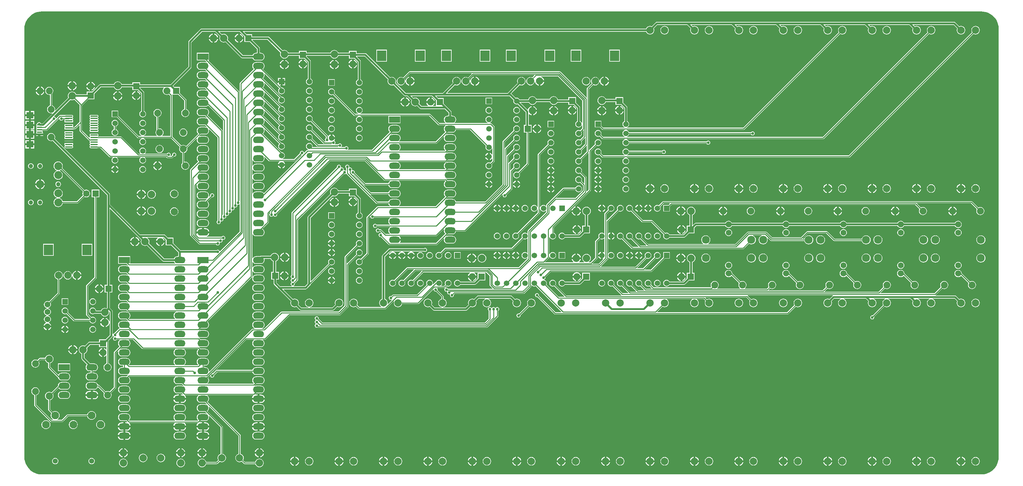
<source format=gtl>
G04 Layer_Physical_Order=1*
G04 Layer_Color=255*
%FSAX24Y24*%
%MOIN*%
G70*
G01*
G75*
%ADD10O,0.0827X0.0138*%
%ADD11R,0.0560X0.0140*%
%ADD12R,0.0750X0.0710*%
%ADD13R,0.0750X0.0750*%
%ADD14C,0.0200*%
%ADD15C,0.0100*%
%ADD16C,0.0787*%
%ADD17R,0.1024X0.1181*%
%ADD18C,0.0472*%
%ADD19C,0.0860*%
%ADD20R,0.0700X0.0700*%
%ADD21C,0.0750*%
%ADD22R,0.0700X0.0700*%
%ADD23C,0.0700*%
%ADD24C,0.0591*%
%ADD25R,0.0591X0.0591*%
%ADD26C,0.0800*%
%ADD27R,0.1200X0.0700*%
%ADD28O,0.1200X0.0700*%
%ADD29C,0.0740*%
%ADD30R,0.0591X0.0591*%
%ADD31C,0.0630*%
%ADD32C,0.0780*%
%ADD33C,0.0551*%
%ADD34C,0.0827*%
%ADD35C,0.0850*%
%ADD36C,0.0660*%
%ADD37C,0.0630*%
%ADD38C,0.0300*%
G36*
X233697Y138573D02*
X233939Y138525D01*
X234173Y138445D01*
X234395Y138336D01*
X234600Y138199D01*
X234786Y138036D01*
X234949Y137850D01*
X235086Y137645D01*
X235195Y137423D01*
X235275Y137189D01*
X235323Y136947D01*
X235336Y136750D01*
X235338Y136700D01*
X235338Y136700D01*
X235338Y136651D01*
Y090400D01*
X235338Y090400D01*
X235338D01*
X235336Y090351D01*
X235323Y090153D01*
X235275Y089911D01*
X235195Y089677D01*
X235086Y089455D01*
X234949Y089250D01*
X234786Y089064D01*
X234600Y088901D01*
X234395Y088764D01*
X234173Y088655D01*
X233939Y088575D01*
X233697Y088527D01*
X233499Y088514D01*
X233450Y088512D01*
X233450Y088512D01*
X233401Y088512D01*
X131950D01*
X131945Y088511D01*
X131703Y088527D01*
X131461Y088575D01*
X131227Y088655D01*
X131005Y088764D01*
X130800Y088901D01*
X130614Y089064D01*
X130451Y089250D01*
X130314Y089455D01*
X130205Y089677D01*
X130125Y089911D01*
X130077Y090153D01*
X130064Y090350D01*
X130062Y090400D01*
X130062Y090400D01*
X130062Y090449D01*
Y136650D01*
X130062Y136651D01*
X130062Y136700D01*
X130064Y136749D01*
X130077Y136947D01*
X130125Y137189D01*
X130205Y137423D01*
X130314Y137645D01*
X130451Y137850D01*
X130614Y138036D01*
X130800Y138199D01*
X131005Y138336D01*
X131227Y138445D01*
X131461Y138525D01*
X131703Y138573D01*
X131945Y138589D01*
X131950Y138588D01*
X233450D01*
X233455Y138589D01*
X233697Y138573D01*
D02*
G37*
%LPC*%
G36*
X230950Y111506D02*
X230852Y111494D01*
X230761Y111456D01*
X230683Y111396D01*
X230622Y111317D01*
X230585Y111226D01*
X230572Y111128D01*
X230585Y111030D01*
X230622Y110939D01*
X230683Y110861D01*
X230761Y110801D01*
X230852Y110763D01*
X230950Y110750D01*
X231048Y110763D01*
X231139Y110801D01*
X231217Y110861D01*
X231278Y110939D01*
X231315Y111030D01*
X231328Y111128D01*
X231315Y111226D01*
X231278Y111317D01*
X231217Y111396D01*
X231139Y111456D01*
X231048Y111494D01*
X230950Y111506D01*
D02*
G37*
G36*
X178300Y111800D02*
X177909D01*
X177913Y111769D01*
X177963Y111648D01*
X178043Y111543D01*
X178148Y111463D01*
X178269Y111413D01*
X178300Y111409D01*
Y111800D01*
D02*
G37*
G36*
X224750Y111506D02*
X224652Y111494D01*
X224561Y111456D01*
X224483Y111396D01*
X224422Y111317D01*
X224385Y111226D01*
X224372Y111128D01*
X224385Y111030D01*
X224422Y110939D01*
X224483Y110861D01*
X224561Y110801D01*
X224652Y110763D01*
X224750Y110750D01*
X224848Y110763D01*
X224939Y110801D01*
X225017Y110861D01*
X225078Y110939D01*
X225115Y111030D01*
X225128Y111128D01*
X225115Y111226D01*
X225078Y111317D01*
X225017Y111396D01*
X224939Y111456D01*
X224848Y111494D01*
X224750Y111506D01*
D02*
G37*
G36*
X212350D02*
X212252Y111494D01*
X212161Y111456D01*
X212083Y111396D01*
X212022Y111317D01*
X211985Y111226D01*
X211972Y111128D01*
X211985Y111030D01*
X212022Y110939D01*
X212083Y110861D01*
X212161Y110801D01*
X212252Y110763D01*
X212350Y110750D01*
X212448Y110763D01*
X212539Y110801D01*
X212617Y110861D01*
X212678Y110939D01*
X212715Y111030D01*
X212728Y111128D01*
X212715Y111226D01*
X212678Y111317D01*
X212617Y111396D01*
X212539Y111456D01*
X212448Y111494D01*
X212350Y111506D01*
D02*
G37*
G36*
X218550D02*
X218452Y111494D01*
X218361Y111456D01*
X218283Y111396D01*
X218222Y111317D01*
X218185Y111226D01*
X218172Y111128D01*
X218185Y111030D01*
X218222Y110939D01*
X218283Y110861D01*
X218361Y110801D01*
X218452Y110763D01*
X218550Y110750D01*
X218648Y110763D01*
X218739Y110801D01*
X218817Y110861D01*
X218878Y110939D01*
X218915Y111030D01*
X218928Y111128D01*
X218915Y111226D01*
X218878Y111317D01*
X218817Y111396D01*
X218739Y111456D01*
X218648Y111494D01*
X218550Y111506D01*
D02*
G37*
G36*
X203689Y112405D02*
X203563Y112388D01*
X203445Y112339D01*
X203343Y112262D01*
X203266Y112160D01*
X203217Y112042D01*
X203200Y111916D01*
X203217Y111789D01*
X203266Y111671D01*
X203343Y111570D01*
X203445Y111492D01*
X203563Y111443D01*
X203689Y111427D01*
X203816Y111443D01*
X203934Y111492D01*
X204035Y111570D01*
X204113Y111671D01*
X204162Y111789D01*
X204179Y111916D01*
X204162Y112042D01*
X204113Y112160D01*
X204035Y112262D01*
X203934Y112339D01*
X203816Y112388D01*
X203689Y112405D01*
D02*
G37*
G36*
X208611D02*
X208484Y112388D01*
X208366Y112339D01*
X208265Y112262D01*
X208187Y112160D01*
X208138Y112042D01*
X208121Y111916D01*
X208138Y111789D01*
X208187Y111671D01*
X208265Y111570D01*
X208366Y111492D01*
X208484Y111443D01*
X208611Y111427D01*
X208737Y111443D01*
X208855Y111492D01*
X208957Y111570D01*
X209034Y111671D01*
X209083Y111789D01*
X209100Y111916D01*
X209083Y112042D01*
X209034Y112160D01*
X208957Y112262D01*
X208855Y112339D01*
X208737Y112388D01*
X208611Y112405D01*
D02*
G37*
G36*
X201491Y111800D02*
X201100D01*
Y111409D01*
X201131Y111413D01*
X201252Y111463D01*
X201357Y111543D01*
X201437Y111648D01*
X201487Y111769D01*
X201491Y111800D01*
D02*
G37*
G36*
X200900D02*
X200509D01*
X200513Y111769D01*
X200563Y111648D01*
X200643Y111543D01*
X200748Y111463D01*
X200869Y111413D01*
X200900Y111409D01*
Y111800D01*
D02*
G37*
G36*
X178891D02*
X178500D01*
Y111409D01*
X178531Y111413D01*
X178652Y111463D01*
X178757Y111543D01*
X178837Y111648D01*
X178887Y111769D01*
X178891Y111800D01*
D02*
G37*
G36*
X200950Y110366D02*
X200926Y110363D01*
X200810Y110315D01*
X200711Y110239D01*
X200635Y110140D01*
X200587Y110024D01*
X200584Y110000D01*
X200950D01*
Y110366D01*
D02*
G37*
G36*
X201150D02*
Y110000D01*
X201516D01*
X201513Y110024D01*
X201465Y110140D01*
X201389Y110239D01*
X201290Y110315D01*
X201174Y110363D01*
X201150Y110366D01*
D02*
G37*
G36*
X163350Y109886D02*
Y109600D01*
X163636D01*
X163635Y109603D01*
X163595Y109699D01*
X163532Y109782D01*
X163449Y109845D01*
X163353Y109885D01*
X163350Y109886D01*
D02*
G37*
G36*
X136219Y109944D02*
X135834D01*
Y109559D01*
X135863Y109563D01*
X135983Y109613D01*
X136086Y109692D01*
X136166Y109795D01*
X136215Y109915D01*
X136219Y109944D01*
D02*
G37*
G36*
X163150Y109886D02*
X163147Y109885D01*
X163051Y109845D01*
X162968Y109782D01*
X162905Y109699D01*
X162865Y109603D01*
X162864Y109600D01*
X163150D01*
Y109886D01*
D02*
G37*
G36*
X135834Y110529D02*
Y110144D01*
X136219D01*
X136215Y110173D01*
X136166Y110293D01*
X136086Y110396D01*
X135983Y110475D01*
X135863Y110525D01*
X135834Y110529D01*
D02*
G37*
G36*
X206150Y111506D02*
X206052Y111494D01*
X205961Y111456D01*
X205883Y111396D01*
X205822Y111317D01*
X205785Y111226D01*
X205772Y111128D01*
X205785Y111030D01*
X205822Y110939D01*
X205883Y110861D01*
X205961Y110801D01*
X206052Y110763D01*
X206150Y110750D01*
X206248Y110763D01*
X206339Y110801D01*
X206417Y110861D01*
X206478Y110939D01*
X206515Y111030D01*
X206528Y111128D01*
X206515Y111226D01*
X206478Y111317D01*
X206417Y111396D01*
X206339Y111456D01*
X206248Y111494D01*
X206150Y111506D01*
D02*
G37*
G36*
X166250Y110858D02*
X166157Y110846D01*
X166071Y110810D01*
X165997Y110753D01*
X165940Y110679D01*
X165904Y110593D01*
X165892Y110500D01*
X165904Y110407D01*
X165940Y110321D01*
X165997Y110247D01*
X166071Y110190D01*
X166157Y110154D01*
X166250Y110142D01*
X166343Y110154D01*
X166429Y110190D01*
X166503Y110247D01*
X166560Y110321D01*
X166596Y110407D01*
X166608Y110500D01*
X166596Y110593D01*
X166560Y110679D01*
X166503Y110753D01*
X166429Y110810D01*
X166343Y110846D01*
X166250Y110858D01*
D02*
G37*
G36*
X135634Y110529D02*
X135605Y110525D01*
X135485Y110475D01*
X135382Y110396D01*
X135303Y110293D01*
X135253Y110173D01*
X135247Y110127D01*
X135197D01*
X135192Y110163D01*
X135146Y110273D01*
X135074Y110368D01*
X134979Y110440D01*
X134868Y110486D01*
X134750Y110502D01*
X134632Y110486D01*
X134521Y110440D01*
X134426Y110368D01*
X134354Y110273D01*
X134308Y110163D01*
X134292Y110044D01*
X134308Y109926D01*
X134354Y109815D01*
X134426Y109721D01*
X134521Y109648D01*
X134632Y109602D01*
X134750Y109586D01*
X134868Y109602D01*
X134979Y109648D01*
X135074Y109721D01*
X135146Y109815D01*
X135192Y109926D01*
X135197Y109961D01*
X135247D01*
X135253Y109915D01*
X135303Y109795D01*
X135382Y109692D01*
X135485Y109613D01*
X135605Y109563D01*
X135634Y109559D01*
Y110044D01*
Y110529D01*
D02*
G37*
G36*
X163250Y110858D02*
X163157Y110846D01*
X163071Y110810D01*
X162997Y110753D01*
X162940Y110679D01*
X162904Y110593D01*
X162892Y110500D01*
X162904Y110407D01*
X162940Y110321D01*
X162997Y110247D01*
X163071Y110190D01*
X163157Y110154D01*
X163250Y110142D01*
X163343Y110154D01*
X163429Y110190D01*
X163503Y110247D01*
X163560Y110321D01*
X163596Y110407D01*
X163608Y110500D01*
X163596Y110593D01*
X163560Y110679D01*
X163503Y110753D01*
X163429Y110810D01*
X163343Y110846D01*
X163250Y110858D01*
D02*
G37*
G36*
X182050Y112100D02*
X181764D01*
X181765Y112097D01*
X181805Y112001D01*
X181868Y111918D01*
X181951Y111855D01*
X182047Y111815D01*
X182050Y111814D01*
Y112100D01*
D02*
G37*
G36*
X183050D02*
X182764D01*
X182765Y112097D01*
X182805Y112001D01*
X182868Y111918D01*
X182951Y111855D01*
X183047Y111815D01*
X183050Y111814D01*
Y112100D01*
D02*
G37*
G36*
X181050D02*
X180764D01*
X180765Y112097D01*
X180805Y112001D01*
X180868Y111918D01*
X180951Y111855D01*
X181047Y111815D01*
X181050Y111814D01*
Y112100D01*
D02*
G37*
G36*
X170750D02*
X170464D01*
X170465Y112097D01*
X170505Y112001D01*
X170568Y111918D01*
X170651Y111855D01*
X170747Y111815D01*
X170750Y111814D01*
Y112100D01*
D02*
G37*
G36*
X171750D02*
X171464D01*
X171465Y112097D01*
X171505Y112001D01*
X171568Y111918D01*
X171651Y111855D01*
X171747Y111815D01*
X171750Y111814D01*
Y112100D01*
D02*
G37*
G36*
X171236D02*
X170950D01*
Y111814D01*
X170953Y111815D01*
X171049Y111855D01*
X171132Y111918D01*
X171195Y112001D01*
X171235Y112097D01*
X171236Y112100D01*
D02*
G37*
G36*
X172236D02*
X171950D01*
Y111814D01*
X171953Y111815D01*
X172049Y111855D01*
X172132Y111918D01*
X172195Y112001D01*
X172235Y112097D01*
X172236Y112100D01*
D02*
G37*
G36*
X170236D02*
X169950D01*
Y111814D01*
X169953Y111815D01*
X170049Y111855D01*
X170132Y111918D01*
X170195Y112001D01*
X170235Y112097D01*
X170236Y112100D01*
D02*
G37*
G36*
X195350D02*
X195064D01*
X195065Y112097D01*
X195105Y112001D01*
X195168Y111918D01*
X195251Y111855D01*
X195347Y111815D01*
X195350Y111814D01*
Y112100D01*
D02*
G37*
G36*
X196350D02*
X196064D01*
X196065Y112097D01*
X196105Y112001D01*
X196168Y111918D01*
X196251Y111855D01*
X196347Y111815D01*
X196350Y111814D01*
Y112100D01*
D02*
G37*
G36*
X221011Y112405D02*
X220884Y112388D01*
X220766Y112339D01*
X220665Y112262D01*
X220587Y112160D01*
X220538Y112042D01*
X220521Y111916D01*
X220538Y111789D01*
X220587Y111671D01*
X220665Y111570D01*
X220766Y111492D01*
X220884Y111443D01*
X221011Y111427D01*
X221137Y111443D01*
X221255Y111492D01*
X221357Y111570D01*
X221434Y111671D01*
X221483Y111789D01*
X221500Y111916D01*
X221483Y112042D01*
X221434Y112160D01*
X221357Y112262D01*
X221255Y112339D01*
X221137Y112388D01*
X221011Y112405D01*
D02*
G37*
G36*
X222289D02*
X222163Y112388D01*
X222045Y112339D01*
X221943Y112262D01*
X221866Y112160D01*
X221817Y112042D01*
X221800Y111916D01*
X221817Y111789D01*
X221866Y111671D01*
X221943Y111570D01*
X222045Y111492D01*
X222163Y111443D01*
X222289Y111427D01*
X222416Y111443D01*
X222534Y111492D01*
X222635Y111570D01*
X222713Y111671D01*
X222762Y111789D01*
X222779Y111916D01*
X222762Y112042D01*
X222713Y112160D01*
X222635Y112262D01*
X222534Y112339D01*
X222416Y112388D01*
X222289Y112405D01*
D02*
G37*
G36*
X216089D02*
X215963Y112388D01*
X215845Y112339D01*
X215743Y112262D01*
X215666Y112160D01*
X215617Y112042D01*
X215600Y111916D01*
X215617Y111789D01*
X215666Y111671D01*
X215743Y111570D01*
X215845Y111492D01*
X215963Y111443D01*
X216089Y111427D01*
X216216Y111443D01*
X216334Y111492D01*
X216435Y111570D01*
X216513Y111671D01*
X216562Y111789D01*
X216579Y111916D01*
X216562Y112042D01*
X216513Y112160D01*
X216435Y112262D01*
X216334Y112339D01*
X216216Y112388D01*
X216089Y112405D01*
D02*
G37*
G36*
X209889D02*
X209763Y112388D01*
X209645Y112339D01*
X209543Y112262D01*
X209466Y112160D01*
X209417Y112042D01*
X209400Y111916D01*
X209417Y111789D01*
X209466Y111671D01*
X209543Y111570D01*
X209645Y111492D01*
X209763Y111443D01*
X209889Y111427D01*
X210016Y111443D01*
X210134Y111492D01*
X210235Y111570D01*
X210313Y111671D01*
X210362Y111789D01*
X210379Y111916D01*
X210362Y112042D01*
X210313Y112160D01*
X210235Y112262D01*
X210134Y112339D01*
X210016Y112388D01*
X209889Y112405D01*
D02*
G37*
G36*
X214811D02*
X214684Y112388D01*
X214566Y112339D01*
X214465Y112262D01*
X214387Y112160D01*
X214338Y112042D01*
X214321Y111916D01*
X214338Y111789D01*
X214387Y111671D01*
X214465Y111570D01*
X214566Y111492D01*
X214684Y111443D01*
X214811Y111427D01*
X214937Y111443D01*
X215055Y111492D01*
X215157Y111570D01*
X215234Y111671D01*
X215283Y111789D01*
X215300Y111916D01*
X215283Y112042D01*
X215234Y112160D01*
X215157Y112262D01*
X215055Y112339D01*
X214937Y112388D01*
X214811Y112405D01*
D02*
G37*
G36*
X179500Y112364D02*
X179380Y112348D01*
X179268Y112302D01*
X179172Y112228D01*
X179098Y112132D01*
X179052Y112020D01*
X179036Y111900D01*
X179052Y111780D01*
X179098Y111668D01*
X179172Y111572D01*
X179268Y111498D01*
X179380Y111452D01*
X179500Y111436D01*
X179620Y111452D01*
X179732Y111498D01*
X179828Y111572D01*
X179902Y111668D01*
X179948Y111780D01*
X179964Y111900D01*
X179948Y112020D01*
X179902Y112132D01*
X179828Y112228D01*
X179732Y112302D01*
X179620Y112348D01*
X179500Y112364D01*
D02*
G37*
G36*
X169750Y112100D02*
X169464D01*
X169465Y112097D01*
X169505Y112001D01*
X169568Y111918D01*
X169651Y111855D01*
X169747Y111815D01*
X169750Y111814D01*
Y112100D01*
D02*
G37*
G36*
X233411Y112405D02*
X233284Y112388D01*
X233166Y112339D01*
X233065Y112262D01*
X232987Y112160D01*
X232938Y112042D01*
X232921Y111916D01*
X232938Y111789D01*
X232987Y111671D01*
X233065Y111570D01*
X233166Y111492D01*
X233284Y111443D01*
X233411Y111427D01*
X233537Y111443D01*
X233655Y111492D01*
X233757Y111570D01*
X233834Y111671D01*
X233883Y111789D01*
X233900Y111916D01*
X233883Y112042D01*
X233834Y112160D01*
X233757Y112262D01*
X233655Y112339D01*
X233537Y112388D01*
X233411Y112405D01*
D02*
G37*
G36*
X227211D02*
X227084Y112388D01*
X226966Y112339D01*
X226865Y112262D01*
X226787Y112160D01*
X226738Y112042D01*
X226721Y111916D01*
X226738Y111789D01*
X226787Y111671D01*
X226865Y111570D01*
X226966Y111492D01*
X227084Y111443D01*
X227211Y111427D01*
X227337Y111443D01*
X227455Y111492D01*
X227557Y111570D01*
X227634Y111671D01*
X227683Y111789D01*
X227700Y111916D01*
X227683Y112042D01*
X227634Y112160D01*
X227557Y112262D01*
X227455Y112339D01*
X227337Y112388D01*
X227211Y112405D01*
D02*
G37*
G36*
X228489D02*
X228363Y112388D01*
X228245Y112339D01*
X228143Y112262D01*
X228066Y112160D01*
X228017Y112042D01*
X228000Y111916D01*
X228017Y111789D01*
X228066Y111671D01*
X228143Y111570D01*
X228245Y111492D01*
X228363Y111443D01*
X228489Y111427D01*
X228616Y111443D01*
X228734Y111492D01*
X228835Y111570D01*
X228913Y111671D01*
X228962Y111789D01*
X228979Y111916D01*
X228962Y112042D01*
X228913Y112160D01*
X228835Y112262D01*
X228734Y112339D01*
X228616Y112388D01*
X228489Y112405D01*
D02*
G37*
G36*
X133766Y110502D02*
X133647Y110486D01*
X133537Y110440D01*
X133442Y110368D01*
X133369Y110273D01*
X133324Y110163D01*
X133308Y110044D01*
X133324Y109926D01*
X133369Y109815D01*
X133442Y109721D01*
X133537Y109648D01*
X133647Y109602D01*
X133654Y109601D01*
Y108143D01*
X132725Y107215D01*
X132648Y107246D01*
X132550Y107259D01*
X132452Y107246D01*
X132361Y107209D01*
X132283Y107149D01*
X132222Y107070D01*
X132185Y106979D01*
X132172Y106881D01*
X132185Y106783D01*
X132222Y106692D01*
X132283Y106614D01*
X132361Y106554D01*
X132452Y106516D01*
X132486Y106511D01*
Y106461D01*
X132452Y106456D01*
X132361Y106419D01*
X132283Y106359D01*
X132222Y106280D01*
X132185Y106189D01*
X132172Y106091D01*
X132185Y105993D01*
X132222Y105902D01*
X132283Y105824D01*
X132361Y105764D01*
X132452Y105726D01*
X132476Y105723D01*
Y105672D01*
X132452Y105669D01*
X132361Y105631D01*
X132283Y105571D01*
X132222Y105493D01*
X132185Y105402D01*
X132172Y105304D01*
X132185Y105206D01*
X132222Y105115D01*
X132283Y105036D01*
X132361Y104976D01*
X132403Y104959D01*
Y104905D01*
X132341Y104879D01*
X132254Y104812D01*
X132188Y104726D01*
X132146Y104625D01*
X132145Y104616D01*
X132550D01*
X132955D01*
X132954Y104625D01*
X132913Y104726D01*
X132846Y104812D01*
X132759Y104879D01*
X132697Y104905D01*
Y104959D01*
X132739Y104976D01*
X132817Y105036D01*
X132878Y105115D01*
X132915Y105206D01*
X132928Y105304D01*
X132915Y105402D01*
X132878Y105493D01*
X132817Y105571D01*
X132739Y105631D01*
X132648Y105669D01*
X132624Y105672D01*
Y105723D01*
X132648Y105726D01*
X132739Y105764D01*
X132817Y105824D01*
X132878Y105902D01*
X132915Y105993D01*
X132928Y106091D01*
X132915Y106189D01*
X132878Y106280D01*
X132817Y106359D01*
X132739Y106419D01*
X132648Y106456D01*
X132614Y106461D01*
Y106511D01*
X132648Y106516D01*
X132739Y106554D01*
X132817Y106614D01*
X132878Y106692D01*
X132915Y106783D01*
X132928Y106881D01*
X132915Y106979D01*
X132883Y107056D01*
X133845Y108018D01*
X133845Y108018D01*
X133869Y108054D01*
X133878Y108097D01*
Y109601D01*
X133884Y109602D01*
X133995Y109648D01*
X134089Y109721D01*
X134162Y109815D01*
X134208Y109926D01*
X134223Y110044D01*
X134208Y110163D01*
X134162Y110273D01*
X134089Y110368D01*
X133995Y110440D01*
X133884Y110486D01*
X133766Y110502D01*
D02*
G37*
G36*
X155600Y108114D02*
X155100D01*
X154993Y108099D01*
X154893Y108058D01*
X154808Y107992D01*
X154742Y107907D01*
X154701Y107807D01*
X154686Y107700D01*
X154701Y107593D01*
X154742Y107493D01*
X154808Y107408D01*
X154893Y107342D01*
X154993Y107301D01*
X155100Y107286D01*
X155600D01*
X155707Y107301D01*
X155807Y107342D01*
X155892Y107408D01*
X155958Y107493D01*
X155999Y107593D01*
X156014Y107700D01*
X155999Y107807D01*
X155958Y107907D01*
X155892Y107992D01*
X155807Y108058D01*
X155707Y108099D01*
X155600Y108114D01*
D02*
G37*
G36*
X134805Y107555D02*
X134095D01*
Y106845D01*
X134805D01*
Y107555D01*
D02*
G37*
G36*
X232837Y107521D02*
X232719Y107505D01*
X232609Y107459D01*
X232514Y107387D01*
X232441Y107292D01*
X232395Y107181D01*
X232380Y107063D01*
X232395Y106945D01*
X232441Y106834D01*
X232514Y106739D01*
X232609Y106667D01*
X232719Y106621D01*
X232837Y106605D01*
X232956Y106621D01*
X233066Y106667D01*
X233161Y106739D01*
X233234Y106834D01*
X233279Y106945D01*
X233295Y107063D01*
X233279Y107181D01*
X233234Y107292D01*
X233161Y107387D01*
X233066Y107459D01*
X232956Y107505D01*
X232837Y107521D01*
D02*
G37*
G36*
X137450Y107558D02*
X137357Y107546D01*
X137271Y107510D01*
X137197Y107453D01*
X137140Y107379D01*
X137104Y107293D01*
X137092Y107200D01*
X137104Y107107D01*
X137140Y107021D01*
X137197Y106947D01*
X137271Y106890D01*
X137357Y106854D01*
X137450Y106842D01*
X137543Y106854D01*
X137629Y106890D01*
X137703Y106947D01*
X137760Y107021D01*
X137796Y107107D01*
X137808Y107200D01*
X137796Y107293D01*
X137760Y107379D01*
X137703Y107453D01*
X137629Y107510D01*
X137543Y107546D01*
X137450Y107558D01*
D02*
G37*
G36*
X212350Y110636D02*
X212248Y110622D01*
X212153Y110583D01*
X212072Y110521D01*
X212009Y110439D01*
X211970Y110344D01*
X211957Y110243D01*
X211970Y110141D01*
X212009Y110046D01*
X212072Y109964D01*
X212153Y109902D01*
X212248Y109863D01*
X212350Y109849D01*
X212452Y109863D01*
X212547Y109902D01*
X212628Y109964D01*
X212648Y109990D01*
X212698Y109993D01*
X213474Y109217D01*
X213474Y109217D01*
X213431Y109112D01*
X213416Y109000D01*
X213431Y108888D01*
X213474Y108783D01*
X213543Y108693D01*
X213633Y108624D01*
X213738Y108581D01*
X213850Y108566D01*
X213962Y108581D01*
X214067Y108624D01*
X214157Y108693D01*
X214226Y108783D01*
X214269Y108888D01*
X214284Y109000D01*
X214269Y109112D01*
X214226Y109217D01*
X214157Y109307D01*
X214067Y109376D01*
X213962Y109419D01*
X213850Y109434D01*
X213738Y109419D01*
X213633Y109376D01*
X213633Y109376D01*
X212740Y110269D01*
X212730Y110344D01*
X212691Y110439D01*
X212628Y110521D01*
X212547Y110583D01*
X212452Y110622D01*
X212350Y110636D01*
D02*
G37*
G36*
X218550D02*
X218448Y110622D01*
X218353Y110583D01*
X218272Y110521D01*
X218209Y110439D01*
X218170Y110344D01*
X218157Y110243D01*
X218170Y110141D01*
X218209Y110046D01*
X218272Y109964D01*
X218353Y109902D01*
X218448Y109863D01*
X218550Y109849D01*
X218652Y109863D01*
X218747Y109902D01*
X218828Y109964D01*
X218848Y109990D01*
X218898Y109993D01*
X219674Y109217D01*
X219674Y109217D01*
X219631Y109112D01*
X219616Y109000D01*
X219631Y108888D01*
X219674Y108783D01*
X219743Y108693D01*
X219833Y108624D01*
X219938Y108581D01*
X220050Y108566D01*
X220162Y108581D01*
X220267Y108624D01*
X220357Y108693D01*
X220426Y108783D01*
X220469Y108888D01*
X220484Y109000D01*
X220469Y109112D01*
X220426Y109217D01*
X220357Y109307D01*
X220267Y109376D01*
X220162Y109419D01*
X220050Y109434D01*
X219938Y109419D01*
X219833Y109376D01*
X219833Y109376D01*
X218940Y110269D01*
X218930Y110344D01*
X218891Y110439D01*
X218828Y110521D01*
X218747Y110583D01*
X218652Y110622D01*
X218550Y110636D01*
D02*
G37*
G36*
X155600Y109114D02*
X155100D01*
X154993Y109099D01*
X154893Y109058D01*
X154808Y108992D01*
X154742Y108907D01*
X154701Y108807D01*
X154686Y108700D01*
X154701Y108593D01*
X154742Y108493D01*
X154808Y108408D01*
X154893Y108342D01*
X154993Y108301D01*
X155100Y108286D01*
X155600D01*
X155707Y108301D01*
X155807Y108342D01*
X155892Y108408D01*
X155958Y108493D01*
X155999Y108593D01*
X156014Y108700D01*
X155999Y108807D01*
X155958Y108907D01*
X155892Y108992D01*
X155807Y109058D01*
X155707Y109099D01*
X155600Y109114D01*
D02*
G37*
G36*
X138050Y108500D02*
X137684D01*
X137687Y108476D01*
X137735Y108360D01*
X137811Y108261D01*
X137910Y108185D01*
X138026Y108137D01*
X138050Y108134D01*
Y108500D01*
D02*
G37*
G36*
X138616D02*
X138250D01*
Y108134D01*
X138274Y108137D01*
X138390Y108185D01*
X138489Y108261D01*
X138565Y108360D01*
X138613Y108476D01*
X138616Y108500D01*
D02*
G37*
G36*
X155600Y106114D02*
X155100D01*
X154993Y106099D01*
X154893Y106058D01*
X154808Y105992D01*
X154742Y105907D01*
X154701Y105807D01*
X154686Y105700D01*
X154701Y105593D01*
X154742Y105493D01*
X154808Y105408D01*
X154893Y105342D01*
X154993Y105301D01*
X155100Y105286D01*
X155600D01*
X155707Y105301D01*
X155807Y105342D01*
X155892Y105408D01*
X155958Y105493D01*
X155999Y105593D01*
X156014Y105700D01*
X155999Y105807D01*
X155958Y105907D01*
X155892Y105992D01*
X155807Y106058D01*
X155707Y106099D01*
X155600Y106114D01*
D02*
G37*
G36*
X138160Y119310D02*
X137340D01*
Y118490D01*
X137638D01*
Y109846D01*
X136771Y108979D01*
X136746Y108943D01*
X136738Y108900D01*
X136738Y108900D01*
Y105800D01*
X136738Y105800D01*
X136746Y105757D01*
X136771Y105721D01*
X137132Y105360D01*
X137112Y105312D01*
X135496D01*
X134768Y106040D01*
X134796Y106107D01*
X134808Y106200D01*
X134796Y106293D01*
X134760Y106379D01*
X134703Y106453D01*
X134629Y106510D01*
X134543Y106546D01*
X134450Y106558D01*
X134357Y106546D01*
X134271Y106510D01*
X134197Y106453D01*
X134140Y106379D01*
X134104Y106293D01*
X134092Y106200D01*
X134104Y106107D01*
X134140Y106021D01*
X134197Y105947D01*
X134271Y105890D01*
X134357Y105854D01*
X134450Y105842D01*
X134543Y105854D01*
X134610Y105882D01*
X135371Y105121D01*
X135371Y105121D01*
X135407Y105096D01*
X135450Y105088D01*
X135450Y105088D01*
X137112D01*
X137140Y105021D01*
X137197Y104947D01*
X137271Y104890D01*
X137357Y104854D01*
X137450Y104842D01*
X137543Y104854D01*
X137629Y104890D01*
X137703Y104947D01*
X137760Y105021D01*
X137796Y105107D01*
X137808Y105200D01*
X137796Y105293D01*
X137760Y105379D01*
X137703Y105453D01*
X137629Y105510D01*
X137543Y105546D01*
X137450Y105558D01*
X137357Y105546D01*
X137290Y105518D01*
X136962Y105846D01*
Y108854D01*
X137829Y109721D01*
X137829Y109721D01*
X137854Y109757D01*
X137862Y109800D01*
Y118490D01*
X138160D01*
Y119310D01*
D02*
G37*
G36*
X138650Y105441D02*
X138619Y105437D01*
X138498Y105387D01*
X138393Y105307D01*
X138313Y105202D01*
X138263Y105081D01*
X138259Y105050D01*
X138650D01*
Y105441D01*
D02*
G37*
G36*
Y104850D02*
X138259D01*
X138263Y104819D01*
X138313Y104698D01*
X138393Y104593D01*
X138498Y104513D01*
X138619Y104463D01*
X138650Y104459D01*
Y104850D01*
D02*
G37*
G36*
X134450Y105558D02*
X134357Y105546D01*
X134271Y105510D01*
X134197Y105453D01*
X134140Y105379D01*
X134104Y105293D01*
X134092Y105200D01*
X134104Y105107D01*
X134140Y105021D01*
X134197Y104947D01*
X134271Y104890D01*
X134357Y104854D01*
X134450Y104842D01*
X134543Y104854D01*
X134629Y104890D01*
X134703Y104947D01*
X134760Y105021D01*
X134796Y105107D01*
X134808Y105200D01*
X134796Y105293D01*
X134760Y105379D01*
X134703Y105453D01*
X134629Y105510D01*
X134543Y105546D01*
X134450Y105558D01*
D02*
G37*
G36*
X207263Y107521D02*
X207144Y107505D01*
X207034Y107459D01*
X206939Y107387D01*
X206866Y107292D01*
X206821Y107181D01*
X206805Y107063D01*
X206821Y106945D01*
X206866Y106834D01*
X206939Y106739D01*
X207034Y106667D01*
X207144Y106621D01*
X207263Y106605D01*
X207381Y106621D01*
X207491Y106667D01*
X207586Y106739D01*
X207659Y106834D01*
X207705Y106945D01*
X207720Y107063D01*
X207705Y107181D01*
X207659Y107292D01*
X207586Y107387D01*
X207491Y107459D01*
X207381Y107505D01*
X207263Y107521D01*
D02*
G37*
G36*
X212063D02*
X211944Y107505D01*
X211834Y107459D01*
X211739Y107387D01*
X211666Y107292D01*
X211621Y107181D01*
X211605Y107063D01*
X211621Y106945D01*
X211666Y106834D01*
X211739Y106739D01*
X211834Y106667D01*
X211944Y106621D01*
X212063Y106605D01*
X212181Y106621D01*
X212291Y106667D01*
X212386Y106739D01*
X212459Y106834D01*
X212505Y106945D01*
X212520Y107063D01*
X212505Y107181D01*
X212459Y107292D01*
X212386Y107387D01*
X212291Y107459D01*
X212181Y107505D01*
X212063Y107521D01*
D02*
G37*
G36*
X184837D02*
X184719Y107505D01*
X184609Y107459D01*
X184514Y107387D01*
X184441Y107292D01*
X184395Y107181D01*
X184380Y107063D01*
X184395Y106945D01*
X184441Y106834D01*
X184445Y106829D01*
X183517Y105901D01*
X183450Y105914D01*
X183368Y105898D01*
X183299Y105851D01*
X183252Y105782D01*
X183236Y105700D01*
X183252Y105618D01*
X183299Y105549D01*
X183368Y105502D01*
X183450Y105486D01*
X183532Y105502D01*
X183601Y105549D01*
X183648Y105618D01*
X183664Y105700D01*
X183659Y105726D01*
X184604Y106671D01*
X184609Y106667D01*
X184719Y106621D01*
X184837Y106605D01*
X184956Y106621D01*
X185066Y106667D01*
X185161Y106739D01*
X185234Y106834D01*
X185279Y106945D01*
X185295Y107063D01*
X185279Y107181D01*
X185234Y107292D01*
X185161Y107387D01*
X185066Y107459D01*
X184956Y107505D01*
X184837Y107521D01*
D02*
G37*
G36*
X155600Y107114D02*
X155100D01*
X154993Y107099D01*
X154893Y107058D01*
X154808Y106992D01*
X154742Y106907D01*
X154701Y106807D01*
X154686Y106700D01*
X154701Y106593D01*
X154742Y106493D01*
X154808Y106408D01*
X154893Y106342D01*
X154993Y106301D01*
X155100Y106286D01*
X155600D01*
X155707Y106301D01*
X155807Y106342D01*
X155892Y106408D01*
X155958Y106493D01*
X155999Y106593D01*
X156014Y106700D01*
X155999Y106807D01*
X155958Y106907D01*
X155892Y106992D01*
X155807Y107058D01*
X155707Y107099D01*
X155600Y107114D01*
D02*
G37*
G36*
X181150Y106614D02*
X181068Y106598D01*
X180999Y106551D01*
X180980Y106524D01*
X180920D01*
X180901Y106551D01*
X180832Y106598D01*
X180750Y106614D01*
X180668Y106598D01*
X180599Y106551D01*
X180580Y106524D01*
X180520D01*
X180501Y106551D01*
X180432Y106598D01*
X180350Y106614D01*
X180268Y106598D01*
X180199Y106551D01*
X180152Y106482D01*
X180136Y106400D01*
X180152Y106318D01*
X180199Y106249D01*
X180238Y106222D01*
Y105346D01*
X179824Y104932D01*
X162276D01*
X161855Y105354D01*
X161864Y105400D01*
X161848Y105482D01*
X161801Y105551D01*
X161732Y105598D01*
X161650Y105614D01*
X161568Y105598D01*
X161499Y105551D01*
X161452Y105482D01*
X161436Y105400D01*
X161452Y105318D01*
X161499Y105249D01*
X161526Y105230D01*
Y105170D01*
X161499Y105151D01*
X161452Y105082D01*
X161436Y105000D01*
X161452Y104918D01*
X161499Y104849D01*
X161526Y104830D01*
Y104770D01*
X161499Y104751D01*
X161452Y104682D01*
X161436Y104600D01*
X161452Y104518D01*
X161499Y104449D01*
X161568Y104402D01*
X161650Y104386D01*
X161706Y104397D01*
X161707Y104396D01*
X161750Y104388D01*
X180003D01*
X180003Y104388D01*
X180045Y104396D01*
X180082Y104421D01*
X181229Y105568D01*
X181229Y105568D01*
X181254Y105605D01*
X181262Y105647D01*
Y106222D01*
X181301Y106249D01*
X181348Y106318D01*
X181364Y106400D01*
X181348Y106482D01*
X181301Y106551D01*
X181232Y106598D01*
X181150Y106614D01*
D02*
G37*
G36*
X202100Y112364D02*
X201980Y112348D01*
X201868Y112302D01*
X201772Y112228D01*
X201698Y112132D01*
X201652Y112020D01*
X201636Y111900D01*
X201652Y111780D01*
X201698Y111668D01*
X201772Y111572D01*
X201868Y111498D01*
X201937Y111470D01*
Y110310D01*
X201640D01*
Y109721D01*
X201282Y109363D01*
X199767D01*
X199760Y109379D01*
X199703Y109453D01*
X199629Y109510D01*
X199543Y109546D01*
X199450Y109558D01*
X199357Y109546D01*
X199271Y109510D01*
X199197Y109453D01*
X199140Y109379D01*
X199104Y109293D01*
X199092Y109200D01*
X199104Y109107D01*
X199140Y109021D01*
X199197Y108947D01*
X199271Y108890D01*
X199357Y108854D01*
X199450Y108842D01*
X199543Y108854D01*
X199629Y108890D01*
X199703Y108947D01*
X199760Y109021D01*
X199767Y109037D01*
X201350D01*
X201412Y109049D01*
X201465Y109085D01*
X201871Y109490D01*
X202460D01*
Y110310D01*
X202263D01*
Y111470D01*
X202332Y111498D01*
X202428Y111572D01*
X202502Y111668D01*
X202548Y111780D01*
X202564Y111900D01*
X202548Y112020D01*
X202502Y112132D01*
X202428Y112228D01*
X202332Y112302D01*
X202220Y112348D01*
X202100Y112364D01*
D02*
G37*
G36*
X178350Y109800D02*
X177984D01*
X177987Y109776D01*
X178035Y109660D01*
X178111Y109561D01*
X178210Y109485D01*
X178326Y109437D01*
X178350Y109434D01*
Y109800D01*
D02*
G37*
G36*
X191160Y110310D02*
X190340D01*
Y109721D01*
X189982Y109363D01*
X188467D01*
X188460Y109379D01*
X188403Y109453D01*
X188329Y109510D01*
X188243Y109546D01*
X188150Y109558D01*
X188057Y109546D01*
X187971Y109510D01*
X187897Y109453D01*
X187840Y109379D01*
X187804Y109293D01*
X187792Y109200D01*
X187804Y109107D01*
X187840Y109021D01*
X187897Y108947D01*
X187971Y108890D01*
X188057Y108854D01*
X188150Y108842D01*
X188243Y108854D01*
X188329Y108890D01*
X188403Y108947D01*
X188460Y109021D01*
X188467Y109037D01*
X190050D01*
X190112Y109049D01*
X190165Y109085D01*
X190571Y109490D01*
X191160D01*
Y110310D01*
D02*
G37*
G36*
X155600Y110114D02*
X155100D01*
X154993Y110099D01*
X154893Y110058D01*
X154808Y109992D01*
X154742Y109907D01*
X154701Y109807D01*
X154686Y109700D01*
X154701Y109593D01*
X154742Y109493D01*
X154808Y109408D01*
X154893Y109342D01*
X154993Y109301D01*
X155100Y109286D01*
X155600D01*
X155707Y109301D01*
X155807Y109342D01*
X155892Y109408D01*
X155958Y109493D01*
X155999Y109593D01*
X156014Y109700D01*
X155999Y109807D01*
X155958Y109907D01*
X155892Y109992D01*
X155807Y110058D01*
X155707Y110099D01*
X155600Y110114D01*
D02*
G37*
G36*
X179860Y110310D02*
X179040D01*
Y109721D01*
X178682Y109363D01*
X177167D01*
X177160Y109379D01*
X177103Y109453D01*
X177029Y109510D01*
X176943Y109546D01*
X176850Y109558D01*
X176757Y109546D01*
X176671Y109510D01*
X176597Y109453D01*
X176540Y109379D01*
X176504Y109293D01*
X176492Y109200D01*
X176504Y109107D01*
X176540Y109021D01*
X176597Y108947D01*
X176671Y108890D01*
X176757Y108854D01*
X176850Y108842D01*
X176943Y108854D01*
X177029Y108890D01*
X177103Y108947D01*
X177160Y109021D01*
X177167Y109037D01*
X178750D01*
X178812Y109049D01*
X178865Y109085D01*
X179271Y109490D01*
X179860D01*
Y110310D01*
D02*
G37*
G36*
X200950Y109800D02*
X200584D01*
X200587Y109776D01*
X200635Y109660D01*
X200711Y109561D01*
X200810Y109485D01*
X200926Y109437D01*
X200950Y109434D01*
Y109800D01*
D02*
G37*
G36*
X201516D02*
X201150D01*
Y109434D01*
X201174Y109437D01*
X201290Y109485D01*
X201389Y109561D01*
X201465Y109660D01*
X201513Y109776D01*
X201516Y109800D01*
D02*
G37*
G36*
X190216D02*
X189850D01*
Y109434D01*
X189874Y109437D01*
X189990Y109485D01*
X190089Y109561D01*
X190165Y109660D01*
X190213Y109776D01*
X190216Y109800D01*
D02*
G37*
G36*
X178916D02*
X178550D01*
Y109434D01*
X178574Y109437D01*
X178690Y109485D01*
X178789Y109561D01*
X178865Y109660D01*
X178913Y109776D01*
X178916Y109800D01*
D02*
G37*
G36*
X189650D02*
X189284D01*
X189287Y109776D01*
X189335Y109660D01*
X189411Y109561D01*
X189510Y109485D01*
X189626Y109437D01*
X189650Y109434D01*
Y109800D01*
D02*
G37*
G36*
X138250Y109066D02*
Y108700D01*
X138616D01*
X138613Y108724D01*
X138565Y108840D01*
X138489Y108939D01*
X138390Y109015D01*
X138274Y109063D01*
X138250Y109066D01*
D02*
G37*
G36*
X172850Y109558D02*
X172757Y109546D01*
X172671Y109510D01*
X172597Y109453D01*
X172540Y109379D01*
X172504Y109293D01*
X172492Y109200D01*
X172504Y109107D01*
X172540Y109021D01*
X172597Y108947D01*
X172671Y108890D01*
X172757Y108854D01*
X172850Y108842D01*
X172943Y108854D01*
X173029Y108890D01*
X173103Y108947D01*
X173160Y109021D01*
X173196Y109107D01*
X173208Y109200D01*
X173196Y109293D01*
X173160Y109379D01*
X173103Y109453D01*
X173029Y109510D01*
X172943Y109546D01*
X172850Y109558D01*
D02*
G37*
G36*
X138050Y109066D02*
X138026Y109063D01*
X137910Y109015D01*
X137811Y108939D01*
X137735Y108840D01*
X137687Y108724D01*
X137684Y108700D01*
X138050D01*
Y109066D01*
D02*
G37*
G36*
X224750Y110636D02*
X224648Y110622D01*
X224553Y110583D01*
X224472Y110521D01*
X224409Y110439D01*
X224370Y110344D01*
X224357Y110243D01*
X224370Y110141D01*
X224409Y110046D01*
X224472Y109964D01*
X224553Y109902D01*
X224648Y109863D01*
X224750Y109849D01*
X224852Y109863D01*
X224947Y109902D01*
X225028Y109964D01*
X225048Y109990D01*
X225098Y109993D01*
X225874Y109217D01*
X225874Y109217D01*
X225831Y109112D01*
X225816Y109000D01*
X225831Y108888D01*
X225874Y108783D01*
X225943Y108693D01*
X226033Y108624D01*
X226138Y108581D01*
X226250Y108566D01*
X226362Y108581D01*
X226467Y108624D01*
X226557Y108693D01*
X226626Y108783D01*
X226669Y108888D01*
X226684Y109000D01*
X226669Y109112D01*
X226626Y109217D01*
X226557Y109307D01*
X226467Y109376D01*
X226362Y109419D01*
X226250Y109434D01*
X226138Y109419D01*
X226033Y109376D01*
X226033Y109376D01*
X225140Y110269D01*
X225130Y110344D01*
X225091Y110439D01*
X225028Y110521D01*
X224947Y110583D01*
X224852Y110622D01*
X224750Y110636D01*
D02*
G37*
G36*
X230950D02*
X230848Y110622D01*
X230753Y110583D01*
X230672Y110521D01*
X230609Y110439D01*
X230570Y110344D01*
X230557Y110243D01*
X230570Y110141D01*
X230609Y110046D01*
X230672Y109964D01*
X230753Y109902D01*
X230848Y109863D01*
X230950Y109849D01*
X231052Y109863D01*
X231147Y109902D01*
X231228Y109964D01*
X231248Y109990D01*
X231298Y109993D01*
X232074Y109217D01*
X232074Y109217D01*
X232031Y109112D01*
X232016Y109000D01*
X232031Y108888D01*
X232074Y108783D01*
X232143Y108693D01*
X232233Y108624D01*
X232338Y108581D01*
X232450Y108566D01*
X232562Y108581D01*
X232667Y108624D01*
X232757Y108693D01*
X232826Y108783D01*
X232869Y108888D01*
X232884Y109000D01*
X232869Y109112D01*
X232826Y109217D01*
X232757Y109307D01*
X232667Y109376D01*
X232562Y109419D01*
X232450Y109434D01*
X232338Y109419D01*
X232233Y109376D01*
X232233Y109376D01*
X231340Y110269D01*
X231330Y110344D01*
X231291Y110439D01*
X231228Y110521D01*
X231147Y110583D01*
X231052Y110622D01*
X230950Y110636D01*
D02*
G37*
G36*
X163636Y109400D02*
X163350D01*
Y109114D01*
X163353Y109115D01*
X163449Y109155D01*
X163532Y109218D01*
X163595Y109301D01*
X163635Y109397D01*
X163636Y109400D01*
D02*
G37*
G36*
X166250Y109858D02*
X166157Y109846D01*
X166071Y109810D01*
X165997Y109753D01*
X165940Y109679D01*
X165904Y109593D01*
X165892Y109500D01*
X165904Y109407D01*
X165940Y109321D01*
X165997Y109247D01*
X166071Y109190D01*
X166157Y109154D01*
X166250Y109142D01*
X166343Y109154D01*
X166429Y109190D01*
X166503Y109247D01*
X166560Y109321D01*
X166596Y109407D01*
X166608Y109500D01*
X166596Y109593D01*
X166560Y109679D01*
X166503Y109753D01*
X166429Y109810D01*
X166343Y109846D01*
X166250Y109858D01*
D02*
G37*
G36*
X163150Y109400D02*
X162864D01*
X162865Y109397D01*
X162905Y109301D01*
X162968Y109218D01*
X163051Y109155D01*
X163147Y109115D01*
X163150Y109114D01*
Y109400D01*
D02*
G37*
G36*
X192450Y109558D02*
X192357Y109546D01*
X192271Y109510D01*
X192197Y109453D01*
X192140Y109379D01*
X192104Y109293D01*
X192092Y109200D01*
X192104Y109107D01*
X192140Y109021D01*
X192197Y108947D01*
X192271Y108890D01*
X192357Y108854D01*
X192450Y108842D01*
X192543Y108854D01*
X192629Y108890D01*
X192703Y108947D01*
X192760Y109021D01*
X192796Y109107D01*
X192808Y109200D01*
X192796Y109293D01*
X192760Y109379D01*
X192703Y109453D01*
X192629Y109510D01*
X192543Y109546D01*
X192450Y109558D01*
D02*
G37*
G36*
X198450D02*
X198357Y109546D01*
X198271Y109510D01*
X198197Y109453D01*
X198140Y109379D01*
X198104Y109293D01*
X198092Y109200D01*
X198104Y109107D01*
X198140Y109021D01*
X198197Y108947D01*
X198271Y108890D01*
X198357Y108854D01*
X198450Y108842D01*
X198543Y108854D01*
X198629Y108890D01*
X198703Y108947D01*
X198760Y109021D01*
X198796Y109107D01*
X198808Y109200D01*
X198796Y109293D01*
X198760Y109379D01*
X198703Y109453D01*
X198629Y109510D01*
X198543Y109546D01*
X198450Y109558D01*
D02*
G37*
G36*
X181536Y112100D02*
X181250D01*
Y111814D01*
X181253Y111815D01*
X181349Y111855D01*
X181432Y111918D01*
X181495Y112001D01*
X181535Y112097D01*
X181536Y112100D01*
D02*
G37*
G36*
X230950Y115050D02*
X230852Y115037D01*
X230761Y114999D01*
X230683Y114939D01*
X230622Y114861D01*
X230585Y114770D01*
X230572Y114672D01*
X230585Y114574D01*
X230622Y114483D01*
X230683Y114404D01*
X230761Y114344D01*
X230852Y114306D01*
X230950Y114294D01*
X231048Y114306D01*
X231139Y114344D01*
X231217Y114404D01*
X231278Y114483D01*
X231315Y114574D01*
X231328Y114672D01*
X231315Y114770D01*
X231278Y114861D01*
X231217Y114939D01*
X231139Y114999D01*
X231048Y115037D01*
X230950Y115050D01*
D02*
G37*
G36*
X193550Y114686D02*
Y114400D01*
X193836D01*
X193835Y114403D01*
X193795Y114499D01*
X193732Y114582D01*
X193649Y114645D01*
X193553Y114685D01*
X193550Y114686D01*
D02*
G37*
G36*
X224750Y115050D02*
X224652Y115037D01*
X224561Y114999D01*
X224483Y114939D01*
X224422Y114861D01*
X224385Y114770D01*
X224372Y114672D01*
X224385Y114574D01*
X224422Y114483D01*
X224483Y114404D01*
X224561Y114344D01*
X224652Y114306D01*
X224750Y114294D01*
X224848Y114306D01*
X224939Y114344D01*
X225017Y114404D01*
X225078Y114483D01*
X225115Y114574D01*
X225128Y114672D01*
X225115Y114770D01*
X225078Y114861D01*
X225017Y114939D01*
X224939Y114999D01*
X224848Y115037D01*
X224750Y115050D01*
D02*
G37*
G36*
X212350D02*
X212252Y115037D01*
X212161Y114999D01*
X212083Y114939D01*
X212022Y114861D01*
X211985Y114770D01*
X211972Y114672D01*
X211985Y114574D01*
X212022Y114483D01*
X212083Y114404D01*
X212161Y114344D01*
X212252Y114306D01*
X212350Y114294D01*
X212448Y114306D01*
X212539Y114344D01*
X212617Y114404D01*
X212678Y114483D01*
X212715Y114574D01*
X212728Y114672D01*
X212715Y114770D01*
X212678Y114861D01*
X212617Y114939D01*
X212539Y114999D01*
X212448Y115037D01*
X212350Y115050D01*
D02*
G37*
G36*
X218550D02*
X218452Y115037D01*
X218361Y114999D01*
X218283Y114939D01*
X218222Y114861D01*
X218185Y114770D01*
X218172Y114672D01*
X218185Y114574D01*
X218222Y114483D01*
X218283Y114404D01*
X218361Y114344D01*
X218452Y114306D01*
X218550Y114294D01*
X218648Y114306D01*
X218739Y114344D01*
X218817Y114404D01*
X218878Y114483D01*
X218915Y114574D01*
X218928Y114672D01*
X218915Y114770D01*
X218878Y114861D01*
X218817Y114939D01*
X218739Y114999D01*
X218648Y115037D01*
X218550Y115050D01*
D02*
G37*
G36*
X200950Y114900D02*
X200584D01*
X200587Y114876D01*
X200635Y114760D01*
X200711Y114661D01*
X200810Y114585D01*
X200926Y114537D01*
X200950Y114534D01*
Y114900D01*
D02*
G37*
G36*
X201516D02*
X201150D01*
Y114534D01*
X201174Y114537D01*
X201290Y114585D01*
X201389Y114661D01*
X201465Y114760D01*
X201513Y114876D01*
X201516Y114900D01*
D02*
G37*
G36*
X190216D02*
X189850D01*
Y114534D01*
X189874Y114537D01*
X189990Y114585D01*
X190089Y114661D01*
X190165Y114760D01*
X190213Y114876D01*
X190216Y114900D01*
D02*
G37*
G36*
X190800Y117464D02*
X190680Y117448D01*
X190568Y117402D01*
X190472Y117328D01*
X190398Y117232D01*
X190352Y117120D01*
X190336Y117000D01*
X190352Y116880D01*
X190398Y116768D01*
X190472Y116672D01*
X190568Y116598D01*
X190637Y116570D01*
Y115410D01*
X190340D01*
Y114821D01*
X189982Y114463D01*
X188467D01*
X188460Y114479D01*
X188403Y114553D01*
X188329Y114610D01*
X188243Y114646D01*
X188150Y114658D01*
X188057Y114646D01*
X187971Y114610D01*
X187897Y114553D01*
X187840Y114479D01*
X187804Y114393D01*
X187792Y114300D01*
X187804Y114207D01*
X187840Y114121D01*
X187897Y114047D01*
X187971Y113990D01*
X188057Y113954D01*
X188150Y113942D01*
X188243Y113954D01*
X188329Y113990D01*
X188403Y114047D01*
X188460Y114121D01*
X188467Y114137D01*
X190050D01*
X190112Y114149D01*
X190165Y114185D01*
X190571Y114590D01*
X191160D01*
Y115410D01*
X190963D01*
Y116570D01*
X191032Y116598D01*
X191128Y116672D01*
X191202Y116768D01*
X191248Y116880D01*
X191264Y117000D01*
X191248Y117120D01*
X191202Y117232D01*
X191128Y117328D01*
X191032Y117402D01*
X190920Y117448D01*
X190800Y117464D01*
D02*
G37*
G36*
X189650Y114900D02*
X189284D01*
X189287Y114876D01*
X189335Y114760D01*
X189411Y114661D01*
X189510Y114585D01*
X189626Y114537D01*
X189650Y114534D01*
Y114900D01*
D02*
G37*
G36*
X181150Y114658D02*
X181057Y114646D01*
X180971Y114610D01*
X180897Y114553D01*
X180840Y114479D01*
X180804Y114393D01*
X180792Y114300D01*
X180804Y114207D01*
X180840Y114121D01*
X180897Y114047D01*
X180971Y113990D01*
X181057Y113954D01*
X181150Y113942D01*
X181243Y113954D01*
X181329Y113990D01*
X181403Y114047D01*
X181460Y114121D01*
X181496Y114207D01*
X181508Y114300D01*
X181496Y114393D01*
X181460Y114479D01*
X181403Y114553D01*
X181329Y114610D01*
X181243Y114646D01*
X181150Y114658D01*
D02*
G37*
G36*
X182150D02*
X182057Y114646D01*
X181971Y114610D01*
X181897Y114553D01*
X181840Y114479D01*
X181804Y114393D01*
X181792Y114300D01*
X181804Y114207D01*
X181840Y114121D01*
X181897Y114047D01*
X181971Y113990D01*
X182057Y113954D01*
X182150Y113942D01*
X182243Y113954D01*
X182329Y113990D01*
X182403Y114047D01*
X182460Y114121D01*
X182496Y114207D01*
X182508Y114300D01*
X182496Y114393D01*
X182460Y114479D01*
X182403Y114553D01*
X182329Y114610D01*
X182243Y114646D01*
X182150Y114658D01*
D02*
G37*
G36*
X193836Y114200D02*
X193550D01*
Y113914D01*
X193553Y113915D01*
X193649Y113955D01*
X193732Y114018D01*
X193795Y114101D01*
X193835Y114197D01*
X193836Y114200D01*
D02*
G37*
G36*
X163150Y113886D02*
X163147Y113885D01*
X163051Y113845D01*
X162968Y113782D01*
X162905Y113699D01*
X162865Y113603D01*
X162864Y113600D01*
X163150D01*
Y113886D01*
D02*
G37*
G36*
X163350D02*
Y113600D01*
X163636D01*
X163635Y113603D01*
X163595Y113699D01*
X163532Y113782D01*
X163449Y113845D01*
X163353Y113885D01*
X163350Y113886D01*
D02*
G37*
G36*
X166250Y114858D02*
X166157Y114846D01*
X166071Y114810D01*
X165997Y114753D01*
X165940Y114679D01*
X165904Y114593D01*
X165892Y114500D01*
X165904Y114407D01*
X165940Y114321D01*
X165997Y114247D01*
X166071Y114190D01*
X166157Y114154D01*
X166250Y114142D01*
X166343Y114154D01*
X166429Y114190D01*
X166503Y114247D01*
X166560Y114321D01*
X166596Y114407D01*
X166608Y114500D01*
X166596Y114593D01*
X166560Y114679D01*
X166503Y114753D01*
X166429Y114810D01*
X166343Y114846D01*
X166250Y114858D01*
D02*
G37*
G36*
X206150Y115050D02*
X206052Y115037D01*
X205961Y114999D01*
X205883Y114939D01*
X205822Y114861D01*
X205785Y114770D01*
X205772Y114672D01*
X205785Y114574D01*
X205822Y114483D01*
X205883Y114404D01*
X205961Y114344D01*
X206052Y114306D01*
X206150Y114294D01*
X206248Y114306D01*
X206339Y114344D01*
X206417Y114404D01*
X206478Y114483D01*
X206515Y114574D01*
X206528Y114672D01*
X206515Y114770D01*
X206478Y114861D01*
X206417Y114939D01*
X206339Y114999D01*
X206248Y115037D01*
X206150Y115050D01*
D02*
G37*
G36*
X163250Y114858D02*
X163157Y114846D01*
X163071Y114810D01*
X162997Y114753D01*
X162940Y114679D01*
X162904Y114593D01*
X162892Y114500D01*
X162904Y114407D01*
X162940Y114321D01*
X162997Y114247D01*
X163071Y114190D01*
X163157Y114154D01*
X163250Y114142D01*
X163343Y114154D01*
X163429Y114190D01*
X163503Y114247D01*
X163560Y114321D01*
X163596Y114407D01*
X163608Y114500D01*
X163596Y114593D01*
X163560Y114679D01*
X163503Y114753D01*
X163429Y114810D01*
X163343Y114846D01*
X163250Y114858D01*
D02*
G37*
G36*
X197450Y114658D02*
X197357Y114646D01*
X197271Y114610D01*
X197197Y114553D01*
X197140Y114479D01*
X197104Y114393D01*
X197092Y114300D01*
X197104Y114207D01*
X197140Y114121D01*
X197197Y114047D01*
X197271Y113990D01*
X197357Y113954D01*
X197450Y113942D01*
X197543Y113954D01*
X197629Y113990D01*
X197703Y114047D01*
X197760Y114121D01*
X197796Y114207D01*
X197808Y114300D01*
X197796Y114393D01*
X197760Y114479D01*
X197703Y114553D01*
X197629Y114610D01*
X197543Y114646D01*
X197450Y114658D01*
D02*
G37*
G36*
X198450D02*
X198357Y114646D01*
X198271Y114610D01*
X198197Y114553D01*
X198140Y114479D01*
X198104Y114393D01*
X198092Y114300D01*
X198104Y114207D01*
X198140Y114121D01*
X198197Y114047D01*
X198271Y113990D01*
X198357Y113954D01*
X198450Y113942D01*
X198543Y113954D01*
X198629Y113990D01*
X198703Y114047D01*
X198760Y114121D01*
X198796Y114207D01*
X198808Y114300D01*
X198796Y114393D01*
X198760Y114479D01*
X198703Y114553D01*
X198629Y114610D01*
X198543Y114646D01*
X198450Y114658D01*
D02*
G37*
G36*
X146250Y117397D02*
X146132Y117381D01*
X146021Y117336D01*
X145926Y117263D01*
X145854Y117168D01*
X145808Y117058D01*
X145792Y116939D01*
X145808Y116821D01*
X145854Y116711D01*
X145926Y116616D01*
X146021Y116543D01*
X146132Y116497D01*
X146250Y116482D01*
X146368Y116497D01*
X146479Y116543D01*
X146574Y116616D01*
X146646Y116711D01*
X146692Y116821D01*
X146708Y116939D01*
X146692Y117058D01*
X146646Y117168D01*
X146574Y117263D01*
X146479Y117336D01*
X146368Y117381D01*
X146250Y117397D01*
D02*
G37*
G36*
X142600Y116900D02*
X142209D01*
X142213Y116869D01*
X142263Y116748D01*
X142343Y116643D01*
X142448Y116563D01*
X142569Y116513D01*
X142600Y116509D01*
Y116900D01*
D02*
G37*
G36*
X149600Y117114D02*
X149100D01*
X148993Y117099D01*
X148893Y117058D01*
X148808Y116992D01*
X148742Y116907D01*
X148701Y116807D01*
X148686Y116700D01*
X148701Y116593D01*
X148742Y116493D01*
X148808Y116408D01*
X148893Y116342D01*
X148993Y116301D01*
X149100Y116286D01*
X149600D01*
X149707Y116301D01*
X149807Y116342D01*
X149892Y116408D01*
X149958Y116493D01*
X149999Y116593D01*
X150014Y116700D01*
X149999Y116807D01*
X149958Y116907D01*
X149892Y116992D01*
X149807Y117058D01*
X149707Y117099D01*
X149600Y117114D01*
D02*
G37*
G36*
Y116114D02*
X149100D01*
X148993Y116099D01*
X148893Y116058D01*
X148808Y115992D01*
X148742Y115907D01*
X148701Y115807D01*
X148686Y115700D01*
X148701Y115593D01*
X148742Y115493D01*
X148808Y115408D01*
X148893Y115342D01*
X148993Y115301D01*
X149100Y115286D01*
X149600D01*
X149707Y115301D01*
X149807Y115342D01*
X149892Y115408D01*
X149958Y115493D01*
X149999Y115593D01*
X150014Y115700D01*
X149999Y115807D01*
X149958Y115907D01*
X149892Y115992D01*
X149807Y116058D01*
X149707Y116099D01*
X149600Y116114D01*
D02*
G37*
G36*
X163605Y116855D02*
X162895D01*
Y116145D01*
X163605D01*
Y116855D01*
D02*
G37*
G36*
X190191Y116900D02*
X189800D01*
Y116509D01*
X189831Y116513D01*
X189952Y116563D01*
X190057Y116643D01*
X190137Y116748D01*
X190187Y116869D01*
X190191Y116900D01*
D02*
G37*
G36*
X201491D02*
X201100D01*
Y116509D01*
X201131Y116513D01*
X201252Y116563D01*
X201357Y116643D01*
X201437Y116748D01*
X201487Y116869D01*
X201491Y116900D01*
D02*
G37*
G36*
X143191D02*
X142800D01*
Y116509D01*
X142831Y116513D01*
X142952Y116563D01*
X143057Y116643D01*
X143137Y116748D01*
X143187Y116869D01*
X143191Y116900D01*
D02*
G37*
G36*
X189600D02*
X189209D01*
X189213Y116869D01*
X189263Y116748D01*
X189343Y116643D01*
X189448Y116563D01*
X189569Y116513D01*
X189600Y116509D01*
Y116900D01*
D02*
G37*
G36*
X200900D02*
X200509D01*
X200513Y116869D01*
X200563Y116748D01*
X200643Y116643D01*
X200748Y116563D01*
X200869Y116513D01*
X200900Y116509D01*
Y116900D01*
D02*
G37*
G36*
X189650Y115466D02*
X189626Y115463D01*
X189510Y115415D01*
X189411Y115339D01*
X189335Y115240D01*
X189287Y115124D01*
X189284Y115100D01*
X189650D01*
Y115466D01*
D02*
G37*
G36*
X189850D02*
Y115100D01*
X190216D01*
X190213Y115124D01*
X190165Y115240D01*
X190089Y115339D01*
X189990Y115415D01*
X189874Y115463D01*
X189850Y115466D01*
D02*
G37*
G36*
X216750Y114812D02*
X216750Y114812D01*
X214676D01*
X214676Y114812D01*
X214633Y114804D01*
X214597Y114779D01*
X214597Y114779D01*
X213974Y114156D01*
X210852D01*
X210269Y114739D01*
X210233Y114764D01*
X210190Y114772D01*
X210190Y114772D01*
X208236D01*
X208193Y114764D01*
X208157Y114739D01*
X208157Y114739D01*
X206850Y113432D01*
X203979D01*
X203962Y113482D01*
X204035Y113538D01*
X204113Y113640D01*
X204162Y113758D01*
X204179Y113884D01*
X204162Y114011D01*
X204113Y114129D01*
X204035Y114230D01*
X203934Y114308D01*
X203816Y114357D01*
X203689Y114373D01*
X203563Y114357D01*
X203445Y114308D01*
X203343Y114230D01*
X203266Y114129D01*
X203217Y114011D01*
X203200Y113884D01*
X203217Y113758D01*
X203266Y113640D01*
X203343Y113538D01*
X203417Y113482D01*
X203400Y113432D01*
X197476D01*
X196768Y114140D01*
X196796Y114207D01*
X196808Y114300D01*
X196796Y114393D01*
X196760Y114479D01*
X196703Y114553D01*
X196629Y114610D01*
X196543Y114646D01*
X196450Y114658D01*
X196357Y114646D01*
X196271Y114610D01*
X196197Y114553D01*
X196140Y114479D01*
X196104Y114393D01*
X196092Y114300D01*
X196104Y114207D01*
X196140Y114121D01*
X196197Y114047D01*
X196271Y113990D01*
X196357Y113954D01*
X196450Y113942D01*
X196543Y113954D01*
X196610Y113982D01*
X197273Y113318D01*
X197254Y113272D01*
X196636D01*
X195768Y114140D01*
X195796Y114207D01*
X195808Y114300D01*
X195796Y114393D01*
X195760Y114479D01*
X195703Y114553D01*
X195629Y114610D01*
X195543Y114646D01*
X195450Y114658D01*
X195357Y114646D01*
X195271Y114610D01*
X195197Y114553D01*
X195140Y114479D01*
X195104Y114393D01*
X195092Y114300D01*
X195104Y114207D01*
X195140Y114121D01*
X195197Y114047D01*
X195271Y113990D01*
X195357Y113954D01*
X195450Y113942D01*
X195543Y113954D01*
X195610Y113982D01*
X196433Y113158D01*
X196414Y113112D01*
X195796D01*
X194768Y114140D01*
X194796Y114207D01*
X194808Y114300D01*
X194796Y114393D01*
X194760Y114479D01*
X194703Y114553D01*
X194629Y114610D01*
X194543Y114646D01*
X194450Y114658D01*
X194357Y114646D01*
X194271Y114610D01*
X194197Y114553D01*
X194140Y114479D01*
X194104Y114393D01*
X194092Y114300D01*
X194104Y114207D01*
X194140Y114121D01*
X194197Y114047D01*
X194271Y113990D01*
X194357Y113954D01*
X194450Y113942D01*
X194543Y113954D01*
X194610Y113982D01*
X195671Y112921D01*
X195671Y112921D01*
X195707Y112896D01*
X195750Y112888D01*
X195750Y112888D01*
X207726D01*
X207726Y112888D01*
X207769Y112896D01*
X207806Y112921D01*
X208354Y113470D01*
X208366Y113461D01*
X208484Y113412D01*
X208611Y113395D01*
X208737Y113412D01*
X208855Y113461D01*
X208957Y113538D01*
X209034Y113640D01*
X209083Y113758D01*
X209100Y113884D01*
X209083Y114011D01*
X209034Y114129D01*
X208957Y114230D01*
X208855Y114308D01*
X208783Y114338D01*
X208793Y114388D01*
X209707D01*
X209717Y114338D01*
X209645Y114308D01*
X209543Y114230D01*
X209466Y114129D01*
X209417Y114011D01*
X209400Y113884D01*
X209417Y113758D01*
X209466Y113640D01*
X209543Y113538D01*
X209645Y113461D01*
X209763Y113412D01*
X209889Y113395D01*
X210016Y113412D01*
X210134Y113461D01*
X210235Y113538D01*
X210313Y113640D01*
X210362Y113758D01*
X210379Y113884D01*
X210362Y114011D01*
X210347Y114048D01*
X210389Y114076D01*
X210660Y113805D01*
X210660Y113805D01*
X210697Y113781D01*
X210739Y113772D01*
X214336D01*
X214338Y113758D01*
X214387Y113640D01*
X214465Y113538D01*
X214566Y113461D01*
X214684Y113412D01*
X214811Y113395D01*
X214937Y113412D01*
X215055Y113461D01*
X215157Y113538D01*
X215234Y113640D01*
X215283Y113758D01*
X215300Y113884D01*
X215283Y114011D01*
X215234Y114129D01*
X215157Y114230D01*
X215055Y114308D01*
X214937Y114357D01*
X214811Y114373D01*
X214684Y114357D01*
X214566Y114308D01*
X214465Y114230D01*
X214387Y114129D01*
X214338Y114011D01*
X214336Y113996D01*
X214197D01*
X214178Y114043D01*
X214723Y114588D01*
X216704D01*
X217486Y113805D01*
X217523Y113781D01*
X217566Y113772D01*
X217566Y113772D01*
X220536D01*
X220538Y113758D01*
X220587Y113640D01*
X220665Y113538D01*
X220766Y113461D01*
X220884Y113412D01*
X221011Y113395D01*
X221137Y113412D01*
X221255Y113461D01*
X221357Y113538D01*
X221434Y113640D01*
X221483Y113758D01*
X221500Y113884D01*
X221483Y114011D01*
X221434Y114129D01*
X221357Y114230D01*
X221255Y114308D01*
X221137Y114357D01*
X221011Y114373D01*
X220884Y114357D01*
X220766Y114308D01*
X220665Y114230D01*
X220587Y114129D01*
X220538Y114011D01*
X220536Y113996D01*
X217612D01*
X216829Y114779D01*
X216793Y114804D01*
X216750Y114812D01*
D02*
G37*
G36*
X149250Y115154D02*
X149100D01*
X148983Y115138D01*
X148873Y115093D01*
X148779Y115021D01*
X148707Y114927D01*
X148662Y114817D01*
X148659Y114800D01*
X149250D01*
Y115154D01*
D02*
G37*
G36*
X149600D02*
X149450D01*
Y114800D01*
X150041D01*
X150038Y114817D01*
X149993Y114927D01*
X149921Y115021D01*
X149827Y115093D01*
X149717Y115138D01*
X149600Y115154D01*
D02*
G37*
G36*
X166250Y115858D02*
X166157Y115846D01*
X166071Y115810D01*
X165997Y115753D01*
X165940Y115679D01*
X165904Y115593D01*
X165892Y115500D01*
X165904Y115407D01*
X165940Y115321D01*
X165997Y115247D01*
X166071Y115190D01*
X166157Y115154D01*
X166250Y115142D01*
X166343Y115154D01*
X166429Y115190D01*
X166503Y115247D01*
X166560Y115321D01*
X166596Y115407D01*
X166608Y115500D01*
X166596Y115593D01*
X166560Y115679D01*
X166503Y115753D01*
X166429Y115810D01*
X166343Y115846D01*
X166250Y115858D01*
D02*
G37*
G36*
X195450Y117658D02*
X195357Y117646D01*
X195271Y117610D01*
X195197Y117553D01*
X195140Y117479D01*
X195104Y117393D01*
X195092Y117300D01*
X195104Y117207D01*
X195140Y117121D01*
X195197Y117047D01*
X195271Y116990D01*
X195357Y116954D01*
X195450Y116942D01*
X195543Y116954D01*
X195610Y116982D01*
X196771Y115821D01*
X196807Y115796D01*
X196850Y115788D01*
X196850Y115788D01*
X197804D01*
X199132Y114460D01*
X199104Y114393D01*
X199092Y114300D01*
X199104Y114207D01*
X199140Y114121D01*
X199197Y114047D01*
X199271Y113990D01*
X199357Y113954D01*
X199450Y113942D01*
X199543Y113954D01*
X199629Y113990D01*
X199703Y114047D01*
X199760Y114121D01*
X199767Y114137D01*
X201350D01*
X201412Y114149D01*
X201465Y114185D01*
X201871Y114590D01*
X202460D01*
Y115179D01*
X202675Y115394D01*
X205795D01*
X205809Y115361D01*
X205872Y115279D01*
X205953Y115217D01*
X206048Y115178D01*
X206150Y115164D01*
X206252Y115178D01*
X206347Y115217D01*
X206428Y115279D01*
X206491Y115361D01*
X206505Y115394D01*
X211995D01*
X212009Y115361D01*
X212072Y115279D01*
X212153Y115217D01*
X212248Y115178D01*
X212350Y115164D01*
X212452Y115178D01*
X212547Y115217D01*
X212628Y115279D01*
X212691Y115361D01*
X212705Y115394D01*
X218195D01*
X218209Y115361D01*
X218272Y115279D01*
X218353Y115217D01*
X218448Y115178D01*
X218550Y115164D01*
X218652Y115178D01*
X218747Y115217D01*
X218828Y115279D01*
X218891Y115361D01*
X218905Y115394D01*
X224395D01*
X224409Y115361D01*
X224472Y115279D01*
X224553Y115217D01*
X224648Y115178D01*
X224750Y115164D01*
X224852Y115178D01*
X224947Y115217D01*
X225028Y115279D01*
X225091Y115361D01*
X225105Y115394D01*
X230595D01*
X230609Y115361D01*
X230672Y115279D01*
X230753Y115217D01*
X230848Y115178D01*
X230950Y115164D01*
X231052Y115178D01*
X231147Y115217D01*
X231228Y115279D01*
X231291Y115361D01*
X231330Y115456D01*
X231343Y115557D01*
X231330Y115659D01*
X231291Y115754D01*
X231228Y115836D01*
X231147Y115898D01*
X231052Y115937D01*
X230950Y115951D01*
X230848Y115937D01*
X230753Y115898D01*
X230672Y115836D01*
X230609Y115754D01*
X230595Y115721D01*
X225105D01*
X225091Y115754D01*
X225028Y115836D01*
X224947Y115898D01*
X224852Y115937D01*
X224750Y115951D01*
X224648Y115937D01*
X224553Y115898D01*
X224472Y115836D01*
X224409Y115754D01*
X224395Y115721D01*
X218905D01*
X218891Y115754D01*
X218828Y115836D01*
X218747Y115898D01*
X218652Y115937D01*
X218550Y115951D01*
X218448Y115937D01*
X218353Y115898D01*
X218272Y115836D01*
X218209Y115754D01*
X218195Y115721D01*
X212705D01*
X212691Y115754D01*
X212628Y115836D01*
X212547Y115898D01*
X212452Y115937D01*
X212350Y115951D01*
X212248Y115937D01*
X212153Y115898D01*
X212072Y115836D01*
X212009Y115754D01*
X211995Y115721D01*
X206505D01*
X206491Y115754D01*
X206428Y115836D01*
X206347Y115898D01*
X206252Y115937D01*
X206150Y115951D01*
X206048Y115937D01*
X205953Y115898D01*
X205872Y115836D01*
X205809Y115754D01*
X205795Y115721D01*
X202607D01*
X202545Y115708D01*
X202492Y115673D01*
X202309Y115490D01*
X202263Y115509D01*
Y116570D01*
X202332Y116598D01*
X202428Y116672D01*
X202502Y116768D01*
X202548Y116880D01*
X202564Y117000D01*
X202548Y117120D01*
X202502Y117232D01*
X202428Y117328D01*
X202332Y117402D01*
X202220Y117448D01*
X202100Y117464D01*
X201980Y117448D01*
X201868Y117402D01*
X201772Y117328D01*
X201698Y117232D01*
X201652Y117120D01*
X201636Y117000D01*
X201652Y116880D01*
X201698Y116768D01*
X201772Y116672D01*
X201868Y116598D01*
X201937Y116570D01*
Y115410D01*
X201640D01*
Y114821D01*
X201282Y114463D01*
X199767D01*
X199760Y114479D01*
X199703Y114553D01*
X199629Y114610D01*
X199543Y114646D01*
X199450Y114658D01*
X199357Y114646D01*
X199290Y114618D01*
X197929Y115979D01*
X197893Y116004D01*
X197850Y116012D01*
X197850Y116012D01*
X196896D01*
X195768Y117140D01*
X195796Y117207D01*
X195808Y117300D01*
X195796Y117393D01*
X195760Y117479D01*
X195703Y117553D01*
X195629Y117610D01*
X195543Y117646D01*
X195450Y117658D01*
D02*
G37*
G36*
X163250Y115858D02*
X163157Y115846D01*
X163071Y115810D01*
X162997Y115753D01*
X162940Y115679D01*
X162904Y115593D01*
X162892Y115500D01*
X162904Y115407D01*
X162940Y115321D01*
X162997Y115247D01*
X163071Y115190D01*
X163157Y115154D01*
X163250Y115142D01*
X163343Y115154D01*
X163429Y115190D01*
X163503Y115247D01*
X163560Y115321D01*
X163596Y115407D01*
X163608Y115500D01*
X163596Y115593D01*
X163560Y115679D01*
X163503Y115753D01*
X163429Y115810D01*
X163343Y115846D01*
X163250Y115858D01*
D02*
G37*
G36*
X200950Y115466D02*
X200926Y115463D01*
X200810Y115415D01*
X200711Y115339D01*
X200635Y115240D01*
X200587Y115124D01*
X200584Y115100D01*
X200950D01*
Y115466D01*
D02*
G37*
G36*
X201150D02*
Y115100D01*
X201516D01*
X201513Y115124D01*
X201465Y115240D01*
X201389Y115339D01*
X201290Y115415D01*
X201174Y115463D01*
X201150Y115466D01*
D02*
G37*
G36*
X189800Y112391D02*
Y112000D01*
X190191D01*
X190187Y112031D01*
X190137Y112152D01*
X190057Y112257D01*
X189952Y112337D01*
X189831Y112387D01*
X189800Y112391D01*
D02*
G37*
G36*
X201100D02*
Y112000D01*
X201491D01*
X201487Y112031D01*
X201437Y112152D01*
X201357Y112257D01*
X201252Y112337D01*
X201131Y112387D01*
X201100Y112391D01*
D02*
G37*
G36*
X178300D02*
X178269Y112387D01*
X178148Y112337D01*
X178043Y112257D01*
X177963Y112152D01*
X177913Y112031D01*
X177909Y112000D01*
X178300D01*
Y112391D01*
D02*
G37*
G36*
X189600D02*
X189569Y112387D01*
X189448Y112337D01*
X189343Y112257D01*
X189263Y112152D01*
X189213Y112031D01*
X189209Y112000D01*
X189600D01*
Y112391D01*
D02*
G37*
G36*
X200900D02*
X200869Y112387D01*
X200748Y112337D01*
X200643Y112257D01*
X200563Y112152D01*
X200513Y112031D01*
X200509Y112000D01*
X200900D01*
Y112391D01*
D02*
G37*
G36*
X133235Y113451D02*
X132092D01*
Y112149D01*
X133235D01*
Y113451D01*
D02*
G37*
G36*
X137408D02*
X136265D01*
Y112149D01*
X137408D01*
Y113451D01*
D02*
G37*
G36*
X163636Y112400D02*
X163350D01*
Y112114D01*
X163353Y112115D01*
X163449Y112155D01*
X163532Y112218D01*
X163595Y112301D01*
X163635Y112397D01*
X163636Y112400D01*
D02*
G37*
G36*
X178500Y112391D02*
Y112000D01*
X178891D01*
X178887Y112031D01*
X178837Y112152D01*
X178757Y112257D01*
X178652Y112337D01*
X178531Y112387D01*
X178500Y112391D01*
D02*
G37*
G36*
X163150Y112400D02*
X162864D01*
X162865Y112397D01*
X162905Y112301D01*
X162968Y112218D01*
X163051Y112155D01*
X163147Y112115D01*
X163150Y112114D01*
Y112400D01*
D02*
G37*
G36*
X196836Y112100D02*
X196550D01*
Y111814D01*
X196553Y111815D01*
X196649Y111855D01*
X196732Y111918D01*
X196795Y112001D01*
X196835Y112097D01*
X196836Y112100D01*
D02*
G37*
G36*
X172850Y112558D02*
X172757Y112546D01*
X172671Y112510D01*
X172597Y112453D01*
X172540Y112379D01*
X172504Y112293D01*
X172492Y112200D01*
X172504Y112107D01*
X172540Y112021D01*
X172597Y111947D01*
X172671Y111890D01*
X172757Y111854D01*
X172850Y111842D01*
X172943Y111854D01*
X173029Y111890D01*
X173103Y111947D01*
X173160Y112021D01*
X173196Y112107D01*
X173208Y112200D01*
X173196Y112293D01*
X173160Y112379D01*
X173103Y112453D01*
X173029Y112510D01*
X172943Y112546D01*
X172850Y112558D01*
D02*
G37*
G36*
X195836Y112100D02*
X195550D01*
Y111814D01*
X195553Y111815D01*
X195649Y111855D01*
X195732Y111918D01*
X195795Y112001D01*
X195835Y112097D01*
X195836Y112100D01*
D02*
G37*
G36*
X182536D02*
X182250D01*
Y111814D01*
X182253Y111815D01*
X182349Y111855D01*
X182432Y111918D01*
X182495Y112001D01*
X182535Y112097D01*
X182536Y112100D01*
D02*
G37*
G36*
X183536D02*
X183250D01*
Y111814D01*
X183253Y111815D01*
X183349Y111855D01*
X183432Y111918D01*
X183495Y112001D01*
X183535Y112097D01*
X183536Y112100D01*
D02*
G37*
G36*
X177205Y112555D02*
X176495D01*
Y111845D01*
X177205D01*
Y112555D01*
D02*
G37*
G36*
X188505D02*
X187795D01*
Y111845D01*
X188505D01*
Y112555D01*
D02*
G37*
G36*
X194450Y112558D02*
X194357Y112546D01*
X194271Y112510D01*
X194197Y112453D01*
X194140Y112379D01*
X194104Y112293D01*
X194092Y112200D01*
X194104Y112107D01*
X194140Y112021D01*
X194197Y111947D01*
X194271Y111890D01*
X194357Y111854D01*
X194450Y111842D01*
X194543Y111854D01*
X194629Y111890D01*
X194703Y111947D01*
X194760Y112021D01*
X194796Y112107D01*
X194808Y112200D01*
X194796Y112293D01*
X194760Y112379D01*
X194703Y112453D01*
X194629Y112510D01*
X194543Y112546D01*
X194450Y112558D01*
D02*
G37*
G36*
X173850D02*
X173757Y112546D01*
X173671Y112510D01*
X173597Y112453D01*
X173540Y112379D01*
X173504Y112293D01*
X173492Y112200D01*
X173504Y112107D01*
X173540Y112021D01*
X173597Y111947D01*
X173671Y111890D01*
X173757Y111854D01*
X173850Y111842D01*
X173943Y111854D01*
X174029Y111890D01*
X174103Y111947D01*
X174160Y112021D01*
X174196Y112107D01*
X174208Y112200D01*
X174196Y112293D01*
X174160Y112379D01*
X174103Y112453D01*
X174029Y112510D01*
X173943Y112546D01*
X173850Y112558D01*
D02*
G37*
G36*
X175850D02*
X175757Y112546D01*
X175671Y112510D01*
X175597Y112453D01*
X175540Y112379D01*
X175504Y112293D01*
X175492Y112200D01*
X175504Y112107D01*
X175540Y112021D01*
X175597Y111947D01*
X175671Y111890D01*
X175757Y111854D01*
X175850Y111842D01*
X175943Y111854D01*
X176029Y111890D01*
X176103Y111947D01*
X176160Y112021D01*
X176196Y112107D01*
X176208Y112200D01*
X176196Y112293D01*
X176160Y112379D01*
X176103Y112453D01*
X176029Y112510D01*
X175943Y112546D01*
X175850Y112558D01*
D02*
G37*
G36*
X163636Y113400D02*
X163350D01*
Y113114D01*
X163353Y113115D01*
X163449Y113155D01*
X163532Y113218D01*
X163595Y113301D01*
X163635Y113397D01*
X163636Y113400D01*
D02*
G37*
G36*
X166250Y113858D02*
X166157Y113846D01*
X166071Y113810D01*
X165997Y113753D01*
X165940Y113679D01*
X165904Y113593D01*
X165892Y113500D01*
X165904Y113407D01*
X165932Y113340D01*
X164711Y112119D01*
X164686Y112083D01*
X164678Y112040D01*
X164678Y112040D01*
Y106786D01*
X164004Y106112D01*
X157850D01*
X157850Y106112D01*
X157807Y106104D01*
X157771Y106079D01*
X155964Y104272D01*
X155769D01*
X155759Y104322D01*
X155807Y104342D01*
X155892Y104408D01*
X155958Y104493D01*
X155999Y104593D01*
X156014Y104700D01*
X155999Y104807D01*
X155958Y104907D01*
X155892Y104992D01*
X155807Y105058D01*
X155707Y105099D01*
X155600Y105114D01*
X155100D01*
X154993Y105099D01*
X154893Y105058D01*
X154808Y104992D01*
X154742Y104907D01*
X154701Y104807D01*
X154686Y104700D01*
X154701Y104593D01*
X154742Y104493D01*
X154808Y104408D01*
X154893Y104342D01*
X154941Y104322D01*
X154931Y104272D01*
X154716D01*
X154673Y104264D01*
X154637Y104239D01*
X154637Y104239D01*
X150056Y099658D01*
X150011Y099681D01*
X150014Y099700D01*
X149999Y099807D01*
X149958Y099907D01*
X149892Y099992D01*
X149807Y100058D01*
X149707Y100099D01*
X149600Y100114D01*
X149462D01*
Y100286D01*
X149600D01*
X149707Y100301D01*
X149807Y100342D01*
X149892Y100408D01*
X149958Y100493D01*
X149999Y100593D01*
X150014Y100700D01*
X149999Y100807D01*
X149958Y100907D01*
X149892Y100992D01*
X149807Y101058D01*
X149707Y101099D01*
X149600Y101114D01*
X149100D01*
X148993Y101099D01*
X148893Y101058D01*
X148808Y100992D01*
X148742Y100907D01*
X148701Y100807D01*
X148686Y100700D01*
X148701Y100593D01*
X148742Y100493D01*
X148808Y100408D01*
X148822Y100397D01*
X148826Y100344D01*
X148795Y100312D01*
X147350D01*
X147333Y100362D01*
X147392Y100408D01*
X147458Y100493D01*
X147499Y100593D01*
X147514Y100700D01*
X147499Y100807D01*
X147458Y100907D01*
X147392Y100992D01*
X147307Y101058D01*
X147207Y101099D01*
X147100Y101114D01*
X146600D01*
X146493Y101099D01*
X146393Y101058D01*
X146308Y100992D01*
X146242Y100907D01*
X146201Y100807D01*
X146186Y100700D01*
X146201Y100593D01*
X146242Y100493D01*
X146308Y100408D01*
X146367Y100362D01*
X146350Y100312D01*
X141405D01*
X141374Y100344D01*
X141378Y100397D01*
X141392Y100408D01*
X141458Y100493D01*
X141499Y100593D01*
X141514Y100700D01*
X141499Y100807D01*
X141458Y100907D01*
X141392Y100992D01*
X141307Y101058D01*
X141207Y101099D01*
X141100Y101114D01*
X140600D01*
X140493Y101099D01*
X140393Y101058D01*
X140308Y100992D01*
X140242Y100907D01*
X140201Y100807D01*
X140186Y100700D01*
X140201Y100593D01*
X140242Y100493D01*
X140308Y100408D01*
X140393Y100342D01*
X140493Y100301D01*
X140600Y100286D01*
X140738D01*
Y100114D01*
X140600D01*
X140493Y100099D01*
X140393Y100058D01*
X140308Y099992D01*
X140242Y099907D01*
X140201Y099807D01*
X140186Y099700D01*
X140201Y099593D01*
X140242Y099493D01*
X140308Y099408D01*
X140393Y099342D01*
X140493Y099301D01*
X140600Y099286D01*
X141100D01*
X141207Y099301D01*
X141231Y099311D01*
X141260Y099268D01*
X141104Y099113D01*
X141100Y099114D01*
X140600D01*
X140493Y099099D01*
X140393Y099058D01*
X140308Y098992D01*
X140242Y098907D01*
X140201Y098807D01*
X140186Y098700D01*
X140201Y098593D01*
X140242Y098493D01*
X140308Y098408D01*
X140393Y098342D01*
X140493Y098301D01*
X140600Y098286D01*
X141100D01*
X141207Y098301D01*
X141307Y098342D01*
X141392Y098408D01*
X141458Y098493D01*
X141499Y098593D01*
X141514Y098700D01*
X141499Y098807D01*
X141458Y098907D01*
X141392Y098992D01*
X141378Y099003D01*
X141374Y099056D01*
X141405Y099088D01*
X146350D01*
X146367Y099038D01*
X146308Y098992D01*
X146242Y098907D01*
X146201Y098807D01*
X146186Y098700D01*
X146201Y098593D01*
X146242Y098493D01*
X146308Y098408D01*
X146393Y098342D01*
X146493Y098301D01*
X146600Y098286D01*
X147100D01*
X147104Y098287D01*
X147260Y098132D01*
X147231Y098089D01*
X147207Y098099D01*
X147100Y098114D01*
X146600D01*
X146493Y098099D01*
X146393Y098058D01*
X146308Y097992D01*
X146242Y097907D01*
X146201Y097807D01*
X146186Y097700D01*
X146201Y097593D01*
X146242Y097493D01*
X146308Y097408D01*
X146393Y097342D01*
X146493Y097301D01*
X146600Y097286D01*
X147100D01*
X147104Y097287D01*
X147200Y097191D01*
X147177Y097144D01*
X147100Y097154D01*
X146950D01*
Y096800D01*
X147541D01*
X147538Y096817D01*
X147493Y096927D01*
X147421Y097021D01*
X147399Y097038D01*
X147416Y097088D01*
X148850D01*
X148867Y097038D01*
X148808Y096992D01*
X148742Y096907D01*
X148701Y096807D01*
X148686Y096700D01*
X148701Y096593D01*
X148742Y096493D01*
X148808Y096408D01*
X148893Y096342D01*
X148993Y096301D01*
X149100Y096286D01*
X149600D01*
X149604Y096287D01*
X149760Y096132D01*
X149731Y096089D01*
X149707Y096099D01*
X149600Y096114D01*
X149100D01*
X148993Y096099D01*
X148893Y096058D01*
X148808Y095992D01*
X148742Y095907D01*
X148701Y095807D01*
X148686Y095700D01*
X148701Y095593D01*
X148742Y095493D01*
X148808Y095408D01*
X148893Y095342D01*
X148993Y095301D01*
X149100Y095286D01*
X149600D01*
X149604Y095287D01*
X149760Y095132D01*
X149731Y095089D01*
X149707Y095099D01*
X149600Y095114D01*
X149100D01*
X148993Y095099D01*
X148893Y095058D01*
X148808Y094992D01*
X148742Y094907D01*
X148701Y094807D01*
X148686Y094700D01*
X148701Y094593D01*
X148742Y094493D01*
X148808Y094408D01*
X148822Y094397D01*
X148826Y094344D01*
X148795Y094312D01*
X147350D01*
X147333Y094362D01*
X147392Y094408D01*
X147458Y094493D01*
X147499Y094593D01*
X147514Y094700D01*
X147499Y094807D01*
X147458Y094907D01*
X147392Y094992D01*
X147307Y095058D01*
X147207Y095099D01*
X147100Y095114D01*
X146600D01*
X146493Y095099D01*
X146393Y095058D01*
X146308Y094992D01*
X146242Y094907D01*
X146201Y094807D01*
X146186Y094700D01*
X146201Y094593D01*
X146242Y094493D01*
X146308Y094408D01*
X146367Y094362D01*
X146350Y094312D01*
X141405D01*
X141374Y094344D01*
X141378Y094397D01*
X141392Y094408D01*
X141458Y094493D01*
X141499Y094593D01*
X141514Y094700D01*
X141499Y094807D01*
X141458Y094907D01*
X141392Y094992D01*
X141307Y095058D01*
X141207Y095099D01*
X141100Y095114D01*
X140600D01*
X140493Y095099D01*
X140393Y095058D01*
X140308Y094992D01*
X140242Y094907D01*
X140201Y094807D01*
X140186Y094700D01*
X140201Y094593D01*
X140242Y094493D01*
X140308Y094408D01*
X140393Y094342D01*
X140493Y094301D01*
X140600Y094286D01*
X141100D01*
X141104Y094287D01*
X141200Y094191D01*
X141177Y094144D01*
X141100Y094154D01*
X140950D01*
Y093800D01*
X141541D01*
X141538Y093817D01*
X141493Y093927D01*
X141421Y094021D01*
X141399Y094038D01*
X141416Y094088D01*
X146288D01*
X146305Y094040D01*
X146279Y094021D01*
X146207Y093927D01*
X146162Y093817D01*
X146159Y093800D01*
X147541D01*
X147538Y093817D01*
X147493Y093927D01*
X147421Y094021D01*
X147395Y094040D01*
X147412Y094088D01*
X148784D01*
X148801Y094038D01*
X148779Y094021D01*
X148707Y093927D01*
X148662Y093817D01*
X148659Y093800D01*
X149250D01*
Y094154D01*
X149100D01*
X149023Y094144D01*
X149000Y094191D01*
X149096Y094287D01*
X149100Y094286D01*
X149600D01*
X149707Y094301D01*
X149807Y094342D01*
X149892Y094408D01*
X149958Y094493D01*
X149999Y094593D01*
X150014Y094700D01*
X149999Y094807D01*
X149989Y094831D01*
X150032Y094860D01*
X151277Y093614D01*
Y090743D01*
X151271Y090742D01*
X151161Y090696D01*
X151066Y090624D01*
X150993Y090529D01*
X150947Y090418D01*
X150932Y090300D01*
X150947Y090182D01*
X150993Y090071D01*
X150997Y090066D01*
X150793Y089862D01*
X149699D01*
X149698Y089870D01*
X149652Y089982D01*
X149578Y090078D01*
X149482Y090152D01*
X149370Y090198D01*
X149250Y090214D01*
X149130Y090198D01*
X149018Y090152D01*
X148922Y090078D01*
X148848Y089982D01*
X148802Y089870D01*
X148786Y089750D01*
X148802Y089630D01*
X148848Y089518D01*
X148922Y089422D01*
X149018Y089348D01*
X149130Y089302D01*
X149250Y089286D01*
X149370Y089302D01*
X149482Y089348D01*
X149578Y089422D01*
X149652Y089518D01*
X149698Y089630D01*
X149699Y089638D01*
X150839D01*
X150839Y089638D01*
X150882Y089646D01*
X150919Y089671D01*
X151156Y089908D01*
X151161Y089904D01*
X151271Y089858D01*
X151389Y089842D01*
X151508Y089858D01*
X151618Y089904D01*
X151713Y089976D01*
X151786Y090071D01*
X151831Y090182D01*
X151847Y090300D01*
X151831Y090418D01*
X151786Y090529D01*
X151713Y090624D01*
X151618Y090696D01*
X151508Y090742D01*
X151502Y090743D01*
Y093661D01*
X151502Y093661D01*
X151493Y093704D01*
X151469Y093740D01*
X151469Y093740D01*
X149868Y095341D01*
X149871Y095391D01*
X149892Y095408D01*
X149958Y095493D01*
X149999Y095593D01*
X150014Y095700D01*
X149999Y095807D01*
X149989Y095831D01*
X150032Y095860D01*
X153198Y092693D01*
Y090743D01*
X153192Y090742D01*
X153082Y090696D01*
X152987Y090624D01*
X152914Y090529D01*
X152869Y090418D01*
X152853Y090300D01*
X152869Y090182D01*
X152914Y090071D01*
X152987Y089976D01*
X153082Y089904D01*
X153192Y089858D01*
X153311Y089842D01*
X153429Y089858D01*
X153539Y089904D01*
X153544Y089908D01*
X153781Y089671D01*
X153781Y089671D01*
X153818Y089646D01*
X153861Y089638D01*
X155001D01*
X155002Y089630D01*
X155048Y089518D01*
X155122Y089422D01*
X155218Y089348D01*
X155330Y089302D01*
X155450Y089286D01*
X155570Y089302D01*
X155682Y089348D01*
X155778Y089422D01*
X155852Y089518D01*
X155898Y089630D01*
X155914Y089750D01*
X155898Y089870D01*
X155852Y089982D01*
X155778Y090078D01*
X155682Y090152D01*
X155570Y090198D01*
X155450Y090214D01*
X155330Y090198D01*
X155218Y090152D01*
X155122Y090078D01*
X155048Y089982D01*
X155002Y089870D01*
X155001Y089862D01*
X153907D01*
X153703Y090066D01*
X153707Y090071D01*
X153753Y090182D01*
X153768Y090300D01*
X153753Y090418D01*
X153707Y090529D01*
X153634Y090624D01*
X153539Y090696D01*
X153429Y090742D01*
X153423Y090743D01*
Y092739D01*
X153423Y092739D01*
X153414Y092782D01*
X153390Y092819D01*
X153390Y092819D01*
X149868Y096341D01*
X149871Y096391D01*
X149892Y096408D01*
X149958Y096493D01*
X149999Y096593D01*
X150014Y096700D01*
X149999Y096807D01*
X149958Y096907D01*
X149892Y096992D01*
X149833Y097038D01*
X149850Y097088D01*
X154784D01*
X154801Y097038D01*
X154779Y097021D01*
X154707Y096927D01*
X154662Y096817D01*
X154659Y096800D01*
X155250D01*
Y097154D01*
X155100D01*
X155023Y097144D01*
X155000Y097191D01*
X155096Y097287D01*
X155100Y097286D01*
X155600D01*
X155707Y097301D01*
X155807Y097342D01*
X155892Y097408D01*
X155958Y097493D01*
X155999Y097593D01*
X156014Y097700D01*
X155999Y097807D01*
X155958Y097907D01*
X155892Y097992D01*
X155807Y098058D01*
X155707Y098099D01*
X155600Y098114D01*
X155100D01*
X154993Y098099D01*
X154969Y098089D01*
X154940Y098132D01*
X155096Y098287D01*
X155100Y098286D01*
X155600D01*
X155707Y098301D01*
X155807Y098342D01*
X155892Y098408D01*
X155958Y098493D01*
X155999Y098593D01*
X156014Y098700D01*
X155999Y098807D01*
X155958Y098907D01*
X155892Y098992D01*
X155807Y099058D01*
X155707Y099099D01*
X155600Y099114D01*
X155100D01*
X154993Y099099D01*
X154893Y099058D01*
X154808Y098992D01*
X154742Y098907D01*
X154701Y098807D01*
X154686Y098700D01*
X154701Y098593D01*
X154742Y098493D01*
X154808Y098408D01*
X154822Y098397D01*
X154826Y098344D01*
X154795Y098312D01*
X149850D01*
X149833Y098362D01*
X149892Y098408D01*
X149958Y098493D01*
X149999Y098593D01*
X150014Y098700D01*
X149999Y098807D01*
X149958Y098907D01*
X149910Y098969D01*
X150099Y099158D01*
X150147Y099144D01*
X150152Y099118D01*
X150199Y099049D01*
X150268Y099002D01*
X150350Y098986D01*
X150432Y099002D01*
X150501Y099049D01*
X150548Y099118D01*
X150564Y099200D01*
X150559Y099225D01*
X150922Y099588D01*
X154703D01*
X154742Y099493D01*
X154808Y099408D01*
X154893Y099342D01*
X154993Y099301D01*
X155100Y099286D01*
X155600D01*
X155707Y099301D01*
X155807Y099342D01*
X155892Y099408D01*
X155958Y099493D01*
X155999Y099593D01*
X156014Y099700D01*
X155999Y099807D01*
X155958Y099907D01*
X155892Y099992D01*
X155807Y100058D01*
X155707Y100099D01*
X155600Y100114D01*
X155100D01*
X154993Y100099D01*
X154893Y100058D01*
X154808Y099992D01*
X154742Y099907D01*
X154703Y099812D01*
X150875D01*
X150875Y099812D01*
X150832Y099804D01*
X150796Y099779D01*
X150796Y099779D01*
X150449Y099433D01*
X150445Y099434D01*
X150430Y099489D01*
X154029Y103088D01*
X154850D01*
X154867Y103038D01*
X154808Y102992D01*
X154742Y102907D01*
X154701Y102807D01*
X154686Y102700D01*
X154701Y102593D01*
X154742Y102493D01*
X154808Y102408D01*
X154893Y102342D01*
X154993Y102301D01*
X155100Y102286D01*
X155600D01*
X155707Y102301D01*
X155807Y102342D01*
X155892Y102408D01*
X155958Y102493D01*
X155999Y102593D01*
X156014Y102700D01*
X155999Y102807D01*
X155958Y102907D01*
X155892Y102992D01*
X155833Y103038D01*
X155850Y103088D01*
X156050D01*
X156050Y103088D01*
X156093Y103096D01*
X156129Y103121D01*
X158736Y105728D01*
X164116D01*
X164116Y105728D01*
X164159Y105736D01*
X164196Y105761D01*
X165029Y106594D01*
X165029Y106594D01*
X165054Y106631D01*
X165062Y106674D01*
X165062Y106674D01*
Y111154D01*
X166090Y112182D01*
X166157Y112154D01*
X166250Y112142D01*
X166343Y112154D01*
X166429Y112190D01*
X166503Y112247D01*
X166560Y112321D01*
X166596Y112407D01*
X166608Y112500D01*
X166596Y112593D01*
X166560Y112679D01*
X166503Y112753D01*
X166429Y112810D01*
X166343Y112846D01*
X166250Y112858D01*
X166157Y112846D01*
X166071Y112810D01*
X165997Y112753D01*
X165940Y112679D01*
X165904Y112593D01*
X165892Y112500D01*
X165904Y112407D01*
X165932Y112340D01*
X164948Y111357D01*
X164902Y111376D01*
Y111994D01*
X166090Y113182D01*
X166157Y113154D01*
X166250Y113142D01*
X166343Y113154D01*
X166429Y113190D01*
X166503Y113247D01*
X166560Y113321D01*
X166596Y113407D01*
X166608Y113500D01*
X166596Y113593D01*
X166560Y113679D01*
X166503Y113753D01*
X166429Y113810D01*
X166343Y113846D01*
X166250Y113858D01*
D02*
G37*
G36*
X163150Y113400D02*
X162864D01*
X162865Y113397D01*
X162905Y113301D01*
X162968Y113218D01*
X163051Y113155D01*
X163147Y113115D01*
X163150Y113114D01*
Y113400D01*
D02*
G37*
G36*
Y112886D02*
X163147Y112885D01*
X163051Y112845D01*
X162968Y112782D01*
X162905Y112699D01*
X162865Y112603D01*
X162864Y112600D01*
X163150D01*
Y112886D01*
D02*
G37*
G36*
X163350D02*
Y112600D01*
X163636D01*
X163635Y112603D01*
X163595Y112699D01*
X163532Y112782D01*
X163449Y112845D01*
X163353Y112885D01*
X163350Y112886D01*
D02*
G37*
G36*
X228489Y114373D02*
X228363Y114357D01*
X228245Y114308D01*
X228143Y114230D01*
X228066Y114129D01*
X228017Y114011D01*
X228000Y113884D01*
X228017Y113758D01*
X228066Y113640D01*
X228143Y113538D01*
X228245Y113461D01*
X228363Y113412D01*
X228489Y113395D01*
X228616Y113412D01*
X228734Y113461D01*
X228835Y113538D01*
X228913Y113640D01*
X228962Y113758D01*
X228979Y113884D01*
X228962Y114011D01*
X228913Y114129D01*
X228835Y114230D01*
X228734Y114308D01*
X228616Y114357D01*
X228489Y114373D01*
D02*
G37*
G36*
X233411D02*
X233284Y114357D01*
X233166Y114308D01*
X233065Y114230D01*
X232987Y114129D01*
X232938Y114011D01*
X232921Y113884D01*
X232938Y113758D01*
X232987Y113640D01*
X233065Y113538D01*
X233166Y113461D01*
X233284Y113412D01*
X233411Y113395D01*
X233537Y113412D01*
X233655Y113461D01*
X233757Y113538D01*
X233834Y113640D01*
X233883Y113758D01*
X233900Y113884D01*
X233883Y114011D01*
X233834Y114129D01*
X233757Y114230D01*
X233655Y114308D01*
X233537Y114357D01*
X233411Y114373D01*
D02*
G37*
G36*
X227211D02*
X227084Y114357D01*
X226966Y114308D01*
X226865Y114230D01*
X226787Y114129D01*
X226738Y114011D01*
X226721Y113884D01*
X226738Y113758D01*
X226787Y113640D01*
X226865Y113538D01*
X226966Y113461D01*
X227084Y113412D01*
X227211Y113395D01*
X227337Y113412D01*
X227455Y113461D01*
X227557Y113538D01*
X227634Y113640D01*
X227683Y113758D01*
X227700Y113884D01*
X227683Y114011D01*
X227634Y114129D01*
X227557Y114230D01*
X227455Y114308D01*
X227337Y114357D01*
X227211Y114373D01*
D02*
G37*
G36*
X216089D02*
X215963Y114357D01*
X215845Y114308D01*
X215743Y114230D01*
X215666Y114129D01*
X215617Y114011D01*
X215600Y113884D01*
X215617Y113758D01*
X215666Y113640D01*
X215743Y113538D01*
X215845Y113461D01*
X215963Y113412D01*
X216089Y113395D01*
X216216Y113412D01*
X216334Y113461D01*
X216435Y113538D01*
X216513Y113640D01*
X216562Y113758D01*
X216579Y113884D01*
X216562Y114011D01*
X216513Y114129D01*
X216435Y114230D01*
X216334Y114308D01*
X216216Y114357D01*
X216089Y114373D01*
D02*
G37*
G36*
X222289D02*
X222163Y114357D01*
X222045Y114308D01*
X221943Y114230D01*
X221866Y114129D01*
X221817Y114011D01*
X221800Y113884D01*
X221817Y113758D01*
X221866Y113640D01*
X221943Y113538D01*
X222045Y113461D01*
X222163Y113412D01*
X222289Y113395D01*
X222416Y113412D01*
X222534Y113461D01*
X222635Y113538D01*
X222713Y113640D01*
X222762Y113758D01*
X222779Y113884D01*
X222762Y114011D01*
X222713Y114129D01*
X222635Y114230D01*
X222534Y114308D01*
X222416Y114357D01*
X222289Y114373D01*
D02*
G37*
G36*
X195350Y112586D02*
X195347Y112585D01*
X195251Y112545D01*
X195168Y112482D01*
X195105Y112399D01*
X195065Y112303D01*
X195064Y112300D01*
X195350D01*
Y112586D01*
D02*
G37*
G36*
X196350D02*
X196347Y112585D01*
X196251Y112545D01*
X196168Y112482D01*
X196105Y112399D01*
X196065Y112303D01*
X196064Y112300D01*
X196350D01*
Y112586D01*
D02*
G37*
G36*
X183050D02*
X183047Y112585D01*
X182951Y112545D01*
X182868Y112482D01*
X182805Y112399D01*
X182765Y112303D01*
X182764Y112300D01*
X183050D01*
Y112586D01*
D02*
G37*
G36*
X181050D02*
X181047Y112585D01*
X180951Y112545D01*
X180868Y112482D01*
X180805Y112399D01*
X180765Y112303D01*
X180764Y112300D01*
X181050D01*
Y112586D01*
D02*
G37*
G36*
X182050D02*
X182047Y112585D01*
X181951Y112545D01*
X181868Y112482D01*
X181805Y112399D01*
X181765Y112303D01*
X181764Y112300D01*
X182050D01*
Y112586D01*
D02*
G37*
G36*
X195550D02*
Y112300D01*
X195836D01*
X195835Y112303D01*
X195795Y112399D01*
X195732Y112482D01*
X195649Y112545D01*
X195553Y112585D01*
X195550Y112586D01*
D02*
G37*
G36*
X196550D02*
Y112300D01*
X196836D01*
X196835Y112303D01*
X196795Y112399D01*
X196732Y112482D01*
X196649Y112545D01*
X196553Y112585D01*
X196550Y112586D01*
D02*
G37*
G36*
X183250D02*
Y112300D01*
X183536D01*
X183535Y112303D01*
X183495Y112399D01*
X183432Y112482D01*
X183349Y112545D01*
X183253Y112585D01*
X183250Y112586D01*
D02*
G37*
G36*
X181250D02*
Y112300D01*
X181536D01*
X181535Y112303D01*
X181495Y112399D01*
X181432Y112482D01*
X181349Y112545D01*
X181253Y112585D01*
X181250Y112586D01*
D02*
G37*
G36*
X182250D02*
Y112300D01*
X182536D01*
X182535Y112303D01*
X182495Y112399D01*
X182432Y112482D01*
X182349Y112545D01*
X182253Y112585D01*
X182250Y112586D01*
D02*
G37*
G36*
X134550Y104586D02*
Y104300D01*
X134836D01*
X134835Y104303D01*
X134795Y104399D01*
X134732Y104482D01*
X134649Y104545D01*
X134553Y104585D01*
X134550Y104586D01*
D02*
G37*
G36*
X144811Y090758D02*
X144692Y090742D01*
X144582Y090696D01*
X144487Y090624D01*
X144414Y090529D01*
X144369Y090418D01*
X144353Y090300D01*
X144369Y090182D01*
X144414Y090071D01*
X144487Y089976D01*
X144582Y089904D01*
X144692Y089858D01*
X144811Y089842D01*
X144929Y089858D01*
X145039Y089904D01*
X145134Y089976D01*
X145207Y090071D01*
X145253Y090182D01*
X145268Y090300D01*
X145253Y090418D01*
X145207Y090529D01*
X145134Y090624D01*
X145039Y090696D01*
X144929Y090742D01*
X144811Y090758D01*
D02*
G37*
G36*
X159163Y090422D02*
X159134Y090418D01*
X159014Y090368D01*
X158910Y090289D01*
X158831Y090186D01*
X158782Y090066D01*
X158778Y090037D01*
X159163D01*
Y090422D01*
D02*
G37*
G36*
X142889Y090758D02*
X142771Y090742D01*
X142661Y090696D01*
X142566Y090624D01*
X142493Y090529D01*
X142447Y090418D01*
X142432Y090300D01*
X142447Y090182D01*
X142493Y090071D01*
X142566Y089976D01*
X142661Y089904D01*
X142771Y089858D01*
X142889Y089842D01*
X143008Y089858D01*
X143118Y089904D01*
X143213Y089976D01*
X143286Y090071D01*
X143331Y090182D01*
X143347Y090300D01*
X143331Y090418D01*
X143286Y090529D01*
X143213Y090624D01*
X143118Y090696D01*
X143008Y090742D01*
X142889Y090758D01*
D02*
G37*
G36*
X133389Y090305D02*
X133302Y090294D01*
X133220Y090260D01*
X133150Y090206D01*
X133096Y090136D01*
X133062Y090055D01*
X133051Y089967D01*
X133062Y089879D01*
X133096Y089798D01*
X133150Y089728D01*
X133220Y089674D01*
X133302Y089640D01*
X133389Y089628D01*
X133477Y089640D01*
X133559Y089674D01*
X133629Y089728D01*
X133683Y089798D01*
X133716Y089879D01*
X133728Y089967D01*
X133716Y090055D01*
X133683Y090136D01*
X133629Y090206D01*
X133559Y090260D01*
X133477Y090294D01*
X133389Y090305D01*
D02*
G37*
G36*
X137322D02*
X137235Y090294D01*
X137153Y090260D01*
X137083Y090206D01*
X137029Y090136D01*
X136995Y090055D01*
X136984Y089967D01*
X136995Y089879D01*
X137029Y089798D01*
X137083Y089728D01*
X137153Y089674D01*
X137235Y089640D01*
X137322Y089628D01*
X137410Y089640D01*
X137492Y089674D01*
X137562Y089728D01*
X137616Y089798D01*
X137649Y089879D01*
X137661Y089967D01*
X137649Y090055D01*
X137616Y090136D01*
X137562Y090206D01*
X137492Y090260D01*
X137410Y090294D01*
X137322Y090305D01*
D02*
G37*
G36*
X178363Y090422D02*
X178334Y090418D01*
X178214Y090368D01*
X178110Y090289D01*
X178031Y090186D01*
X177982Y090066D01*
X177978Y090037D01*
X178363D01*
Y090422D01*
D02*
G37*
G36*
X183163D02*
X183134Y090418D01*
X183014Y090368D01*
X182910Y090289D01*
X182831Y090186D01*
X182782Y090066D01*
X182778Y090037D01*
X183163D01*
Y090422D01*
D02*
G37*
G36*
X173563D02*
X173534Y090418D01*
X173414Y090368D01*
X173310Y090289D01*
X173231Y090186D01*
X173182Y090066D01*
X173178Y090037D01*
X173563D01*
Y090422D01*
D02*
G37*
G36*
X163963D02*
X163934Y090418D01*
X163814Y090368D01*
X163710Y090289D01*
X163631Y090186D01*
X163582Y090066D01*
X163578Y090037D01*
X163963D01*
Y090422D01*
D02*
G37*
G36*
X168763D02*
X168734Y090418D01*
X168614Y090368D01*
X168510Y090289D01*
X168431Y090186D01*
X168382Y090066D01*
X168378Y090037D01*
X168763D01*
Y090422D01*
D02*
G37*
G36*
X204037Y090395D02*
X203919Y090379D01*
X203809Y090333D01*
X203714Y090261D01*
X203641Y090166D01*
X203595Y090055D01*
X203580Y089937D01*
X203595Y089819D01*
X203641Y089708D01*
X203714Y089613D01*
X203809Y089541D01*
X203919Y089495D01*
X204037Y089479D01*
X204156Y089495D01*
X204266Y089541D01*
X204361Y089613D01*
X204434Y089708D01*
X204479Y089819D01*
X204495Y089937D01*
X204479Y090055D01*
X204434Y090166D01*
X204361Y090261D01*
X204266Y090333D01*
X204156Y090379D01*
X204037Y090395D01*
D02*
G37*
G36*
X208837D02*
X208719Y090379D01*
X208609Y090333D01*
X208514Y090261D01*
X208441Y090166D01*
X208395Y090055D01*
X208380Y089937D01*
X208395Y089819D01*
X208441Y089708D01*
X208514Y089613D01*
X208609Y089541D01*
X208719Y089495D01*
X208837Y089479D01*
X208956Y089495D01*
X209066Y089541D01*
X209161Y089613D01*
X209234Y089708D01*
X209279Y089819D01*
X209295Y089937D01*
X209279Y090055D01*
X209234Y090166D01*
X209161Y090261D01*
X209066Y090333D01*
X208956Y090379D01*
X208837Y090395D01*
D02*
G37*
G36*
X199237D02*
X199119Y090379D01*
X199009Y090333D01*
X198914Y090261D01*
X198841Y090166D01*
X198795Y090055D01*
X198780Y089937D01*
X198795Y089819D01*
X198841Y089708D01*
X198914Y089613D01*
X199009Y089541D01*
X199119Y089495D01*
X199237Y089479D01*
X199356Y089495D01*
X199466Y089541D01*
X199561Y089613D01*
X199634Y089708D01*
X199679Y089819D01*
X199695Y089937D01*
X199679Y090055D01*
X199634Y090166D01*
X199561Y090261D01*
X199466Y090333D01*
X199356Y090379D01*
X199237Y090395D01*
D02*
G37*
G36*
X189637D02*
X189519Y090379D01*
X189409Y090333D01*
X189314Y090261D01*
X189241Y090166D01*
X189195Y090055D01*
X189180Y089937D01*
X189195Y089819D01*
X189241Y089708D01*
X189314Y089613D01*
X189409Y089541D01*
X189519Y089495D01*
X189637Y089479D01*
X189756Y089495D01*
X189866Y089541D01*
X189961Y089613D01*
X190034Y089708D01*
X190079Y089819D01*
X190095Y089937D01*
X190079Y090055D01*
X190034Y090166D01*
X189961Y090261D01*
X189866Y090333D01*
X189756Y090379D01*
X189637Y090395D01*
D02*
G37*
G36*
X194437D02*
X194319Y090379D01*
X194209Y090333D01*
X194114Y090261D01*
X194041Y090166D01*
X193995Y090055D01*
X193980Y089937D01*
X193995Y089819D01*
X194041Y089708D01*
X194114Y089613D01*
X194209Y089541D01*
X194319Y089495D01*
X194437Y089479D01*
X194556Y089495D01*
X194666Y089541D01*
X194761Y089613D01*
X194834Y089708D01*
X194879Y089819D01*
X194895Y089937D01*
X194879Y090055D01*
X194834Y090166D01*
X194761Y090261D01*
X194666Y090333D01*
X194556Y090379D01*
X194437Y090395D01*
D02*
G37*
G36*
X228037D02*
X227919Y090379D01*
X227809Y090333D01*
X227714Y090261D01*
X227641Y090166D01*
X227595Y090055D01*
X227580Y089937D01*
X227595Y089819D01*
X227641Y089708D01*
X227714Y089613D01*
X227809Y089541D01*
X227919Y089495D01*
X228037Y089479D01*
X228156Y089495D01*
X228266Y089541D01*
X228361Y089613D01*
X228434Y089708D01*
X228479Y089819D01*
X228495Y089937D01*
X228479Y090055D01*
X228434Y090166D01*
X228361Y090261D01*
X228266Y090333D01*
X228156Y090379D01*
X228037Y090395D01*
D02*
G37*
G36*
X232837D02*
X232719Y090379D01*
X232609Y090333D01*
X232514Y090261D01*
X232441Y090166D01*
X232395Y090055D01*
X232380Y089937D01*
X232395Y089819D01*
X232441Y089708D01*
X232514Y089613D01*
X232609Y089541D01*
X232719Y089495D01*
X232837Y089479D01*
X232956Y089495D01*
X233066Y089541D01*
X233161Y089613D01*
X233234Y089708D01*
X233279Y089819D01*
X233295Y089937D01*
X233279Y090055D01*
X233234Y090166D01*
X233161Y090261D01*
X233066Y090333D01*
X232956Y090379D01*
X232837Y090395D01*
D02*
G37*
G36*
X223237D02*
X223119Y090379D01*
X223009Y090333D01*
X222914Y090261D01*
X222841Y090166D01*
X222795Y090055D01*
X222780Y089937D01*
X222795Y089819D01*
X222841Y089708D01*
X222914Y089613D01*
X223009Y089541D01*
X223119Y089495D01*
X223237Y089479D01*
X223356Y089495D01*
X223466Y089541D01*
X223561Y089613D01*
X223634Y089708D01*
X223679Y089819D01*
X223695Y089937D01*
X223679Y090055D01*
X223634Y090166D01*
X223561Y090261D01*
X223466Y090333D01*
X223356Y090379D01*
X223237Y090395D01*
D02*
G37*
G36*
X213637D02*
X213519Y090379D01*
X213409Y090333D01*
X213314Y090261D01*
X213241Y090166D01*
X213195Y090055D01*
X213180Y089937D01*
X213195Y089819D01*
X213241Y089708D01*
X213314Y089613D01*
X213409Y089541D01*
X213519Y089495D01*
X213637Y089479D01*
X213756Y089495D01*
X213866Y089541D01*
X213961Y089613D01*
X214034Y089708D01*
X214079Y089819D01*
X214095Y089937D01*
X214079Y090055D01*
X214034Y090166D01*
X213961Y090261D01*
X213866Y090333D01*
X213756Y090379D01*
X213637Y090395D01*
D02*
G37*
G36*
X218437D02*
X218319Y090379D01*
X218209Y090333D01*
X218114Y090261D01*
X218041Y090166D01*
X217995Y090055D01*
X217980Y089937D01*
X217995Y089819D01*
X218041Y089708D01*
X218114Y089613D01*
X218209Y089541D01*
X218319Y089495D01*
X218437Y089479D01*
X218556Y089495D01*
X218666Y089541D01*
X218761Y089613D01*
X218834Y089708D01*
X218879Y089819D01*
X218895Y089937D01*
X218879Y090055D01*
X218834Y090166D01*
X218761Y090261D01*
X218666Y090333D01*
X218556Y090379D01*
X218437Y090395D01*
D02*
G37*
G36*
X173763Y090422D02*
Y090037D01*
X174147D01*
X174144Y090066D01*
X174094Y090186D01*
X174015Y090289D01*
X173912Y090368D01*
X173791Y090418D01*
X173763Y090422D01*
D02*
G37*
G36*
X178563D02*
Y090037D01*
X178947D01*
X178944Y090066D01*
X178894Y090186D01*
X178815Y090289D01*
X178712Y090368D01*
X178591Y090418D01*
X178563Y090422D01*
D02*
G37*
G36*
X168963D02*
Y090037D01*
X169347D01*
X169344Y090066D01*
X169294Y090186D01*
X169215Y090289D01*
X169112Y090368D01*
X168991Y090418D01*
X168963Y090422D01*
D02*
G37*
G36*
X159363D02*
Y090037D01*
X159747D01*
X159744Y090066D01*
X159694Y090186D01*
X159615Y090289D01*
X159512Y090368D01*
X159391Y090418D01*
X159363Y090422D01*
D02*
G37*
G36*
X164163D02*
Y090037D01*
X164547D01*
X164544Y090066D01*
X164494Y090186D01*
X164415Y090289D01*
X164312Y090368D01*
X164191Y090418D01*
X164163Y090422D01*
D02*
G37*
G36*
X197763D02*
Y090037D01*
X198147D01*
X198144Y090066D01*
X198094Y090186D01*
X198015Y090289D01*
X197912Y090368D01*
X197791Y090418D01*
X197763Y090422D01*
D02*
G37*
G36*
X202563D02*
Y090037D01*
X202947D01*
X202944Y090066D01*
X202894Y090186D01*
X202815Y090289D01*
X202712Y090368D01*
X202591Y090418D01*
X202563Y090422D01*
D02*
G37*
G36*
X192963D02*
Y090037D01*
X193347D01*
X193344Y090066D01*
X193294Y090186D01*
X193215Y090289D01*
X193112Y090368D01*
X192991Y090418D01*
X192963Y090422D01*
D02*
G37*
G36*
X183363D02*
Y090037D01*
X183747D01*
X183744Y090066D01*
X183694Y090186D01*
X183615Y090289D01*
X183512Y090368D01*
X183391Y090418D01*
X183363Y090422D01*
D02*
G37*
G36*
X188163D02*
Y090037D01*
X188547D01*
X188544Y090066D01*
X188494Y090186D01*
X188415Y090289D01*
X188312Y090368D01*
X188191Y090418D01*
X188163Y090422D01*
D02*
G37*
G36*
X202363Y090422D02*
X202334Y090418D01*
X202214Y090368D01*
X202110Y090289D01*
X202031Y090186D01*
X201982Y090066D01*
X201978Y090037D01*
X202363D01*
Y090422D01*
D02*
G37*
G36*
X207163D02*
X207134Y090418D01*
X207014Y090368D01*
X206910Y090289D01*
X206831Y090186D01*
X206782Y090066D01*
X206778Y090037D01*
X207163D01*
Y090422D01*
D02*
G37*
G36*
X197563D02*
X197534Y090418D01*
X197414Y090368D01*
X197310Y090289D01*
X197231Y090186D01*
X197182Y090066D01*
X197178Y090037D01*
X197563D01*
Y090422D01*
D02*
G37*
G36*
X187963D02*
X187934Y090418D01*
X187814Y090368D01*
X187710Y090289D01*
X187631Y090186D01*
X187582Y090066D01*
X187578Y090037D01*
X187963D01*
Y090422D01*
D02*
G37*
G36*
X192763D02*
X192734Y090418D01*
X192614Y090368D01*
X192510Y090289D01*
X192431Y090186D01*
X192382Y090066D01*
X192378Y090037D01*
X192763D01*
Y090422D01*
D02*
G37*
G36*
X226363D02*
X226334Y090418D01*
X226214Y090368D01*
X226110Y090289D01*
X226031Y090186D01*
X225982Y090066D01*
X225978Y090037D01*
X226363D01*
Y090422D01*
D02*
G37*
G36*
X231163D02*
X231134Y090418D01*
X231014Y090368D01*
X230910Y090289D01*
X230831Y090186D01*
X230782Y090066D01*
X230778Y090037D01*
X231163D01*
Y090422D01*
D02*
G37*
G36*
X221563D02*
X221534Y090418D01*
X221414Y090368D01*
X221310Y090289D01*
X221231Y090186D01*
X221182Y090066D01*
X221178Y090037D01*
X221563D01*
Y090422D01*
D02*
G37*
G36*
X211963D02*
X211934Y090418D01*
X211814Y090368D01*
X211710Y090289D01*
X211631Y090186D01*
X211582Y090066D01*
X211578Y090037D01*
X211963D01*
Y090422D01*
D02*
G37*
G36*
X216763D02*
X216734Y090418D01*
X216614Y090368D01*
X216510Y090289D01*
X216431Y090186D01*
X216382Y090066D01*
X216378Y090037D01*
X216763D01*
Y090422D01*
D02*
G37*
G36*
X207747Y089837D02*
X207363D01*
Y089452D01*
X207391Y089456D01*
X207512Y089506D01*
X207615Y089585D01*
X207694Y089688D01*
X207744Y089808D01*
X207747Y089837D01*
D02*
G37*
G36*
X212547D02*
X212163D01*
Y089452D01*
X212191Y089456D01*
X212312Y089506D01*
X212415Y089585D01*
X212494Y089688D01*
X212544Y089808D01*
X212547Y089837D01*
D02*
G37*
G36*
X231747D02*
X231363D01*
Y089452D01*
X231391Y089456D01*
X231512Y089506D01*
X231615Y089585D01*
X231694Y089688D01*
X231744Y089808D01*
X231747Y089837D01*
D02*
G37*
G36*
X198147D02*
X197763D01*
Y089452D01*
X197791Y089456D01*
X197912Y089506D01*
X198015Y089585D01*
X198094Y089688D01*
X198144Y089808D01*
X198147Y089837D01*
D02*
G37*
G36*
X202947D02*
X202563D01*
Y089452D01*
X202591Y089456D01*
X202712Y089506D01*
X202815Y089585D01*
X202894Y089688D01*
X202944Y089808D01*
X202947Y089837D01*
D02*
G37*
G36*
X168763D02*
X168378D01*
X168382Y089808D01*
X168431Y089688D01*
X168510Y089585D01*
X168614Y089506D01*
X168734Y089456D01*
X168763Y089452D01*
Y089837D01*
D02*
G37*
G36*
X173563D02*
X173178D01*
X173182Y089808D01*
X173231Y089688D01*
X173310Y089585D01*
X173414Y089506D01*
X173534Y089456D01*
X173563Y089452D01*
Y089837D01*
D02*
G37*
G36*
X226947D02*
X226563D01*
Y089452D01*
X226591Y089456D01*
X226712Y089506D01*
X226815Y089585D01*
X226894Y089688D01*
X226944Y089808D01*
X226947Y089837D01*
D02*
G37*
G36*
X217347D02*
X216963D01*
Y089452D01*
X216991Y089456D01*
X217112Y089506D01*
X217215Y089585D01*
X217294Y089688D01*
X217344Y089808D01*
X217347Y089837D01*
D02*
G37*
G36*
X222147D02*
X221763D01*
Y089452D01*
X221791Y089456D01*
X221912Y089506D01*
X222015Y089585D01*
X222094Y089688D01*
X222144Y089808D01*
X222147Y089837D01*
D02*
G37*
G36*
X164547D02*
X164163D01*
Y089452D01*
X164191Y089456D01*
X164312Y089506D01*
X164415Y089585D01*
X164494Y089688D01*
X164544Y089808D01*
X164547Y089837D01*
D02*
G37*
G36*
X169347D02*
X168963D01*
Y089452D01*
X168991Y089456D01*
X169112Y089506D01*
X169215Y089585D01*
X169294Y089688D01*
X169344Y089808D01*
X169347Y089837D01*
D02*
G37*
G36*
X159747D02*
X159363D01*
Y089452D01*
X159391Y089456D01*
X159512Y089506D01*
X159615Y089585D01*
X159694Y089688D01*
X159744Y089808D01*
X159747Y089837D01*
D02*
G37*
G36*
X140750Y090214D02*
X140630Y090198D01*
X140518Y090152D01*
X140422Y090078D01*
X140348Y089982D01*
X140302Y089870D01*
X140286Y089750D01*
X140302Y089630D01*
X140348Y089518D01*
X140422Y089422D01*
X140518Y089348D01*
X140630Y089302D01*
X140750Y089286D01*
X140870Y089302D01*
X140982Y089348D01*
X141078Y089422D01*
X141152Y089518D01*
X141198Y089630D01*
X141214Y089750D01*
X141198Y089870D01*
X141152Y089982D01*
X141078Y090078D01*
X140982Y090152D01*
X140870Y090198D01*
X140750Y090214D01*
D02*
G37*
G36*
X146950D02*
X146830Y090198D01*
X146718Y090152D01*
X146622Y090078D01*
X146548Y089982D01*
X146502Y089870D01*
X146486Y089750D01*
X146502Y089630D01*
X146548Y089518D01*
X146622Y089422D01*
X146718Y089348D01*
X146830Y089302D01*
X146950Y089286D01*
X147070Y089302D01*
X147182Y089348D01*
X147278Y089422D01*
X147352Y089518D01*
X147398Y089630D01*
X147414Y089750D01*
X147398Y089870D01*
X147352Y089982D01*
X147278Y090078D01*
X147182Y090152D01*
X147070Y090198D01*
X146950Y090214D01*
D02*
G37*
G36*
X188547Y089837D02*
X188163D01*
Y089452D01*
X188191Y089456D01*
X188312Y089506D01*
X188415Y089585D01*
X188494Y089688D01*
X188544Y089808D01*
X188547Y089837D01*
D02*
G37*
G36*
X193347D02*
X192963D01*
Y089452D01*
X192991Y089456D01*
X193112Y089506D01*
X193215Y089585D01*
X193294Y089688D01*
X193344Y089808D01*
X193347Y089837D01*
D02*
G37*
G36*
X183747D02*
X183363D01*
Y089452D01*
X183391Y089456D01*
X183512Y089506D01*
X183615Y089585D01*
X183694Y089688D01*
X183744Y089808D01*
X183747Y089837D01*
D02*
G37*
G36*
X174147D02*
X173763D01*
Y089452D01*
X173791Y089456D01*
X173912Y089506D01*
X174015Y089585D01*
X174094Y089688D01*
X174144Y089808D01*
X174147Y089837D01*
D02*
G37*
G36*
X178947D02*
X178563D01*
Y089452D01*
X178591Y089456D01*
X178712Y089506D01*
X178815Y089585D01*
X178894Y089688D01*
X178944Y089808D01*
X178947Y089837D01*
D02*
G37*
G36*
X231163D02*
X230778D01*
X230782Y089808D01*
X230831Y089688D01*
X230910Y089585D01*
X231014Y089506D01*
X231134Y089456D01*
X231163Y089452D01*
Y089837D01*
D02*
G37*
G36*
X160837Y090395D02*
X160719Y090379D01*
X160609Y090333D01*
X160514Y090261D01*
X160441Y090166D01*
X160395Y090055D01*
X160380Y089937D01*
X160395Y089819D01*
X160441Y089708D01*
X160514Y089613D01*
X160609Y089541D01*
X160719Y089495D01*
X160837Y089479D01*
X160956Y089495D01*
X161066Y089541D01*
X161161Y089613D01*
X161234Y089708D01*
X161279Y089819D01*
X161295Y089937D01*
X161279Y090055D01*
X161234Y090166D01*
X161161Y090261D01*
X161066Y090333D01*
X160956Y090379D01*
X160837Y090395D01*
D02*
G37*
G36*
X163963Y089837D02*
X163578D01*
X163582Y089808D01*
X163631Y089688D01*
X163710Y089585D01*
X163814Y089506D01*
X163934Y089456D01*
X163963Y089452D01*
Y089837D01*
D02*
G37*
G36*
X226363D02*
X225978D01*
X225982Y089808D01*
X226031Y089688D01*
X226110Y089585D01*
X226214Y089506D01*
X226334Y089456D01*
X226363Y089452D01*
Y089837D01*
D02*
G37*
G36*
X159163D02*
X158778D01*
X158782Y089808D01*
X158831Y089688D01*
X158910Y089585D01*
X159014Y089506D01*
X159134Y089456D01*
X159163Y089452D01*
Y089837D01*
D02*
G37*
G36*
X180037Y090395D02*
X179919Y090379D01*
X179809Y090333D01*
X179714Y090261D01*
X179641Y090166D01*
X179595Y090055D01*
X179580Y089937D01*
X179595Y089819D01*
X179641Y089708D01*
X179714Y089613D01*
X179809Y089541D01*
X179919Y089495D01*
X180037Y089479D01*
X180156Y089495D01*
X180266Y089541D01*
X180361Y089613D01*
X180434Y089708D01*
X180479Y089819D01*
X180495Y089937D01*
X180479Y090055D01*
X180434Y090166D01*
X180361Y090261D01*
X180266Y090333D01*
X180156Y090379D01*
X180037Y090395D01*
D02*
G37*
G36*
X184837D02*
X184719Y090379D01*
X184609Y090333D01*
X184514Y090261D01*
X184441Y090166D01*
X184395Y090055D01*
X184380Y089937D01*
X184395Y089819D01*
X184441Y089708D01*
X184514Y089613D01*
X184609Y089541D01*
X184719Y089495D01*
X184837Y089479D01*
X184956Y089495D01*
X185066Y089541D01*
X185161Y089613D01*
X185234Y089708D01*
X185279Y089819D01*
X185295Y089937D01*
X185279Y090055D01*
X185234Y090166D01*
X185161Y090261D01*
X185066Y090333D01*
X184956Y090379D01*
X184837Y090395D01*
D02*
G37*
G36*
X175237D02*
X175119Y090379D01*
X175009Y090333D01*
X174914Y090261D01*
X174841Y090166D01*
X174795Y090055D01*
X174780Y089937D01*
X174795Y089819D01*
X174841Y089708D01*
X174914Y089613D01*
X175009Y089541D01*
X175119Y089495D01*
X175237Y089479D01*
X175356Y089495D01*
X175466Y089541D01*
X175561Y089613D01*
X175634Y089708D01*
X175679Y089819D01*
X175695Y089937D01*
X175679Y090055D01*
X175634Y090166D01*
X175561Y090261D01*
X175466Y090333D01*
X175356Y090379D01*
X175237Y090395D01*
D02*
G37*
G36*
X165637D02*
X165519Y090379D01*
X165409Y090333D01*
X165314Y090261D01*
X165241Y090166D01*
X165195Y090055D01*
X165180Y089937D01*
X165195Y089819D01*
X165241Y089708D01*
X165314Y089613D01*
X165409Y089541D01*
X165519Y089495D01*
X165637Y089479D01*
X165756Y089495D01*
X165866Y089541D01*
X165961Y089613D01*
X166034Y089708D01*
X166079Y089819D01*
X166095Y089937D01*
X166079Y090055D01*
X166034Y090166D01*
X165961Y090261D01*
X165866Y090333D01*
X165756Y090379D01*
X165637Y090395D01*
D02*
G37*
G36*
X170437D02*
X170319Y090379D01*
X170209Y090333D01*
X170114Y090261D01*
X170041Y090166D01*
X169995Y090055D01*
X169980Y089937D01*
X169995Y089819D01*
X170041Y089708D01*
X170114Y089613D01*
X170209Y089541D01*
X170319Y089495D01*
X170437Y089479D01*
X170556Y089495D01*
X170666Y089541D01*
X170761Y089613D01*
X170834Y089708D01*
X170879Y089819D01*
X170895Y089937D01*
X170879Y090055D01*
X170834Y090166D01*
X170761Y090261D01*
X170666Y090333D01*
X170556Y090379D01*
X170437Y090395D01*
D02*
G37*
G36*
X192763Y089837D02*
X192378D01*
X192382Y089808D01*
X192431Y089688D01*
X192510Y089585D01*
X192614Y089506D01*
X192734Y089456D01*
X192763Y089452D01*
Y089837D01*
D02*
G37*
G36*
X197563D02*
X197178D01*
X197182Y089808D01*
X197231Y089688D01*
X197310Y089585D01*
X197414Y089506D01*
X197534Y089456D01*
X197563Y089452D01*
Y089837D01*
D02*
G37*
G36*
X187963D02*
X187578D01*
X187582Y089808D01*
X187631Y089688D01*
X187710Y089585D01*
X187814Y089506D01*
X187934Y089456D01*
X187963Y089452D01*
Y089837D01*
D02*
G37*
G36*
X178363D02*
X177978D01*
X177982Y089808D01*
X178031Y089688D01*
X178110Y089585D01*
X178214Y089506D01*
X178334Y089456D01*
X178363Y089452D01*
Y089837D01*
D02*
G37*
G36*
X183163D02*
X182778D01*
X182782Y089808D01*
X182831Y089688D01*
X182910Y089585D01*
X183014Y089506D01*
X183134Y089456D01*
X183163Y089452D01*
Y089837D01*
D02*
G37*
G36*
X216763D02*
X216378D01*
X216382Y089808D01*
X216431Y089688D01*
X216510Y089585D01*
X216614Y089506D01*
X216734Y089456D01*
X216763Y089452D01*
Y089837D01*
D02*
G37*
G36*
X221563D02*
X221178D01*
X221182Y089808D01*
X221231Y089688D01*
X221310Y089585D01*
X221414Y089506D01*
X221534Y089456D01*
X221563Y089452D01*
Y089837D01*
D02*
G37*
G36*
X211963D02*
X211578D01*
X211582Y089808D01*
X211631Y089688D01*
X211710Y089585D01*
X211814Y089506D01*
X211934Y089456D01*
X211963Y089452D01*
Y089837D01*
D02*
G37*
G36*
X202363D02*
X201978D01*
X201982Y089808D01*
X202031Y089688D01*
X202110Y089585D01*
X202214Y089506D01*
X202334Y089456D01*
X202363Y089452D01*
Y089837D01*
D02*
G37*
G36*
X207163D02*
X206778D01*
X206782Y089808D01*
X206831Y089688D01*
X206910Y089585D01*
X207014Y089506D01*
X207134Y089456D01*
X207163Y089452D01*
Y089837D01*
D02*
G37*
G36*
X207363Y090422D02*
Y090037D01*
X207747D01*
X207744Y090066D01*
X207694Y090186D01*
X207615Y090289D01*
X207512Y090368D01*
X207391Y090418D01*
X207363Y090422D01*
D02*
G37*
G36*
X156041Y096600D02*
X155450D01*
Y096246D01*
X155600D01*
X155717Y096262D01*
X155827Y096307D01*
X155921Y096379D01*
X155993Y096473D01*
X156038Y096583D01*
X156041Y096600D01*
D02*
G37*
G36*
X141100Y097114D02*
X140600D01*
X140493Y097099D01*
X140393Y097058D01*
X140308Y096992D01*
X140242Y096907D01*
X140201Y096807D01*
X140186Y096700D01*
X140201Y096593D01*
X140242Y096493D01*
X140308Y096408D01*
X140393Y096342D01*
X140493Y096301D01*
X140600Y096286D01*
X141100D01*
X141207Y096301D01*
X141307Y096342D01*
X141392Y096408D01*
X141458Y096493D01*
X141499Y096593D01*
X141514Y096700D01*
X141499Y096807D01*
X141458Y096907D01*
X141392Y096992D01*
X141307Y097058D01*
X141207Y097099D01*
X141100Y097114D01*
D02*
G37*
G36*
X155250Y096600D02*
X154659D01*
X154662Y096583D01*
X154707Y096473D01*
X154779Y096379D01*
X154873Y096307D01*
X154983Y096262D01*
X155100Y096246D01*
X155250D01*
Y096600D01*
D02*
G37*
G36*
X146750D02*
X146159D01*
X146162Y096583D01*
X146207Y096473D01*
X146279Y096379D01*
X146373Y096307D01*
X146483Y096262D01*
X146600Y096246D01*
X146750D01*
Y096600D01*
D02*
G37*
G36*
X147541D02*
X146950D01*
Y096246D01*
X147100D01*
X147217Y096262D01*
X147327Y096307D01*
X147421Y096379D01*
X147493Y096473D01*
X147538Y096583D01*
X147541Y096600D01*
D02*
G37*
G36*
X146750Y097154D02*
X146600D01*
X146483Y097138D01*
X146373Y097093D01*
X146279Y097021D01*
X146207Y096927D01*
X146162Y096817D01*
X146159Y096800D01*
X146750D01*
Y097154D01*
D02*
G37*
G36*
X155600D02*
X155450D01*
Y096800D01*
X156041D01*
X156038Y096817D01*
X155993Y096927D01*
X155921Y097021D01*
X155827Y097093D01*
X155717Y097138D01*
X155600Y097154D01*
D02*
G37*
G36*
X134600Y097514D02*
X134100D01*
X133993Y097499D01*
X133893Y097458D01*
X133808Y097392D01*
X133742Y097307D01*
X133701Y097207D01*
X133686Y097100D01*
X133701Y096993D01*
X133742Y096893D01*
X133808Y096808D01*
X133893Y096742D01*
X133993Y096701D01*
X134100Y096686D01*
X134600D01*
X134707Y096701D01*
X134807Y096742D01*
X134892Y096808D01*
X134958Y096893D01*
X134999Y096993D01*
X135014Y097100D01*
X134999Y097207D01*
X134958Y097307D01*
X134892Y097392D01*
X134807Y097458D01*
X134707Y097499D01*
X134600Y097514D01*
D02*
G37*
G36*
X137250Y097000D02*
X136659D01*
X136662Y096983D01*
X136707Y096873D01*
X136779Y096779D01*
X136873Y096707D01*
X136983Y096662D01*
X137100Y096646D01*
X137250D01*
Y097000D01*
D02*
G37*
G36*
X138041D02*
X137450D01*
Y096646D01*
X137600D01*
X137717Y096662D01*
X137827Y096707D01*
X137921Y096779D01*
X137993Y096873D01*
X138038Y096983D01*
X138041Y097000D01*
D02*
G37*
G36*
X149600Y094154D02*
X149450D01*
Y093800D01*
X150041D01*
X150038Y093817D01*
X149993Y093927D01*
X149921Y094021D01*
X149827Y094093D01*
X149717Y094138D01*
X149600Y094154D01*
D02*
G37*
G36*
X155250D02*
X155100D01*
X154983Y094138D01*
X154873Y094093D01*
X154779Y094021D01*
X154707Y093927D01*
X154662Y093817D01*
X154659Y093800D01*
X155250D01*
Y094154D01*
D02*
G37*
G36*
X140750D02*
X140600D01*
X140483Y094138D01*
X140373Y094093D01*
X140279Y094021D01*
X140207Y093927D01*
X140162Y093817D01*
X140159Y093800D01*
X140750D01*
Y094154D01*
D02*
G37*
G36*
X138295Y094373D02*
X138171Y094357D01*
X138056Y094310D01*
X137957Y094234D01*
X137881Y094135D01*
X137834Y094020D01*
X137817Y093896D01*
X137834Y093772D01*
X137881Y093657D01*
X137957Y093558D01*
X138056Y093482D01*
X138171Y093435D01*
X138295Y093419D01*
X138418Y093435D01*
X138534Y093482D01*
X138633Y093558D01*
X138708Y093657D01*
X138756Y093772D01*
X138772Y093896D01*
X138756Y094020D01*
X138708Y094135D01*
X138633Y094234D01*
X138534Y094310D01*
X138418Y094357D01*
X138295Y094373D01*
D02*
G37*
G36*
X135350Y094377D02*
X135226Y094361D01*
X135111Y094314D01*
X135012Y094238D01*
X134936Y094139D01*
X134889Y094024D01*
X134873Y093900D01*
X134889Y093776D01*
X134936Y093661D01*
X135012Y093562D01*
X135111Y093486D01*
X135226Y093439D01*
X135350Y093423D01*
X135474Y093439D01*
X135589Y093486D01*
X135688Y093562D01*
X135764Y093661D01*
X135811Y093776D01*
X135827Y093900D01*
X135811Y094024D01*
X135764Y094139D01*
X135688Y094238D01*
X135589Y094314D01*
X135474Y094361D01*
X135350Y094377D01*
D02*
G37*
G36*
X147100Y096114D02*
X146600D01*
X146493Y096099D01*
X146393Y096058D01*
X146308Y095992D01*
X146242Y095907D01*
X146201Y095807D01*
X146186Y095700D01*
X146201Y095593D01*
X146242Y095493D01*
X146308Y095408D01*
X146393Y095342D01*
X146493Y095301D01*
X146600Y095286D01*
X147100D01*
X147207Y095301D01*
X147307Y095342D01*
X147392Y095408D01*
X147458Y095493D01*
X147499Y095593D01*
X147514Y095700D01*
X147499Y095807D01*
X147458Y095907D01*
X147392Y095992D01*
X147307Y096058D01*
X147207Y096099D01*
X147100Y096114D01*
D02*
G37*
G36*
X155600D02*
X155100D01*
X154993Y096099D01*
X154893Y096058D01*
X154808Y095992D01*
X154742Y095907D01*
X154701Y095807D01*
X154686Y095700D01*
X154701Y095593D01*
X154742Y095493D01*
X154808Y095408D01*
X154893Y095342D01*
X154993Y095301D01*
X155100Y095286D01*
X155600D01*
X155707Y095301D01*
X155807Y095342D01*
X155892Y095408D01*
X155958Y095493D01*
X155999Y095593D01*
X156014Y095700D01*
X155999Y095807D01*
X155958Y095907D01*
X155892Y095992D01*
X155807Y096058D01*
X155707Y096099D01*
X155600Y096114D01*
D02*
G37*
G36*
X141100D02*
X140600D01*
X140493Y096099D01*
X140393Y096058D01*
X140308Y095992D01*
X140242Y095907D01*
X140201Y095807D01*
X140186Y095700D01*
X140201Y095593D01*
X140242Y095493D01*
X140308Y095408D01*
X140393Y095342D01*
X140493Y095301D01*
X140600Y095286D01*
X141100D01*
X141207Y095301D01*
X141307Y095342D01*
X141392Y095408D01*
X141458Y095493D01*
X141499Y095593D01*
X141514Y095700D01*
X141499Y095807D01*
X141458Y095907D01*
X141392Y095992D01*
X141307Y096058D01*
X141207Y096099D01*
X141100Y096114D01*
D02*
G37*
G36*
X155600Y094154D02*
X155450D01*
Y093800D01*
X156041D01*
X156038Y093817D01*
X155993Y093927D01*
X155921Y094021D01*
X155827Y094093D01*
X155717Y094138D01*
X155600Y094154D01*
D02*
G37*
G36*
Y095114D02*
X155100D01*
X154993Y095099D01*
X154893Y095058D01*
X154808Y094992D01*
X154742Y094907D01*
X154701Y094807D01*
X154686Y094700D01*
X154701Y094593D01*
X154742Y094493D01*
X154808Y094408D01*
X154893Y094342D01*
X154993Y094301D01*
X155100Y094286D01*
X155600D01*
X155707Y094301D01*
X155807Y094342D01*
X155892Y094408D01*
X155958Y094493D01*
X155999Y094593D01*
X156014Y094700D01*
X155999Y094807D01*
X155958Y094907D01*
X155892Y094992D01*
X155807Y095058D01*
X155707Y095099D01*
X155600Y095114D01*
D02*
G37*
G36*
X135400Y102491D02*
Y102100D01*
X135791D01*
X135787Y102131D01*
X135737Y102252D01*
X135657Y102357D01*
X135552Y102437D01*
X135431Y102487D01*
X135400Y102491D01*
D02*
G37*
G36*
X134350Y104100D02*
X134064D01*
X134065Y104097D01*
X134105Y104001D01*
X134168Y103918D01*
X134251Y103855D01*
X134347Y103815D01*
X134350Y103814D01*
Y104100D01*
D02*
G37*
G36*
X135200Y102491D02*
X135169Y102487D01*
X135048Y102437D01*
X134943Y102357D01*
X134863Y102252D01*
X134813Y102131D01*
X134809Y102100D01*
X135200D01*
Y102491D01*
D02*
G37*
G36*
X135791Y101900D02*
X135400D01*
Y101509D01*
X135431Y101513D01*
X135552Y101563D01*
X135657Y101643D01*
X135737Y101748D01*
X135787Y101869D01*
X135791Y101900D01*
D02*
G37*
G36*
X138450Y102166D02*
X138426Y102163D01*
X138310Y102115D01*
X138211Y102039D01*
X138135Y101940D01*
X138087Y101824D01*
X138084Y101800D01*
X138450D01*
Y102166D01*
D02*
G37*
G36*
X132450Y104416D02*
X132145D01*
X132146Y104408D01*
X132188Y104307D01*
X132254Y104220D01*
X132341Y104154D01*
X132442Y104112D01*
X132450Y104111D01*
Y104416D01*
D02*
G37*
G36*
X134350Y104586D02*
X134347Y104585D01*
X134251Y104545D01*
X134168Y104482D01*
X134105Y104399D01*
X134065Y104303D01*
X134064Y104300D01*
X134350D01*
Y104586D01*
D02*
G37*
G36*
X132955Y104416D02*
X132650D01*
Y104111D01*
X132658Y104112D01*
X132759Y104154D01*
X132846Y104220D01*
X132913Y104307D01*
X132954Y104408D01*
X132955Y104416D01*
D02*
G37*
G36*
X134836Y104100D02*
X134550D01*
Y103814D01*
X134553Y103815D01*
X134649Y103855D01*
X134732Y103918D01*
X134795Y104001D01*
X134835Y104097D01*
X134836Y104100D01*
D02*
G37*
G36*
X137450Y104558D02*
X137357Y104546D01*
X137271Y104510D01*
X137197Y104453D01*
X137140Y104379D01*
X137104Y104293D01*
X137092Y104200D01*
X137104Y104107D01*
X137140Y104021D01*
X137197Y103947D01*
X137271Y103890D01*
X137357Y103854D01*
X137450Y103842D01*
X137543Y103854D01*
X137629Y103890D01*
X137703Y103947D01*
X137760Y104021D01*
X137796Y104107D01*
X137808Y104200D01*
X137796Y104293D01*
X137760Y104379D01*
X137703Y104453D01*
X137629Y104510D01*
X137543Y104546D01*
X137450Y104558D01*
D02*
G37*
G36*
X134600Y098514D02*
X134100D01*
X133993Y098499D01*
X133893Y098458D01*
X133808Y098392D01*
X133742Y098307D01*
X133701Y098207D01*
X133686Y098100D01*
X133687Y098096D01*
X132981Y097390D01*
X132977Y097393D01*
X132867Y097438D01*
X132750Y097454D01*
X132633Y097438D01*
X132523Y097393D01*
X132429Y097321D01*
X132357Y097227D01*
X132312Y097117D01*
X132296Y097000D01*
X132312Y096883D01*
X132357Y096773D01*
X132429Y096679D01*
X132523Y096607D01*
X132633Y096562D01*
X132638Y096561D01*
Y095524D01*
X132638Y095524D01*
X132646Y095481D01*
X132671Y095444D01*
X132979Y095136D01*
X132972Y095127D01*
X132924Y095012D01*
X132908Y094888D01*
X132924Y094765D01*
X132972Y094649D01*
X133048Y094550D01*
X133147Y094475D01*
X133177Y094462D01*
X133167Y094412D01*
X132996D01*
X131362Y096046D01*
Y097081D01*
X131362Y097081D01*
X131467Y097124D01*
X131557Y097193D01*
X131626Y097283D01*
X131669Y097388D01*
X131684Y097500D01*
X131669Y097612D01*
X131626Y097717D01*
X131557Y097807D01*
X131467Y097876D01*
X131362Y097919D01*
X131250Y097934D01*
X131138Y097919D01*
X131033Y097876D01*
X130943Y097807D01*
X130874Y097717D01*
X130831Y097612D01*
X130816Y097500D01*
X130831Y097388D01*
X130874Y097283D01*
X130943Y097193D01*
X131033Y097124D01*
X131138Y097081D01*
X131138Y097081D01*
Y096000D01*
X131138Y096000D01*
X131146Y095957D01*
X131171Y095921D01*
X132871Y094221D01*
X132907Y094196D01*
X132950Y094188D01*
X132950Y094188D01*
X134150D01*
X134150Y094188D01*
X134193Y094196D01*
X134229Y094221D01*
X134789Y094780D01*
X136860D01*
X136861Y094769D01*
X136909Y094653D01*
X136985Y094554D01*
X137084Y094479D01*
X137199Y094431D01*
X137322Y094415D01*
X137446Y094431D01*
X137561Y094479D01*
X137660Y094554D01*
X137736Y094653D01*
X137784Y094769D01*
X137800Y094892D01*
X137784Y095016D01*
X137736Y095131D01*
X137660Y095230D01*
X137561Y095306D01*
X137446Y095353D01*
X137322Y095370D01*
X137199Y095353D01*
X137084Y095306D01*
X136985Y095230D01*
X136909Y095131D01*
X136861Y095016D01*
X136860Y095004D01*
X134742D01*
X134742Y095004D01*
X134699Y094996D01*
X134663Y094971D01*
X134663Y094971D01*
X134104Y094412D01*
X133604D01*
X133594Y094462D01*
X133624Y094475D01*
X133723Y094550D01*
X133799Y094649D01*
X133847Y094765D01*
X133863Y094888D01*
X133847Y095012D01*
X133799Y095127D01*
X133723Y095226D01*
X133624Y095302D01*
X133509Y095349D01*
X133385Y095366D01*
X133262Y095349D01*
X133147Y095302D01*
X133138Y095295D01*
X132862Y095570D01*
Y096561D01*
X132867Y096562D01*
X132977Y096607D01*
X133071Y096679D01*
X133143Y096773D01*
X133188Y096883D01*
X133204Y097000D01*
X133188Y097117D01*
X133143Y097227D01*
X133140Y097231D01*
X133741Y097832D01*
X133791Y097829D01*
X133808Y097808D01*
X133893Y097742D01*
X133993Y097701D01*
X134100Y097686D01*
X134600D01*
X134707Y097701D01*
X134807Y097742D01*
X134892Y097808D01*
X134958Y097893D01*
X134999Y097993D01*
X135014Y098100D01*
X134999Y098207D01*
X134958Y098307D01*
X134892Y098392D01*
X134807Y098458D01*
X134707Y098499D01*
X134600Y098514D01*
D02*
G37*
G36*
X135010Y100510D02*
X133690D01*
Y099690D01*
X135010D01*
Y100510D01*
D02*
G37*
G36*
X141100Y098114D02*
X140600D01*
X140493Y098099D01*
X140393Y098058D01*
X140308Y097992D01*
X140242Y097907D01*
X140201Y097807D01*
X140186Y097700D01*
X140201Y097593D01*
X140242Y097493D01*
X140308Y097408D01*
X140393Y097342D01*
X140493Y097301D01*
X140600Y097286D01*
X141100D01*
X141207Y097301D01*
X141307Y097342D01*
X141392Y097408D01*
X141458Y097493D01*
X141499Y097593D01*
X141514Y097700D01*
X141499Y097807D01*
X141458Y097907D01*
X141392Y097992D01*
X141307Y098058D01*
X141207Y098099D01*
X141100Y098114D01*
D02*
G37*
G36*
X137250Y097554D02*
X137100D01*
X136983Y097538D01*
X136873Y097493D01*
X136779Y097421D01*
X136707Y097327D01*
X136662Y097217D01*
X136659Y097200D01*
X137250D01*
Y097554D01*
D02*
G37*
G36*
X137600D02*
X137450D01*
Y097200D01*
X138041D01*
X138038Y097217D01*
X137993Y097327D01*
X137921Y097421D01*
X137827Y097493D01*
X137717Y097538D01*
X137600Y097554D01*
D02*
G37*
G36*
X155600Y102114D02*
X155100D01*
X154993Y102099D01*
X154893Y102058D01*
X154808Y101992D01*
X154742Y101907D01*
X154701Y101807D01*
X154686Y101700D01*
X154701Y101593D01*
X154742Y101493D01*
X154808Y101408D01*
X154893Y101342D01*
X154993Y101301D01*
X155100Y101286D01*
X155600D01*
X155707Y101301D01*
X155807Y101342D01*
X155892Y101408D01*
X155958Y101493D01*
X155999Y101593D01*
X156014Y101700D01*
X155999Y101807D01*
X155958Y101907D01*
X155892Y101992D01*
X155807Y102058D01*
X155707Y102099D01*
X155600Y102114D01*
D02*
G37*
G36*
X135200Y101900D02*
X134809D01*
X134813Y101869D01*
X134863Y101748D01*
X134943Y101643D01*
X135048Y101563D01*
X135169Y101513D01*
X135200Y101509D01*
Y101900D01*
D02*
G37*
G36*
X138450Y101600D02*
X138084D01*
X138087Y101576D01*
X138135Y101460D01*
X138211Y101361D01*
X138310Y101285D01*
X138426Y101237D01*
X138450Y101234D01*
Y101600D01*
D02*
G37*
G36*
X155600Y101114D02*
X155100D01*
X154993Y101099D01*
X154893Y101058D01*
X154808Y100992D01*
X154742Y100907D01*
X154701Y100807D01*
X154686Y100700D01*
X154701Y100593D01*
X154742Y100493D01*
X154808Y100408D01*
X154893Y100342D01*
X154993Y100301D01*
X155100Y100286D01*
X155600D01*
X155707Y100301D01*
X155807Y100342D01*
X155892Y100408D01*
X155958Y100493D01*
X155999Y100593D01*
X156014Y100700D01*
X155999Y100807D01*
X155958Y100907D01*
X155892Y100992D01*
X155807Y101058D01*
X155707Y101099D01*
X155600Y101114D01*
D02*
G37*
G36*
X132750Y101454D02*
X132633Y101438D01*
X132523Y101393D01*
X132429Y101321D01*
X132357Y101227D01*
X132312Y101117D01*
X132311Y101112D01*
X131750D01*
X131707Y101104D01*
X131671Y101079D01*
X131671Y101079D01*
X131467Y100876D01*
X131467Y100876D01*
X131362Y100919D01*
X131250Y100934D01*
X131138Y100919D01*
X131033Y100876D01*
X130943Y100807D01*
X130874Y100717D01*
X130831Y100612D01*
X130816Y100500D01*
X130831Y100388D01*
X130874Y100283D01*
X130943Y100193D01*
X131033Y100124D01*
X131138Y100081D01*
X131250Y100066D01*
X131362Y100081D01*
X131467Y100124D01*
X131557Y100193D01*
X131626Y100283D01*
X131669Y100388D01*
X131684Y100500D01*
X131669Y100612D01*
X131626Y100717D01*
X131626Y100717D01*
X131796Y100888D01*
X132311D01*
X132312Y100883D01*
X132357Y100773D01*
X132429Y100679D01*
X132523Y100607D01*
X132633Y100562D01*
X132638Y100561D01*
Y100100D01*
X132638Y100100D01*
X132646Y100057D01*
X132671Y100021D01*
X133671Y099021D01*
X133671Y099021D01*
X133699Y099001D01*
X133701Y098993D01*
X133742Y098893D01*
X133808Y098808D01*
X133893Y098742D01*
X133993Y098701D01*
X134100Y098686D01*
X134600D01*
X134707Y098701D01*
X134807Y098742D01*
X134892Y098808D01*
X134958Y098893D01*
X134999Y098993D01*
X135014Y099100D01*
X134999Y099207D01*
X134958Y099307D01*
X134892Y099392D01*
X134807Y099458D01*
X134707Y099499D01*
X134600Y099514D01*
X134100D01*
X133993Y099499D01*
X133893Y099458D01*
X133808Y099392D01*
X133755Y099324D01*
X133696Y099313D01*
X132862Y100146D01*
Y100561D01*
X132867Y100562D01*
X132977Y100607D01*
X133071Y100679D01*
X133143Y100773D01*
X133188Y100883D01*
X133204Y101000D01*
X133188Y101117D01*
X133143Y101227D01*
X133071Y101321D01*
X132977Y101393D01*
X132867Y101438D01*
X132750Y101454D01*
D02*
G37*
G36*
X140650Y091341D02*
X140619Y091337D01*
X140498Y091287D01*
X140393Y091207D01*
X140313Y091102D01*
X140263Y090981D01*
X140259Y090950D01*
X140650D01*
Y091341D01*
D02*
G37*
G36*
X146850D02*
X146819Y091337D01*
X146698Y091287D01*
X146593Y091207D01*
X146513Y091102D01*
X146463Y090981D01*
X146459Y090950D01*
X146850D01*
Y091341D01*
D02*
G37*
G36*
X155941Y090750D02*
X155550D01*
Y090359D01*
X155581Y090363D01*
X155702Y090413D01*
X155807Y090493D01*
X155887Y090598D01*
X155937Y090719D01*
X155941Y090750D01*
D02*
G37*
G36*
X147441D02*
X147050D01*
Y090359D01*
X147081Y090363D01*
X147202Y090413D01*
X147307Y090493D01*
X147387Y090598D01*
X147437Y090719D01*
X147441Y090750D01*
D02*
G37*
G36*
X149741D02*
X149350D01*
Y090359D01*
X149381Y090363D01*
X149502Y090413D01*
X149607Y090493D01*
X149687Y090598D01*
X149737Y090719D01*
X149741Y090750D01*
D02*
G37*
G36*
X147050Y091341D02*
Y090950D01*
X147441D01*
X147437Y090981D01*
X147387Y091102D01*
X147307Y091207D01*
X147202Y091287D01*
X147081Y091337D01*
X147050Y091341D01*
D02*
G37*
G36*
X149350D02*
Y090950D01*
X149741D01*
X149737Y090981D01*
X149687Y091102D01*
X149607Y091207D01*
X149502Y091287D01*
X149381Y091337D01*
X149350Y091341D01*
D02*
G37*
G36*
X140850D02*
Y090950D01*
X141241D01*
X141237Y090981D01*
X141187Y091102D01*
X141107Y091207D01*
X141002Y091287D01*
X140881Y091337D01*
X140850Y091341D01*
D02*
G37*
G36*
X149150D02*
X149119Y091337D01*
X148998Y091287D01*
X148893Y091207D01*
X148813Y091102D01*
X148763Y090981D01*
X148759Y090950D01*
X149150D01*
Y091341D01*
D02*
G37*
G36*
X155350D02*
X155319Y091337D01*
X155198Y091287D01*
X155093Y091207D01*
X155013Y091102D01*
X154963Y090981D01*
X154959Y090950D01*
X155350D01*
Y091341D01*
D02*
G37*
G36*
X226563Y090422D02*
Y090037D01*
X226947D01*
X226944Y090066D01*
X226894Y090186D01*
X226815Y090289D01*
X226712Y090368D01*
X226591Y090418D01*
X226563Y090422D01*
D02*
G37*
G36*
X231363D02*
Y090037D01*
X231747D01*
X231744Y090066D01*
X231694Y090186D01*
X231615Y090289D01*
X231512Y090368D01*
X231391Y090418D01*
X231363Y090422D01*
D02*
G37*
G36*
X221763D02*
Y090037D01*
X222147D01*
X222144Y090066D01*
X222094Y090186D01*
X222015Y090289D01*
X221912Y090368D01*
X221791Y090418D01*
X221763Y090422D01*
D02*
G37*
G36*
X212163D02*
Y090037D01*
X212547D01*
X212544Y090066D01*
X212494Y090186D01*
X212415Y090289D01*
X212312Y090368D01*
X212191Y090418D01*
X212163Y090422D01*
D02*
G37*
G36*
X216963D02*
Y090037D01*
X217347D01*
X217344Y090066D01*
X217294Y090186D01*
X217215Y090289D01*
X217112Y090368D01*
X216991Y090418D01*
X216963Y090422D01*
D02*
G37*
G36*
X155350Y090750D02*
X154959D01*
X154963Y090719D01*
X155013Y090598D01*
X155093Y090493D01*
X155198Y090413D01*
X155319Y090363D01*
X155350Y090359D01*
Y090750D01*
D02*
G37*
G36*
X141241D02*
X140850D01*
Y090359D01*
X140881Y090363D01*
X141002Y090413D01*
X141107Y090493D01*
X141187Y090598D01*
X141237Y090719D01*
X141241Y090750D01*
D02*
G37*
G36*
X149150D02*
X148759D01*
X148763Y090719D01*
X148813Y090598D01*
X148893Y090493D01*
X148998Y090413D01*
X149119Y090363D01*
X149150Y090359D01*
Y090750D01*
D02*
G37*
G36*
X140650D02*
X140259D01*
X140263Y090719D01*
X140313Y090598D01*
X140393Y090493D01*
X140498Y090413D01*
X140619Y090363D01*
X140650Y090359D01*
Y090750D01*
D02*
G37*
G36*
X146850D02*
X146459D01*
X146463Y090719D01*
X146513Y090598D01*
X146593Y090493D01*
X146698Y090413D01*
X146819Y090363D01*
X146850Y090359D01*
Y090750D01*
D02*
G37*
G36*
X146750Y093600D02*
X146159D01*
X146162Y093583D01*
X146207Y093473D01*
X146279Y093379D01*
X146373Y093307D01*
X146483Y093262D01*
X146600Y093246D01*
X146750D01*
Y093600D01*
D02*
G37*
G36*
X147541D02*
X146950D01*
Y093246D01*
X147100D01*
X147217Y093262D01*
X147327Y093307D01*
X147421Y093379D01*
X147493Y093473D01*
X147538Y093583D01*
X147541Y093600D01*
D02*
G37*
G36*
X141541D02*
X140950D01*
Y093246D01*
X141100D01*
X141217Y093262D01*
X141327Y093307D01*
X141421Y093379D01*
X141493Y093473D01*
X141538Y093583D01*
X141541Y093600D01*
D02*
G37*
G36*
X149600Y093154D02*
X149450D01*
Y092800D01*
X150041D01*
X150038Y092817D01*
X149993Y092927D01*
X149921Y093021D01*
X149827Y093093D01*
X149717Y093138D01*
X149600Y093154D01*
D02*
G37*
G36*
X140750Y093600D02*
X140159D01*
X140162Y093583D01*
X140207Y093473D01*
X140279Y093379D01*
X140373Y093307D01*
X140483Y093262D01*
X140600Y093246D01*
X140750D01*
Y093600D01*
D02*
G37*
G36*
X156041D02*
X155450D01*
Y093246D01*
X155600D01*
X155717Y093262D01*
X155827Y093307D01*
X155921Y093379D01*
X155993Y093473D01*
X156038Y093583D01*
X156041Y093600D01*
D02*
G37*
G36*
X132385Y094373D02*
X132262Y094357D01*
X132147Y094310D01*
X132048Y094234D01*
X131972Y094135D01*
X131924Y094020D01*
X131908Y093896D01*
X131924Y093772D01*
X131972Y093657D01*
X132048Y093558D01*
X132147Y093482D01*
X132262Y093435D01*
X132385Y093419D01*
X132509Y093435D01*
X132624Y093482D01*
X132723Y093558D01*
X132799Y093657D01*
X132847Y093772D01*
X132863Y093896D01*
X132847Y094020D01*
X132799Y094135D01*
X132723Y094234D01*
X132624Y094310D01*
X132509Y094357D01*
X132385Y094373D01*
D02*
G37*
G36*
X155250Y093600D02*
X154659D01*
X154662Y093583D01*
X154707Y093473D01*
X154779Y093379D01*
X154873Y093307D01*
X154983Y093262D01*
X155100Y093246D01*
X155250D01*
Y093600D01*
D02*
G37*
G36*
X149250D02*
X148659D01*
X148662Y093583D01*
X148707Y093473D01*
X148779Y093379D01*
X148873Y093307D01*
X148983Y093262D01*
X149100Y093246D01*
X149250D01*
Y093600D01*
D02*
G37*
G36*
X150041D02*
X149450D01*
Y093246D01*
X149600D01*
X149717Y093262D01*
X149827Y093307D01*
X149921Y093379D01*
X149993Y093473D01*
X150038Y093583D01*
X150041Y093600D01*
D02*
G37*
G36*
X149250Y092600D02*
X148659D01*
X148662Y092583D01*
X148707Y092473D01*
X148779Y092379D01*
X148873Y092307D01*
X148983Y092262D01*
X149100Y092246D01*
X149250D01*
Y092600D01*
D02*
G37*
G36*
X150041D02*
X149450D01*
Y092246D01*
X149600D01*
X149717Y092262D01*
X149827Y092307D01*
X149921Y092379D01*
X149993Y092473D01*
X150038Y092583D01*
X150041Y092600D01*
D02*
G37*
G36*
X141541D02*
X140950D01*
Y092246D01*
X141100D01*
X141217Y092262D01*
X141327Y092307D01*
X141421Y092379D01*
X141493Y092473D01*
X141538Y092583D01*
X141541Y092600D01*
D02*
G37*
G36*
X155550Y091341D02*
Y090950D01*
X155941D01*
X155937Y090981D01*
X155887Y091102D01*
X155807Y091207D01*
X155702Y091287D01*
X155581Y091337D01*
X155550Y091341D01*
D02*
G37*
G36*
X140750Y092600D02*
X140159D01*
X140162Y092583D01*
X140207Y092473D01*
X140279Y092379D01*
X140373Y092307D01*
X140483Y092262D01*
X140600Y092246D01*
X140750D01*
Y092600D01*
D02*
G37*
G36*
X141100Y093154D02*
X140950D01*
Y092800D01*
X141541D01*
X141538Y092817D01*
X141493Y092927D01*
X141421Y093021D01*
X141327Y093093D01*
X141217Y093138D01*
X141100Y093154D01*
D02*
G37*
G36*
X149250D02*
X149100D01*
X148983Y093138D01*
X148873Y093093D01*
X148779Y093021D01*
X148707Y092927D01*
X148662Y092817D01*
X148659Y092800D01*
X149250D01*
Y093154D01*
D02*
G37*
G36*
X140750D02*
X140600D01*
X140483Y093138D01*
X140373Y093093D01*
X140279Y093021D01*
X140207Y092927D01*
X140162Y092817D01*
X140159Y092800D01*
X140750D01*
Y093154D01*
D02*
G37*
G36*
X147100Y093114D02*
X146600D01*
X146493Y093099D01*
X146393Y093058D01*
X146308Y092992D01*
X146242Y092907D01*
X146201Y092807D01*
X146186Y092700D01*
X146201Y092593D01*
X146242Y092493D01*
X146308Y092408D01*
X146393Y092342D01*
X146493Y092301D01*
X146600Y092286D01*
X147100D01*
X147207Y092301D01*
X147307Y092342D01*
X147392Y092408D01*
X147458Y092493D01*
X147499Y092593D01*
X147514Y092700D01*
X147499Y092807D01*
X147458Y092907D01*
X147392Y092992D01*
X147307Y093058D01*
X147207Y093099D01*
X147100Y093114D01*
D02*
G37*
G36*
X155600D02*
X155100D01*
X154993Y093099D01*
X154893Y093058D01*
X154808Y092992D01*
X154742Y092907D01*
X154701Y092807D01*
X154686Y092700D01*
X154701Y092593D01*
X154742Y092493D01*
X154808Y092408D01*
X154893Y092342D01*
X154993Y092301D01*
X155100Y092286D01*
X155600D01*
X155707Y092301D01*
X155807Y092342D01*
X155892Y092408D01*
X155958Y092493D01*
X155999Y092593D01*
X156014Y092700D01*
X155999Y092807D01*
X155958Y092907D01*
X155892Y092992D01*
X155807Y093058D01*
X155707Y093099D01*
X155600Y093114D01*
D02*
G37*
G36*
X149600Y124114D02*
X149100D01*
X148993Y124099D01*
X148893Y124058D01*
X148808Y123992D01*
X148742Y123907D01*
X148701Y123807D01*
X148686Y123700D01*
X148701Y123593D01*
X148742Y123493D01*
X148808Y123408D01*
X148893Y123342D01*
X148993Y123301D01*
X149100Y123286D01*
X149600D01*
X149707Y123301D01*
X149807Y123342D01*
X149892Y123408D01*
X149958Y123493D01*
X149999Y123593D01*
X150014Y123700D01*
X149999Y123807D01*
X149958Y123907D01*
X149892Y123992D01*
X149807Y124058D01*
X149707Y124099D01*
X149600Y124114D01*
D02*
G37*
G36*
X130550Y124120D02*
X130175D01*
Y123765D01*
X130550D01*
Y124120D01*
D02*
G37*
G36*
X186950Y123758D02*
X186857Y123746D01*
X186771Y123710D01*
X186697Y123653D01*
X186640Y123579D01*
X186604Y123493D01*
X186592Y123400D01*
X186604Y123307D01*
X186640Y123221D01*
X186697Y123147D01*
X186771Y123090D01*
X186857Y123054D01*
X186950Y123042D01*
X187043Y123054D01*
X187129Y123090D01*
X187203Y123147D01*
X187260Y123221D01*
X187296Y123307D01*
X187308Y123400D01*
X187296Y123493D01*
X187260Y123579D01*
X187203Y123653D01*
X187129Y123710D01*
X187043Y123746D01*
X186950Y123758D01*
D02*
G37*
G36*
X144670Y124144D02*
X144558Y124129D01*
X144453Y124086D01*
X144363Y124017D01*
X144294Y123927D01*
X144251Y123822D01*
X144236Y123710D01*
X144251Y123598D01*
X144294Y123493D01*
X144363Y123403D01*
X144453Y123334D01*
X144558Y123291D01*
X144670Y123276D01*
X144782Y123291D01*
X144887Y123334D01*
X144977Y123403D01*
X145046Y123493D01*
X145089Y123598D01*
X145104Y123710D01*
X145089Y123822D01*
X145046Y123927D01*
X144977Y124017D01*
X144887Y124086D01*
X144782Y124129D01*
X144670Y124144D01*
D02*
G37*
G36*
X131125Y124120D02*
X130750D01*
Y123765D01*
X131125D01*
Y124120D01*
D02*
G37*
G36*
Y124675D02*
X130750D01*
Y124320D01*
X131125D01*
Y124675D01*
D02*
G37*
G36*
X135347Y124607D02*
X134864D01*
X134381D01*
X134395Y124579D01*
X134381Y124552D01*
X134864D01*
X135347D01*
X135333Y124579D01*
X135347Y124607D01*
D02*
G37*
G36*
X135345Y124352D02*
X134864D01*
X134383D01*
X134398Y124330D01*
X134402Y124327D01*
X134409Y124262D01*
X134398Y124246D01*
X134388Y124196D01*
X134398Y124145D01*
X134427Y124103D01*
X134434Y124098D01*
Y124038D01*
X134427Y124033D01*
X134398Y123990D01*
X134388Y123940D01*
X134398Y123889D01*
X134427Y123847D01*
X134469Y123818D01*
X134520Y123808D01*
X135209D01*
X135259Y123818D01*
X135302Y123847D01*
X135330Y123889D01*
X135340Y123940D01*
X135330Y123990D01*
X135302Y124033D01*
X135294Y124038D01*
Y124098D01*
X135302Y124103D01*
X135330Y124145D01*
X135340Y124196D01*
X135330Y124246D01*
X135319Y124262D01*
X135327Y124327D01*
X135330Y124330D01*
X135345Y124352D01*
D02*
G37*
G36*
X130550Y124675D02*
X130175D01*
Y124320D01*
X130550D01*
Y124675D01*
D02*
G37*
G36*
X144350Y122361D02*
X144327Y122358D01*
X144213Y122311D01*
X144115Y122235D01*
X144039Y122137D01*
X143992Y122023D01*
X143989Y122000D01*
X144350D01*
Y122361D01*
D02*
G37*
G36*
X144550D02*
Y122000D01*
X144911D01*
X144908Y122023D01*
X144861Y122137D01*
X144785Y122235D01*
X144687Y122311D01*
X144573Y122358D01*
X144550Y122361D01*
D02*
G37*
G36*
X139750Y121886D02*
X139747Y121885D01*
X139651Y121845D01*
X139568Y121782D01*
X139505Y121699D01*
X139465Y121603D01*
X139464Y121600D01*
X139750D01*
Y121886D01*
D02*
G37*
G36*
X139950D02*
Y121600D01*
X140236D01*
X140235Y121603D01*
X140195Y121699D01*
X140132Y121782D01*
X140049Y121845D01*
X139953Y121885D01*
X139950Y121886D01*
D02*
G37*
G36*
X186950Y122758D02*
X186857Y122746D01*
X186771Y122710D01*
X186697Y122653D01*
X186640Y122579D01*
X186604Y122493D01*
X186592Y122400D01*
X186604Y122307D01*
X186640Y122221D01*
X186697Y122147D01*
X186771Y122090D01*
X186857Y122054D01*
X186950Y122042D01*
X187043Y122054D01*
X187129Y122090D01*
X187203Y122147D01*
X187260Y122221D01*
X187296Y122307D01*
X187308Y122400D01*
X187296Y122493D01*
X187260Y122579D01*
X187203Y122653D01*
X187129Y122710D01*
X187043Y122746D01*
X186950Y122758D01*
D02*
G37*
G36*
X180150Y122800D02*
X179864D01*
X179865Y122797D01*
X179905Y122701D01*
X179968Y122618D01*
X180051Y122555D01*
X180147Y122515D01*
X180150Y122514D01*
Y122800D01*
D02*
G37*
G36*
Y123286D02*
X180147Y123285D01*
X180051Y123245D01*
X179968Y123182D01*
X179905Y123099D01*
X179865Y123003D01*
X179864Y123000D01*
X180150D01*
Y123286D01*
D02*
G37*
G36*
X192050Y122758D02*
X191957Y122746D01*
X191871Y122710D01*
X191797Y122653D01*
X191740Y122579D01*
X191704Y122493D01*
X191692Y122400D01*
X191704Y122307D01*
X191740Y122221D01*
X191797Y122147D01*
X191871Y122090D01*
X191957Y122054D01*
X192050Y122042D01*
X192143Y122054D01*
X192229Y122090D01*
X192303Y122147D01*
X192360Y122221D01*
X192396Y122307D01*
X192408Y122400D01*
X192396Y122493D01*
X192360Y122579D01*
X192303Y122653D01*
X192229Y122710D01*
X192143Y122746D01*
X192050Y122758D01*
D02*
G37*
G36*
X149600Y123114D02*
X149100D01*
X148993Y123099D01*
X148893Y123058D01*
X148808Y122992D01*
X148742Y122907D01*
X148701Y122807D01*
X148686Y122700D01*
X148701Y122593D01*
X148742Y122493D01*
X148808Y122408D01*
X148829Y122391D01*
X148832Y122341D01*
X148011Y121519D01*
X147986Y121483D01*
X147978Y121440D01*
X147978Y121440D01*
Y114407D01*
X147978Y114407D01*
X147986Y114365D01*
X148011Y114328D01*
X148918Y113421D01*
X148955Y113396D01*
X148997Y113388D01*
X148997Y113388D01*
X150772D01*
X150799Y113349D01*
X150868Y113302D01*
X150950Y113286D01*
X151032Y113302D01*
X151101Y113349D01*
X151148Y113418D01*
X151164Y113500D01*
X151153Y113557D01*
X151193Y113597D01*
X151250Y113586D01*
X151332Y113602D01*
X151401Y113649D01*
X151448Y113718D01*
X151464Y113800D01*
X151453Y113857D01*
X151493Y113897D01*
X151550Y113886D01*
X151632Y113902D01*
X151701Y113949D01*
X151748Y114018D01*
X151764Y114100D01*
X151748Y114182D01*
X151701Y114251D01*
X151632Y114298D01*
X151550Y114314D01*
X151468Y114298D01*
X151399Y114251D01*
X151372Y114212D01*
X149724D01*
X149717Y114262D01*
X149827Y114307D01*
X149921Y114379D01*
X149993Y114473D01*
X150038Y114583D01*
X150041Y114600D01*
X148659D01*
X148662Y114583D01*
X148707Y114473D01*
X148709Y114470D01*
X148671Y114437D01*
X148562Y114546D01*
Y119754D01*
X148668Y119860D01*
X148711Y119831D01*
X148701Y119807D01*
X148686Y119700D01*
X148701Y119593D01*
X148742Y119493D01*
X148808Y119408D01*
X148893Y119342D01*
X148993Y119301D01*
X149100Y119286D01*
X149600D01*
X149707Y119301D01*
X149807Y119342D01*
X149892Y119408D01*
X149958Y119493D01*
X149999Y119593D01*
X150014Y119700D01*
X149999Y119807D01*
X149958Y119907D01*
X149892Y119992D01*
X149807Y120058D01*
X149707Y120099D01*
X149600Y120114D01*
X149100D01*
X148993Y120099D01*
X148969Y120089D01*
X148940Y120132D01*
X149096Y120287D01*
X149100Y120286D01*
X149600D01*
X149707Y120301D01*
X149807Y120342D01*
X149892Y120408D01*
X149958Y120493D01*
X149999Y120593D01*
X150014Y120700D01*
X149999Y120807D01*
X149958Y120907D01*
X149892Y120992D01*
X149807Y121058D01*
X149707Y121099D01*
X149600Y121114D01*
X149100D01*
X148993Y121099D01*
X148969Y121089D01*
X148940Y121132D01*
X149096Y121287D01*
X149100Y121286D01*
X149600D01*
X149707Y121301D01*
X149807Y121342D01*
X149892Y121408D01*
X149958Y121493D01*
X149999Y121593D01*
X150014Y121700D01*
X149999Y121807D01*
X149958Y121907D01*
X149892Y121992D01*
X149807Y122058D01*
X149707Y122099D01*
X149600Y122114D01*
X149100D01*
X148993Y122099D01*
X148969Y122089D01*
X148940Y122132D01*
X149096Y122287D01*
X149100Y122286D01*
X149600D01*
X149707Y122301D01*
X149807Y122342D01*
X149892Y122408D01*
X149958Y122493D01*
X149999Y122593D01*
X150014Y122700D01*
X149999Y122807D01*
X149958Y122907D01*
X149892Y122992D01*
X149807Y123058D01*
X149707Y123099D01*
X149600Y123114D01*
D02*
G37*
G36*
X137925Y127398D02*
X137236D01*
X137186Y127388D01*
X137143Y127359D01*
X137115Y127317D01*
X137105Y127267D01*
X137115Y127216D01*
X137143Y127174D01*
X137151Y127169D01*
Y127108D01*
X137143Y127104D01*
X137115Y127061D01*
X137105Y127011D01*
X137115Y126960D01*
X137143Y126918D01*
X137151Y126913D01*
Y126853D01*
X137143Y126848D01*
X137115Y126805D01*
X137105Y126755D01*
X137115Y126704D01*
X137143Y126662D01*
X137151Y126657D01*
Y126597D01*
X137143Y126592D01*
X137115Y126549D01*
X137105Y126499D01*
X137115Y126448D01*
X137143Y126406D01*
X137151Y126401D01*
Y126341D01*
X137143Y126336D01*
X137115Y126293D01*
X137105Y126243D01*
X137115Y126193D01*
X137143Y126150D01*
X137151Y126145D01*
Y126085D01*
X137143Y126080D01*
X137115Y126037D01*
X137105Y125987D01*
X137115Y125937D01*
X137143Y125894D01*
X137151Y125889D01*
Y125829D01*
X137143Y125824D01*
X137115Y125781D01*
X137105Y125731D01*
X137115Y125681D01*
X137126Y125665D01*
X137118Y125599D01*
X137114Y125597D01*
X137100Y125575D01*
X137581D01*
X138061D01*
X138047Y125597D01*
X138043Y125599D01*
X138036Y125665D01*
X138047Y125681D01*
X138057Y125731D01*
X138047Y125781D01*
X138018Y125824D01*
X138011Y125829D01*
Y125889D01*
X138018Y125894D01*
X138047Y125937D01*
X138057Y125987D01*
X138047Y126037D01*
X138018Y126080D01*
X138011Y126085D01*
Y126145D01*
X138018Y126150D01*
X138047Y126193D01*
X138057Y126243D01*
X138047Y126293D01*
X138018Y126336D01*
X138011Y126341D01*
Y126401D01*
X138018Y126406D01*
X138047Y126448D01*
X138057Y126499D01*
X138047Y126549D01*
X138018Y126592D01*
X138011Y126597D01*
Y126657D01*
X138018Y126662D01*
X138047Y126704D01*
X138057Y126755D01*
X138047Y126805D01*
X138018Y126848D01*
X138011Y126853D01*
Y126913D01*
X138018Y126918D01*
X138047Y126960D01*
X138057Y127011D01*
X138047Y127061D01*
X138018Y127104D01*
X138011Y127108D01*
Y127169D01*
X138018Y127174D01*
X138047Y127216D01*
X138057Y127267D01*
X138047Y127317D01*
X138018Y127359D01*
X137975Y127388D01*
X137925Y127398D01*
D02*
G37*
G36*
X130550Y126200D02*
X130175D01*
Y125825D01*
X130550D01*
Y126200D01*
D02*
G37*
G36*
X185350Y125800D02*
X184984D01*
X184987Y125776D01*
X185035Y125660D01*
X185111Y125561D01*
X185210Y125485D01*
X185326Y125437D01*
X185350Y125434D01*
Y125800D01*
D02*
G37*
G36*
X185916D02*
X185550D01*
Y125434D01*
X185574Y125437D01*
X185690Y125485D01*
X185789Y125561D01*
X185865Y125660D01*
X185913Y125776D01*
X185916Y125800D01*
D02*
G37*
G36*
X131125Y126200D02*
X130750D01*
Y125825D01*
X131125D01*
Y126200D01*
D02*
G37*
G36*
X187305Y126755D02*
X186595D01*
Y126045D01*
X187305D01*
Y126755D01*
D02*
G37*
G36*
X142850Y126858D02*
X142757Y126846D01*
X142671Y126810D01*
X142597Y126753D01*
X142540Y126679D01*
X142504Y126593D01*
X142492Y126500D01*
X142504Y126407D01*
X142540Y126321D01*
X142597Y126247D01*
X142671Y126190D01*
X142757Y126154D01*
X142850Y126142D01*
X142943Y126154D01*
X143029Y126190D01*
X143103Y126247D01*
X143160Y126321D01*
X143196Y126407D01*
X143208Y126500D01*
X143196Y126593D01*
X143160Y126679D01*
X143103Y126753D01*
X143029Y126810D01*
X142943Y126846D01*
X142850Y126858D01*
D02*
G37*
G36*
X185350Y126366D02*
X185326Y126363D01*
X185210Y126315D01*
X185111Y126239D01*
X185035Y126140D01*
X184987Y126024D01*
X184984Y126000D01*
X185350D01*
Y126366D01*
D02*
G37*
G36*
X185550D02*
Y126000D01*
X185916D01*
X185913Y126024D01*
X185865Y126140D01*
X185789Y126239D01*
X185690Y126315D01*
X185574Y126363D01*
X185550Y126366D01*
D02*
G37*
G36*
X131125Y125200D02*
X130750D01*
Y124825D01*
X131125D01*
Y125200D01*
D02*
G37*
G36*
X186950Y125758D02*
X186857Y125746D01*
X186771Y125710D01*
X186697Y125653D01*
X186640Y125579D01*
X186604Y125493D01*
X186592Y125400D01*
X186604Y125307D01*
X186640Y125221D01*
X186697Y125147D01*
X186771Y125090D01*
X186857Y125054D01*
X186950Y125042D01*
X187043Y125054D01*
X187129Y125090D01*
X187203Y125147D01*
X187260Y125221D01*
X187296Y125307D01*
X187308Y125400D01*
X187296Y125493D01*
X187260Y125579D01*
X187203Y125653D01*
X187129Y125710D01*
X187043Y125746D01*
X186950Y125758D01*
D02*
G37*
G36*
X135345Y125631D02*
X134864D01*
X134383D01*
X134398Y125609D01*
X134402Y125607D01*
X134409Y125542D01*
X134398Y125525D01*
X134388Y125475D01*
X134398Y125425D01*
X134427Y125382D01*
X134434Y125377D01*
Y125317D01*
X134427Y125312D01*
X134398Y125270D01*
X134388Y125219D01*
X134398Y125169D01*
X134427Y125126D01*
X134434Y125121D01*
Y125061D01*
X134427Y125056D01*
X134398Y125014D01*
X134388Y124963D01*
X134398Y124913D01*
X134409Y124897D01*
X134402Y124832D01*
X134398Y124829D01*
X134383Y124807D01*
X134864D01*
X135345D01*
X135330Y124829D01*
X135327Y124832D01*
X135319Y124897D01*
X135330Y124913D01*
X135340Y124963D01*
X135330Y125014D01*
X135302Y125056D01*
X135294Y125061D01*
Y125121D01*
X135302Y125126D01*
X135330Y125169D01*
X135340Y125219D01*
X135330Y125270D01*
X135302Y125312D01*
X135294Y125317D01*
Y125377D01*
X135302Y125382D01*
X135330Y125425D01*
X135340Y125475D01*
X135330Y125525D01*
X135319Y125542D01*
X135327Y125607D01*
X135330Y125609D01*
X135345Y125631D01*
D02*
G37*
G36*
X130550Y125200D02*
X130175D01*
Y124825D01*
X130550D01*
Y125200D01*
D02*
G37*
G36*
X131600Y125180D02*
X131320D01*
Y125110D01*
X131600D01*
Y125180D01*
D02*
G37*
G36*
X130550Y125775D02*
X130175D01*
Y125400D01*
X130550D01*
Y125775D01*
D02*
G37*
G36*
X131125D02*
X130750D01*
Y125400D01*
X131125D01*
Y125775D01*
D02*
G37*
G36*
X132080Y125180D02*
X131800D01*
Y125110D01*
X132080D01*
Y125180D01*
D02*
G37*
G36*
X139850Y126858D02*
X139757Y126846D01*
X139671Y126810D01*
X139597Y126753D01*
X139540Y126679D01*
X139504Y126593D01*
X139492Y126500D01*
X139504Y126407D01*
X139540Y126321D01*
X139597Y126247D01*
X139671Y126190D01*
X139738Y126162D01*
Y125838D01*
X139671Y125810D01*
X139597Y125753D01*
X139540Y125679D01*
X139504Y125593D01*
X139492Y125500D01*
X139504Y125407D01*
X139540Y125321D01*
X139597Y125247D01*
X139671Y125190D01*
X139757Y125154D01*
X139850Y125142D01*
X139943Y125154D01*
X140029Y125190D01*
X140103Y125247D01*
X140160Y125321D01*
X140196Y125407D01*
X140208Y125500D01*
X140196Y125593D01*
X140160Y125679D01*
X140103Y125753D01*
X140029Y125810D01*
X139962Y125838D01*
Y126162D01*
X140029Y126190D01*
X140103Y126247D01*
X140160Y126321D01*
X140196Y126407D01*
X140208Y126500D01*
X140196Y126593D01*
X140160Y126679D01*
X140103Y126753D01*
X140029Y126810D01*
X139943Y126846D01*
X139850Y126858D01*
D02*
G37*
G36*
X187336Y120300D02*
X187050D01*
Y120014D01*
X187053Y120015D01*
X187149Y120055D01*
X187232Y120118D01*
X187295Y120201D01*
X187335Y120297D01*
X187336Y120300D01*
D02*
G37*
G36*
X191950D02*
X191664D01*
X191665Y120297D01*
X191705Y120201D01*
X191768Y120118D01*
X191851Y120055D01*
X191947Y120015D01*
X191950Y120014D01*
Y120300D01*
D02*
G37*
G36*
X183350Y120286D02*
Y120000D01*
X183636D01*
X183635Y120003D01*
X183595Y120099D01*
X183532Y120182D01*
X183449Y120245D01*
X183353Y120285D01*
X183350Y120286D01*
D02*
G37*
G36*
X186850Y120300D02*
X186564D01*
X186565Y120297D01*
X186605Y120201D01*
X186668Y120118D01*
X186751Y120055D01*
X186847Y120015D01*
X186850Y120014D01*
Y120300D01*
D02*
G37*
G36*
X192436D02*
X192150D01*
Y120014D01*
X192153Y120015D01*
X192249Y120055D01*
X192332Y120118D01*
X192395Y120201D01*
X192435Y120297D01*
X192436Y120300D01*
D02*
G37*
G36*
X187050Y120786D02*
Y120500D01*
X187336D01*
X187335Y120503D01*
X187295Y120599D01*
X187232Y120682D01*
X187149Y120745D01*
X187053Y120785D01*
X187050Y120786D01*
D02*
G37*
G36*
X191950D02*
X191947Y120785D01*
X191851Y120745D01*
X191768Y120682D01*
X191705Y120599D01*
X191665Y120503D01*
X191664Y120500D01*
X191950D01*
Y120786D01*
D02*
G37*
G36*
X195050Y120758D02*
X194957Y120746D01*
X194871Y120710D01*
X194797Y120653D01*
X194740Y120579D01*
X194704Y120493D01*
X194692Y120400D01*
X194704Y120307D01*
X194740Y120221D01*
X194797Y120147D01*
X194871Y120090D01*
X194957Y120054D01*
X195050Y120042D01*
X195143Y120054D01*
X195229Y120090D01*
X195303Y120147D01*
X195360Y120221D01*
X195396Y120307D01*
X195408Y120400D01*
X195396Y120493D01*
X195360Y120579D01*
X195303Y120653D01*
X195229Y120710D01*
X195143Y120746D01*
X195050Y120758D01*
D02*
G37*
G36*
X186850Y120786D02*
X186847Y120785D01*
X186751Y120745D01*
X186668Y120682D01*
X186605Y120599D01*
X186565Y120503D01*
X186564Y120500D01*
X186850D01*
Y120786D01*
D02*
G37*
G36*
X231363Y119922D02*
Y119537D01*
X231747D01*
X231744Y119566D01*
X231694Y119686D01*
X231615Y119789D01*
X231512Y119868D01*
X231391Y119918D01*
X231363Y119922D01*
D02*
G37*
G36*
X133719Y120199D02*
X133641Y120189D01*
X133569Y120159D01*
X133507Y120111D01*
X133460Y120049D01*
X133430Y119977D01*
X133420Y119900D01*
X133430Y119823D01*
X133460Y119751D01*
X133507Y119689D01*
X133569Y119641D01*
X133641Y119611D01*
X133719Y119601D01*
X133796Y119611D01*
X133868Y119641D01*
X133930Y119689D01*
X133977Y119751D01*
X134007Y119823D01*
X134017Y119900D01*
X134007Y119977D01*
X133977Y120049D01*
X133930Y120111D01*
X133868Y120159D01*
X133796Y120189D01*
X133719Y120199D01*
D02*
G37*
G36*
X221763Y119922D02*
Y119537D01*
X222147D01*
X222144Y119566D01*
X222094Y119686D01*
X222015Y119789D01*
X221912Y119868D01*
X221791Y119918D01*
X221763Y119922D01*
D02*
G37*
G36*
X226563D02*
Y119537D01*
X226947D01*
X226944Y119566D01*
X226894Y119686D01*
X226815Y119789D01*
X226712Y119868D01*
X226591Y119918D01*
X226563Y119922D01*
D02*
G37*
G36*
X131650Y120421D02*
X131612Y120416D01*
X131483Y120363D01*
X131372Y120278D01*
X131287Y120167D01*
X131234Y120038D01*
X131229Y120000D01*
X131650D01*
Y120421D01*
D02*
G37*
G36*
X180350Y120286D02*
Y120000D01*
X180636D01*
X180635Y120003D01*
X180595Y120099D01*
X180532Y120182D01*
X180449Y120245D01*
X180353Y120285D01*
X180350Y120286D01*
D02*
G37*
G36*
X183150D02*
X183147Y120285D01*
X183051Y120245D01*
X182968Y120182D01*
X182905Y120099D01*
X182865Y120003D01*
X182864Y120000D01*
X183150D01*
Y120286D01*
D02*
G37*
G36*
X131850Y120421D02*
Y120000D01*
X132271D01*
X132266Y120038D01*
X132213Y120167D01*
X132128Y120278D01*
X132017Y120363D01*
X131888Y120416D01*
X131850Y120421D01*
D02*
G37*
G36*
X180150Y120286D02*
X180147Y120285D01*
X180051Y120245D01*
X179968Y120182D01*
X179905Y120099D01*
X179865Y120003D01*
X179864Y120000D01*
X180150D01*
Y120286D01*
D02*
G37*
G36*
X144911Y121800D02*
X144550D01*
Y121439D01*
X144573Y121442D01*
X144687Y121489D01*
X144785Y121565D01*
X144861Y121663D01*
X144908Y121777D01*
X144911Y121800D01*
D02*
G37*
G36*
X186850Y121786D02*
X186847Y121785D01*
X186751Y121745D01*
X186668Y121682D01*
X186605Y121599D01*
X186565Y121503D01*
X186564Y121500D01*
X186850D01*
Y121786D01*
D02*
G37*
G36*
X142850Y121858D02*
X142757Y121846D01*
X142671Y121810D01*
X142597Y121753D01*
X142540Y121679D01*
X142504Y121593D01*
X142492Y121500D01*
X142504Y121407D01*
X142540Y121321D01*
X142597Y121247D01*
X142671Y121190D01*
X142757Y121154D01*
X142850Y121142D01*
X142943Y121154D01*
X143029Y121190D01*
X143103Y121247D01*
X143160Y121321D01*
X143196Y121407D01*
X143208Y121500D01*
X143196Y121593D01*
X143160Y121679D01*
X143103Y121753D01*
X143029Y121810D01*
X142943Y121846D01*
X142850Y121858D01*
D02*
G37*
G36*
X144350Y121800D02*
X143989D01*
X143992Y121777D01*
X144039Y121663D01*
X144115Y121565D01*
X144213Y121489D01*
X144327Y121442D01*
X144350Y121439D01*
Y121800D01*
D02*
G37*
G36*
X187050Y121786D02*
Y121500D01*
X187336D01*
X187335Y121503D01*
X187295Y121599D01*
X187232Y121682D01*
X187149Y121745D01*
X187053Y121785D01*
X187050Y121786D01*
D02*
G37*
G36*
X130766Y122167D02*
X130688Y122157D01*
X130616Y122127D01*
X130554Y122080D01*
X130507Y122018D01*
X130477Y121946D01*
X130467Y121868D01*
X130477Y121791D01*
X130507Y121719D01*
X130554Y121657D01*
X130616Y121610D01*
X130688Y121580D01*
X130766Y121570D01*
X130843Y121580D01*
X130915Y121610D01*
X130977Y121657D01*
X131024Y121719D01*
X131054Y121791D01*
X131064Y121868D01*
X131054Y121946D01*
X131024Y122018D01*
X130977Y122080D01*
X130915Y122127D01*
X130843Y122157D01*
X130766Y122167D01*
D02*
G37*
G36*
X131750D02*
X131673Y122157D01*
X131601Y122127D01*
X131539Y122080D01*
X131491Y122018D01*
X131461Y121946D01*
X131451Y121868D01*
X131461Y121791D01*
X131491Y121719D01*
X131539Y121657D01*
X131601Y121610D01*
X131673Y121580D01*
X131750Y121570D01*
X131827Y121580D01*
X131899Y121610D01*
X131961Y121657D01*
X132009Y121719D01*
X132039Y121791D01*
X132049Y121868D01*
X132039Y121946D01*
X132009Y122018D01*
X131961Y122080D01*
X131899Y122127D01*
X131827Y122157D01*
X131750Y122167D01*
D02*
G37*
G36*
X191950Y121786D02*
X191947Y121785D01*
X191851Y121745D01*
X191768Y121682D01*
X191705Y121599D01*
X191665Y121503D01*
X191664Y121500D01*
X191950D01*
Y121786D01*
D02*
G37*
G36*
X192150D02*
Y121500D01*
X192436D01*
X192435Y121503D01*
X192395Y121599D01*
X192332Y121682D01*
X192249Y121745D01*
X192153Y121785D01*
X192150Y121786D01*
D02*
G37*
G36*
X186850Y121300D02*
X186564D01*
X186565Y121297D01*
X186605Y121201D01*
X186668Y121118D01*
X186751Y121055D01*
X186847Y121015D01*
X186850Y121014D01*
Y121300D01*
D02*
G37*
G36*
X187336D02*
X187050D01*
Y121014D01*
X187053Y121015D01*
X187149Y121055D01*
X187232Y121118D01*
X187295Y121201D01*
X187335Y121297D01*
X187336Y121300D01*
D02*
G37*
G36*
X192150Y120786D02*
Y120500D01*
X192436D01*
X192435Y120503D01*
X192395Y120599D01*
X192332Y120682D01*
X192249Y120745D01*
X192153Y120785D01*
X192150Y120786D01*
D02*
G37*
G36*
X180250Y121258D02*
X180157Y121246D01*
X180071Y121210D01*
X179997Y121153D01*
X179940Y121079D01*
X179904Y120993D01*
X179892Y120900D01*
X179904Y120807D01*
X179940Y120721D01*
X179997Y120647D01*
X180071Y120590D01*
X180157Y120554D01*
X180250Y120542D01*
X180343Y120554D01*
X180429Y120590D01*
X180503Y120647D01*
X180560Y120721D01*
X180596Y120807D01*
X180608Y120900D01*
X180596Y120993D01*
X180560Y121079D01*
X180503Y121153D01*
X180429Y121210D01*
X180343Y121246D01*
X180250Y121258D01*
D02*
G37*
G36*
X191950Y121300D02*
X191664D01*
X191665Y121297D01*
X191705Y121201D01*
X191768Y121118D01*
X191851Y121055D01*
X191947Y121015D01*
X191950Y121014D01*
Y121300D01*
D02*
G37*
G36*
X139750Y121400D02*
X139464D01*
X139465Y121397D01*
X139505Y121301D01*
X139568Y121218D01*
X139651Y121155D01*
X139747Y121115D01*
X139750Y121114D01*
Y121400D01*
D02*
G37*
G36*
X140236D02*
X139950D01*
Y121114D01*
X139953Y121115D01*
X140049Y121155D01*
X140132Y121218D01*
X140195Y121301D01*
X140235Y121397D01*
X140236Y121400D01*
D02*
G37*
G36*
X192436Y121300D02*
X192150D01*
Y121014D01*
X192153Y121015D01*
X192249Y121055D01*
X192332Y121118D01*
X192395Y121201D01*
X192435Y121297D01*
X192436Y121300D01*
D02*
G37*
G36*
X195050Y121758D02*
X194957Y121746D01*
X194871Y121710D01*
X194797Y121653D01*
X194740Y121579D01*
X194704Y121493D01*
X194692Y121400D01*
X194704Y121307D01*
X194740Y121221D01*
X194797Y121147D01*
X194871Y121090D01*
X194957Y121054D01*
X195050Y121042D01*
X195143Y121054D01*
X195229Y121090D01*
X195303Y121147D01*
X195360Y121221D01*
X195396Y121307D01*
X195408Y121400D01*
X195396Y121493D01*
X195360Y121579D01*
X195303Y121653D01*
X195229Y121710D01*
X195143Y121746D01*
X195050Y121758D01*
D02*
G37*
G36*
X193219Y130944D02*
X192834D01*
Y130559D01*
X192863Y130563D01*
X192983Y130613D01*
X193086Y130692D01*
X193165Y130795D01*
X193215Y130915D01*
X193219Y130944D01*
D02*
G37*
G36*
X190766Y131502D02*
X190647Y131486D01*
X190537Y131440D01*
X190442Y131368D01*
X190369Y131273D01*
X190324Y131163D01*
X190308Y131044D01*
X190324Y130926D01*
X190369Y130815D01*
X190442Y130721D01*
X190537Y130648D01*
X190647Y130602D01*
X190766Y130586D01*
X190884Y130602D01*
X190995Y130648D01*
X191089Y130721D01*
X191162Y130815D01*
X191208Y130926D01*
X191223Y131044D01*
X191208Y131163D01*
X191162Y131273D01*
X191089Y131368D01*
X190995Y131440D01*
X190884Y131486D01*
X190766Y131502D01*
D02*
G37*
G36*
X179219Y130944D02*
X178834D01*
Y130559D01*
X178863Y130563D01*
X178983Y130613D01*
X179086Y130692D01*
X179165Y130795D01*
X179215Y130915D01*
X179219Y130944D01*
D02*
G37*
G36*
X186219D02*
X185834D01*
Y130559D01*
X185863Y130563D01*
X185983Y130613D01*
X186086Y130692D01*
X186166Y130795D01*
X186215Y130915D01*
X186219Y130944D01*
D02*
G37*
G36*
X137122Y130969D02*
X137098Y130966D01*
X136983Y130918D01*
X136884Y130842D01*
X136807Y130743D01*
X136760Y130627D01*
X136756Y130603D01*
X137122D01*
Y130969D01*
D02*
G37*
G36*
X135322Y131044D02*
Y130653D01*
X135714D01*
X135710Y130684D01*
X135659Y130805D01*
X135579Y130910D01*
X135475Y130990D01*
X135353Y131040D01*
X135322Y131044D01*
D02*
G37*
G36*
X171834Y131529D02*
Y131144D01*
X172219D01*
X172215Y131173D01*
X172166Y131293D01*
X172086Y131396D01*
X171983Y131475D01*
X171863Y131525D01*
X171834Y131529D01*
D02*
G37*
G36*
X137322Y130969D02*
Y130603D01*
X137688D01*
X137685Y130627D01*
X137637Y130743D01*
X137561Y130842D01*
X137462Y130918D01*
X137346Y130966D01*
X137322Y130969D01*
D02*
G37*
G36*
X135122Y131044D02*
X135092Y131040D01*
X134970Y130990D01*
X134866Y130910D01*
X134786Y130805D01*
X134735Y130684D01*
X134731Y130653D01*
X135122D01*
Y131044D01*
D02*
G37*
G36*
X137688Y130403D02*
X137322D01*
Y130037D01*
X137346Y130040D01*
X137462Y130088D01*
X137561Y130164D01*
X137637Y130264D01*
X137685Y130379D01*
X137688Y130403D01*
D02*
G37*
G36*
X137122D02*
X136756D01*
X136760Y130379D01*
X136807Y130264D01*
X136884Y130164D01*
X136983Y130088D01*
X137098Y130040D01*
X137122Y130037D01*
Y130403D01*
D02*
G37*
G36*
X142050Y129966D02*
X142026Y129963D01*
X141910Y129915D01*
X141811Y129839D01*
X141735Y129740D01*
X141687Y129624D01*
X141684Y129600D01*
X142050D01*
Y129966D01*
D02*
G37*
G36*
X142250D02*
Y129600D01*
X142616D01*
X142613Y129624D01*
X142565Y129740D01*
X142489Y129839D01*
X142390Y129915D01*
X142274Y129963D01*
X142250Y129966D01*
D02*
G37*
G36*
X135714Y130453D02*
X135322D01*
Y130062D01*
X135353Y130066D01*
X135475Y130116D01*
X135579Y130197D01*
X135659Y130301D01*
X135710Y130423D01*
X135714Y130453D01*
D02*
G37*
G36*
X131850Y130461D02*
Y130100D01*
X132211D01*
X132208Y130123D01*
X132161Y130237D01*
X132085Y130335D01*
X131987Y130411D01*
X131873Y130458D01*
X131850Y130461D01*
D02*
G37*
G36*
X172219Y130944D02*
X171834D01*
Y130559D01*
X171863Y130563D01*
X171983Y130613D01*
X172086Y130692D01*
X172166Y130795D01*
X172215Y130915D01*
X172219Y130944D01*
D02*
G37*
G36*
X135122Y130453D02*
X134731D01*
X134735Y130423D01*
X134786Y130301D01*
X134866Y130197D01*
X134970Y130116D01*
X135092Y130066D01*
X135122Y130062D01*
Y130453D01*
D02*
G37*
G36*
X131650Y130461D02*
X131627Y130458D01*
X131513Y130411D01*
X131415Y130335D01*
X131339Y130237D01*
X131292Y130123D01*
X131289Y130100D01*
X131650D01*
Y130461D01*
D02*
G37*
G36*
X204037Y137021D02*
X203919Y137005D01*
X203809Y136959D01*
X203714Y136887D01*
X203641Y136792D01*
X203595Y136681D01*
X203580Y136563D01*
X203595Y136445D01*
X203641Y136334D01*
X203714Y136239D01*
X203809Y136167D01*
X203919Y136121D01*
X204037Y136105D01*
X204156Y136121D01*
X204266Y136167D01*
X204361Y136239D01*
X204434Y136334D01*
X204479Y136445D01*
X204495Y136563D01*
X204479Y136681D01*
X204434Y136792D01*
X204361Y136887D01*
X204266Y136959D01*
X204156Y137005D01*
X204037Y137021D01*
D02*
G37*
G36*
X208837D02*
X208719Y137005D01*
X208609Y136959D01*
X208514Y136887D01*
X208441Y136792D01*
X208395Y136681D01*
X208380Y136563D01*
X208395Y136445D01*
X208441Y136334D01*
X208514Y136239D01*
X208609Y136167D01*
X208719Y136121D01*
X208837Y136105D01*
X208956Y136121D01*
X209066Y136167D01*
X209161Y136239D01*
X209234Y136334D01*
X209279Y136445D01*
X209295Y136563D01*
X209279Y136681D01*
X209234Y136792D01*
X209161Y136887D01*
X209066Y136959D01*
X208956Y137005D01*
X208837Y137021D01*
D02*
G37*
G36*
X194408Y134451D02*
X193265D01*
Y133149D01*
X194408D01*
Y134451D01*
D02*
G37*
G36*
X199237Y137021D02*
X199119Y137005D01*
X199009Y136959D01*
X198914Y136887D01*
X198841Y136792D01*
X198795Y136681D01*
X198780Y136563D01*
X198795Y136445D01*
X198841Y136334D01*
X198914Y136239D01*
X199009Y136167D01*
X199119Y136121D01*
X199237Y136105D01*
X199356Y136121D01*
X199466Y136167D01*
X199561Y136239D01*
X199634Y136334D01*
X199679Y136445D01*
X199695Y136563D01*
X199679Y136681D01*
X199634Y136792D01*
X199561Y136887D01*
X199466Y136959D01*
X199356Y137005D01*
X199237Y137021D01*
D02*
G37*
G36*
X213637D02*
X213519Y137005D01*
X213409Y136959D01*
X213314Y136887D01*
X213241Y136792D01*
X213195Y136681D01*
X213180Y136563D01*
X213195Y136445D01*
X213241Y136334D01*
X213314Y136239D01*
X213409Y136167D01*
X213519Y136121D01*
X213637Y136105D01*
X213756Y136121D01*
X213866Y136167D01*
X213961Y136239D01*
X214034Y136334D01*
X214079Y136445D01*
X214095Y136563D01*
X214079Y136681D01*
X214034Y136792D01*
X213961Y136887D01*
X213866Y136959D01*
X213756Y137005D01*
X213637Y137021D01*
D02*
G37*
G36*
X230526Y137463D02*
X198400D01*
X198337Y137451D01*
X198284Y137415D01*
X197847Y136978D01*
X197781Y137005D01*
X197663Y137021D01*
X197544Y137005D01*
X197434Y136959D01*
X197339Y136887D01*
X197266Y136792D01*
X197239Y136726D01*
X149213D01*
X149151Y136714D01*
X149098Y136678D01*
X147835Y135415D01*
X147799Y135362D01*
X147787Y135300D01*
Y132638D01*
X145847Y130698D01*
X142560D01*
Y130910D01*
X141740D01*
Y130713D01*
X140580D01*
X140552Y130782D01*
X140478Y130878D01*
X140382Y130952D01*
X140270Y130998D01*
X140150Y131014D01*
X140030Y130998D01*
X139918Y130952D01*
X139822Y130878D01*
X139748Y130782D01*
X139720Y130713D01*
X138269D01*
X138207Y130701D01*
X138154Y130665D01*
X137402Y129913D01*
X136812D01*
Y129613D01*
X135654D01*
X135624Y129685D01*
X135550Y129781D01*
X135454Y129855D01*
X135342Y129901D01*
X135222Y129917D01*
X135102Y129901D01*
X134990Y129855D01*
X134894Y129781D01*
X134821Y129685D01*
X134774Y129573D01*
X134758Y129453D01*
X134774Y129333D01*
X134805Y129260D01*
X133415Y127870D01*
X133388Y127881D01*
X133370Y127896D01*
X133384Y128000D01*
X133369Y128112D01*
X133326Y128217D01*
X133257Y128307D01*
X133167Y128376D01*
X133062Y128419D01*
X133062Y128419D01*
Y129700D01*
X133126Y129783D01*
X133169Y129888D01*
X133184Y130000D01*
X133169Y130112D01*
X133126Y130217D01*
X133057Y130307D01*
X132967Y130376D01*
X132862Y130419D01*
X132750Y130434D01*
X132638Y130419D01*
X132533Y130376D01*
X132443Y130307D01*
X132374Y130217D01*
X132331Y130112D01*
X132316Y130000D01*
X132331Y129888D01*
X132374Y129783D01*
X132443Y129693D01*
X132533Y129624D01*
X132638Y129581D01*
X132750Y129566D01*
X132800Y129573D01*
X132838Y129540D01*
Y128419D01*
X132838Y128419D01*
X132733Y128376D01*
X132643Y128307D01*
X132574Y128217D01*
X132531Y128112D01*
X132516Y128000D01*
X132531Y127888D01*
X132574Y127783D01*
X132643Y127693D01*
X132733Y127624D01*
X132838Y127581D01*
X132950Y127566D01*
X133054Y127580D01*
X133069Y127562D01*
X133080Y127535D01*
X132020Y126475D01*
X131849D01*
X131848Y126482D01*
X131801Y126551D01*
X131732Y126598D01*
X131650Y126614D01*
X131568Y126598D01*
X131499Y126551D01*
X131452Y126482D01*
X131444Y126442D01*
X131360D01*
Y126182D01*
Y125926D01*
Y125450D01*
X131320D01*
Y125380D01*
X132080D01*
Y125450D01*
X132040D01*
Y125688D01*
X132450D01*
X132450Y125688D01*
X132493Y125696D01*
X132529Y125721D01*
X133789Y126980D01*
X133843Y126964D01*
X133852Y126918D01*
X133899Y126849D01*
X133968Y126802D01*
X134050Y126786D01*
X134132Y126802D01*
X134201Y126849D01*
X134233Y126895D01*
X134408D01*
X134423Y126858D01*
X134425Y126845D01*
X134398Y126805D01*
X134388Y126755D01*
X134398Y126704D01*
X134409Y126688D01*
X134402Y126623D01*
X134398Y126621D01*
X134383Y126599D01*
X134864D01*
X135345D01*
X135330Y126621D01*
X135327Y126623D01*
X135319Y126688D01*
X135330Y126704D01*
X135340Y126755D01*
X135330Y126805D01*
X135302Y126848D01*
X135294Y126853D01*
Y126913D01*
X135302Y126918D01*
X135330Y126960D01*
X135340Y127011D01*
X135330Y127061D01*
X135302Y127104D01*
X135294Y127108D01*
Y127169D01*
X135302Y127174D01*
X135330Y127216D01*
X135340Y127267D01*
X135330Y127317D01*
X135302Y127359D01*
X135259Y127388D01*
X135209Y127398D01*
X134520D01*
X134469Y127388D01*
X134451Y127376D01*
X133913D01*
X133870Y127367D01*
X133834Y127343D01*
X133834Y127343D01*
X133511Y127020D01*
X133457Y127036D01*
X133448Y127082D01*
X133401Y127151D01*
X133332Y127198D01*
X133284Y127207D01*
X133268Y127262D01*
X135038Y129032D01*
X135102Y129005D01*
X135222Y128989D01*
X135342Y129005D01*
X135454Y129051D01*
X135461Y129056D01*
X136038Y128479D01*
Y128431D01*
X136038Y128431D01*
X136038Y128431D01*
Y126646D01*
X135487Y126096D01*
X135311D01*
X135296Y126146D01*
X135302Y126150D01*
X135330Y126193D01*
X135340Y126243D01*
X135330Y126293D01*
X135319Y126309D01*
X135327Y126375D01*
X135330Y126377D01*
X135345Y126399D01*
X134864D01*
X134383D01*
X134398Y126377D01*
X134402Y126375D01*
X134409Y126309D01*
X134398Y126293D01*
X134388Y126243D01*
X134398Y126193D01*
X134427Y126150D01*
X134434Y126145D01*
Y126085D01*
X134427Y126080D01*
X134398Y126037D01*
X134388Y125987D01*
X134398Y125937D01*
X134409Y125920D01*
X134402Y125855D01*
X134398Y125853D01*
X134383Y125831D01*
X134864D01*
X135356D01*
X135378Y125872D01*
X135534D01*
X135534Y125872D01*
X135577Y125880D01*
X135613Y125905D01*
X135992Y126283D01*
X136038Y126264D01*
Y125700D01*
X136038Y125700D01*
X136046Y125657D01*
X136071Y125621D01*
X137066Y124625D01*
X137066Y124625D01*
X137103Y124601D01*
X137129Y124595D01*
X137143Y124545D01*
X137143Y124544D01*
X137115Y124502D01*
X137105Y124452D01*
X137115Y124401D01*
X137143Y124359D01*
X137151Y124354D01*
Y124294D01*
X137143Y124289D01*
X137115Y124246D01*
X137105Y124196D01*
X137115Y124145D01*
X137143Y124103D01*
X137151Y124098D01*
Y124038D01*
X137143Y124033D01*
X137115Y123990D01*
X137105Y123940D01*
X137115Y123889D01*
X137143Y123847D01*
X137186Y123818D01*
X137236Y123808D01*
X137925D01*
X137975Y123818D01*
X137985Y123824D01*
X138267D01*
X139236Y122855D01*
X139236Y122855D01*
X139272Y122831D01*
X139315Y122823D01*
X139605D01*
X139622Y122773D01*
X139597Y122753D01*
X139540Y122679D01*
X139504Y122593D01*
X139492Y122500D01*
X139504Y122407D01*
X139540Y122321D01*
X139597Y122247D01*
X139671Y122190D01*
X139757Y122154D01*
X139850Y122142D01*
X139943Y122154D01*
X140029Y122190D01*
X140103Y122247D01*
X140160Y122321D01*
X140196Y122407D01*
X140208Y122500D01*
X140196Y122593D01*
X140160Y122679D01*
X140103Y122753D01*
X140078Y122773D01*
X140095Y122823D01*
X142605D01*
X142622Y122773D01*
X142597Y122753D01*
X142540Y122679D01*
X142504Y122593D01*
X142492Y122500D01*
X142504Y122407D01*
X142540Y122321D01*
X142597Y122247D01*
X142671Y122190D01*
X142757Y122154D01*
X142850Y122142D01*
X142943Y122154D01*
X143029Y122190D01*
X143103Y122247D01*
X143160Y122321D01*
X143196Y122407D01*
X143208Y122500D01*
X143196Y122593D01*
X143160Y122679D01*
X143103Y122753D01*
X143078Y122773D01*
X143095Y122823D01*
X145401D01*
X145463Y122761D01*
X145499Y122736D01*
X145542Y122728D01*
X145542Y122728D01*
X145990D01*
X145990Y122728D01*
X146033Y122736D01*
X146069Y122761D01*
X146204Y122895D01*
X146250Y122886D01*
X146332Y122902D01*
X146401Y122949D01*
X146448Y123018D01*
X146464Y123100D01*
X146448Y123182D01*
X146401Y123251D01*
X146332Y123298D01*
X146250Y123314D01*
X146168Y123298D01*
X146099Y123251D01*
X146052Y123182D01*
X146036Y123100D01*
X146045Y123054D01*
X145944Y122952D01*
X145857D01*
X145833Y122996D01*
X145848Y123018D01*
X145864Y123100D01*
X145848Y123182D01*
X145801Y123251D01*
X145732Y123298D01*
X145650Y123314D01*
X145568Y123298D01*
X145499Y123251D01*
X145469Y123207D01*
X143127D01*
X143111Y123257D01*
X143160Y123321D01*
X143196Y123407D01*
X143208Y123500D01*
X143196Y123593D01*
X143160Y123679D01*
X143103Y123753D01*
X143029Y123810D01*
X142943Y123846D01*
X142850Y123858D01*
X142757Y123846D01*
X142671Y123810D01*
X142597Y123753D01*
X142540Y123679D01*
X142504Y123593D01*
X142492Y123500D01*
X142504Y123407D01*
X142540Y123321D01*
X142589Y123257D01*
X142573Y123207D01*
X142402D01*
X140569Y125040D01*
X140533Y125064D01*
X140490Y125072D01*
X140490Y125072D01*
X138027D01*
X138012Y125122D01*
X138018Y125126D01*
X138047Y125169D01*
X138057Y125219D01*
X138047Y125270D01*
X138036Y125286D01*
X138043Y125351D01*
X138047Y125353D01*
X138061Y125375D01*
X137581D01*
X137100D01*
X137114Y125353D01*
X137118Y125351D01*
X137126Y125286D01*
X137115Y125270D01*
X137105Y125219D01*
X137115Y125169D01*
X137143Y125126D01*
X137151Y125121D01*
Y125061D01*
X137143Y125056D01*
X137115Y125014D01*
X137107Y124973D01*
X137079Y124958D01*
X137056Y124953D01*
X136262Y125746D01*
Y126600D01*
Y128384D01*
X136971Y129093D01*
X137632D01*
Y129682D01*
X138337Y130387D01*
X139720D01*
X139748Y130318D01*
X139822Y130222D01*
X139918Y130148D01*
X140030Y130102D01*
X140150Y130086D01*
X140270Y130102D01*
X140382Y130148D01*
X140478Y130222D01*
X140552Y130318D01*
X140580Y130387D01*
X141740D01*
Y130090D01*
X142329D01*
X142687Y129732D01*
Y127817D01*
X142671Y127810D01*
X142597Y127753D01*
X142540Y127679D01*
X142504Y127593D01*
X142492Y127500D01*
X142504Y127407D01*
X142540Y127321D01*
X142597Y127247D01*
X142671Y127190D01*
X142757Y127154D01*
X142850Y127142D01*
X142943Y127154D01*
X143029Y127190D01*
X143103Y127247D01*
X143160Y127321D01*
X143196Y127407D01*
X143208Y127500D01*
X143196Y127593D01*
X143160Y127679D01*
X143103Y127753D01*
X143029Y127810D01*
X143013Y127817D01*
Y129800D01*
X143001Y129862D01*
X142965Y129915D01*
X142560Y130321D01*
Y130372D01*
X145142D01*
X145158Y130325D01*
X145140Y130310D01*
X145070Y130219D01*
X145026Y130114D01*
X145011Y130000D01*
X145026Y129886D01*
X145070Y129781D01*
X145140Y129690D01*
X145231Y129620D01*
X145336Y129576D01*
X145450Y129561D01*
X145564Y129576D01*
X145669Y129620D01*
X145670Y129621D01*
X145828Y129464D01*
Y125112D01*
X144966D01*
X144949Y125162D01*
X144977Y125183D01*
X145046Y125273D01*
X145089Y125378D01*
X145104Y125490D01*
X145089Y125602D01*
X145046Y125707D01*
X144977Y125797D01*
X144887Y125866D01*
X144782Y125909D01*
X144670Y125924D01*
X144600Y125914D01*
X144562Y125947D01*
Y127181D01*
X144562Y127181D01*
X144667Y127224D01*
X144757Y127293D01*
X144826Y127383D01*
X144869Y127488D01*
X144884Y127600D01*
X144869Y127712D01*
X144826Y127817D01*
X144757Y127907D01*
X144667Y127976D01*
X144562Y128019D01*
X144450Y128034D01*
X144338Y128019D01*
X144233Y127976D01*
X144143Y127907D01*
X144074Y127817D01*
X144031Y127712D01*
X144016Y127600D01*
X144031Y127488D01*
X144074Y127383D01*
X144143Y127293D01*
X144233Y127224D01*
X144338Y127181D01*
X144338Y127181D01*
Y125763D01*
X144294Y125707D01*
X144251Y125602D01*
X144236Y125490D01*
X144251Y125378D01*
X144294Y125273D01*
X144363Y125183D01*
X144391Y125162D01*
X144374Y125112D01*
X142973D01*
X142963Y125162D01*
X143029Y125190D01*
X143103Y125247D01*
X143160Y125321D01*
X143196Y125407D01*
X143208Y125500D01*
X143196Y125593D01*
X143160Y125679D01*
X143103Y125753D01*
X143029Y125810D01*
X142943Y125846D01*
X142850Y125858D01*
X142757Y125846D01*
X142671Y125810D01*
X142597Y125753D01*
X142540Y125679D01*
X142504Y125593D01*
X142492Y125500D01*
X142504Y125407D01*
X142540Y125321D01*
X142597Y125247D01*
X142671Y125190D01*
X142737Y125162D01*
X142727Y125112D01*
X142396D01*
X140205Y127303D01*
Y127855D01*
X139495D01*
Y127145D01*
X140047D01*
X142271Y124921D01*
X142271Y124921D01*
X142307Y124896D01*
X142350Y124888D01*
X142350Y124888D01*
X142727D01*
X142737Y124838D01*
X142671Y124810D01*
X142597Y124753D01*
X142540Y124679D01*
X142504Y124593D01*
X142492Y124500D01*
X142504Y124407D01*
X142540Y124321D01*
X142597Y124247D01*
X142671Y124190D01*
X142757Y124154D01*
X142850Y124142D01*
X142943Y124154D01*
X143029Y124190D01*
X143103Y124247D01*
X143160Y124321D01*
X143196Y124407D01*
X143208Y124500D01*
X143196Y124593D01*
X143160Y124679D01*
X143103Y124753D01*
X143029Y124810D01*
X142963Y124838D01*
X142973Y124888D01*
X145894D01*
X146854Y123927D01*
X146854Y123927D01*
X146811Y123822D01*
X146796Y123710D01*
X146811Y123598D01*
X146854Y123493D01*
X146923Y123403D01*
X147013Y123334D01*
X147118Y123291D01*
X147118Y123291D01*
Y122173D01*
X147074Y122117D01*
X147031Y122012D01*
X147016Y121900D01*
X147031Y121788D01*
X147074Y121683D01*
X147143Y121593D01*
X147233Y121524D01*
X147338Y121481D01*
X147450Y121466D01*
X147562Y121481D01*
X147667Y121524D01*
X147757Y121593D01*
X147826Y121683D01*
X147869Y121788D01*
X147884Y121900D01*
X147869Y122012D01*
X147826Y122117D01*
X147757Y122207D01*
X147667Y122276D01*
X147562Y122319D01*
X147450Y122334D01*
X147380Y122324D01*
X147342Y122357D01*
Y123291D01*
X147342Y123291D01*
X147447Y123334D01*
X147537Y123403D01*
X147606Y123493D01*
X147649Y123598D01*
X147664Y123710D01*
X147649Y123822D01*
X147644Y123835D01*
X148668Y124860D01*
X148711Y124831D01*
X148701Y124807D01*
X148686Y124700D01*
X148701Y124593D01*
X148742Y124493D01*
X148808Y124408D01*
X148893Y124342D01*
X148993Y124301D01*
X149100Y124286D01*
X149600D01*
X149707Y124301D01*
X149807Y124342D01*
X149892Y124408D01*
X149958Y124493D01*
X149999Y124593D01*
X150014Y124700D01*
X149999Y124807D01*
X149958Y124907D01*
X149892Y124992D01*
X149807Y125058D01*
X149707Y125099D01*
X149600Y125114D01*
X149100D01*
X148993Y125099D01*
X148969Y125089D01*
X148940Y125132D01*
X149096Y125287D01*
X149100Y125286D01*
X149600D01*
X149707Y125301D01*
X149807Y125342D01*
X149892Y125408D01*
X149958Y125493D01*
X149999Y125593D01*
X150014Y125700D01*
X149999Y125807D01*
X149989Y125831D01*
X150032Y125860D01*
X150938Y124954D01*
Y115978D01*
X150899Y115951D01*
X150852Y115882D01*
X150836Y115800D01*
X150852Y115718D01*
X150899Y115649D01*
X150968Y115602D01*
X151050Y115586D01*
X151132Y115602D01*
X151201Y115649D01*
X151248Y115718D01*
X151264Y115800D01*
X151253Y115857D01*
X151293Y115897D01*
X151350Y115886D01*
X151432Y115902D01*
X151501Y115949D01*
X151548Y116018D01*
X151564Y116100D01*
X151553Y116157D01*
X151593Y116197D01*
X151650Y116186D01*
X151732Y116202D01*
X151801Y116249D01*
X151848Y116318D01*
X151864Y116400D01*
X151853Y116457D01*
X151893Y116497D01*
X151950Y116486D01*
X152032Y116502D01*
X152101Y116549D01*
X152148Y116618D01*
X152164Y116700D01*
X152153Y116757D01*
X152193Y116797D01*
X152250Y116786D01*
X152332Y116802D01*
X152401Y116849D01*
X152448Y116918D01*
X152464Y117000D01*
X152453Y117057D01*
X152493Y117097D01*
X152550Y117086D01*
X152632Y117102D01*
X152701Y117149D01*
X152748Y117218D01*
X152764Y117300D01*
X152753Y117357D01*
X152793Y117397D01*
X152850Y117386D01*
X152932Y117402D01*
X153001Y117449D01*
X153048Y117518D01*
X153064Y117600D01*
X153053Y117657D01*
X153093Y117697D01*
X153150Y117686D01*
X153232Y117702D01*
X153288Y117740D01*
X153338Y117720D01*
Y114779D01*
X151201Y112642D01*
X151153Y112656D01*
X151148Y112682D01*
X151101Y112751D01*
X151032Y112798D01*
X150950Y112814D01*
X150868Y112798D01*
X150816Y112763D01*
X146918D01*
X146160Y113521D01*
Y114110D01*
X145571D01*
X145265Y114415D01*
X145212Y114451D01*
X145150Y114463D01*
X142568D01*
X139313Y117718D01*
Y118800D01*
X139301Y118862D01*
X139265Y118915D01*
X133347Y124834D01*
X133369Y124888D01*
X133384Y125000D01*
X133369Y125112D01*
X133326Y125217D01*
X133257Y125307D01*
X133167Y125376D01*
X133062Y125419D01*
X132950Y125434D01*
X132838Y125419D01*
X132733Y125376D01*
X132643Y125307D01*
X132574Y125217D01*
X132531Y125112D01*
X132516Y125000D01*
X132531Y124888D01*
X132574Y124783D01*
X132643Y124693D01*
X132733Y124624D01*
X132838Y124581D01*
X132950Y124566D01*
X133062Y124581D01*
X133116Y124603D01*
X138987Y118732D01*
Y117650D01*
Y109010D01*
X138740D01*
Y108190D01*
X138987D01*
Y106518D01*
X138939Y106470D01*
X138870Y106498D01*
X138750Y106514D01*
X138630Y106498D01*
X138518Y106452D01*
X138422Y106378D01*
X138348Y106282D01*
X138320Y106213D01*
X137807D01*
X137796Y106293D01*
X137760Y106379D01*
X137703Y106453D01*
X137629Y106510D01*
X137543Y106546D01*
X137450Y106558D01*
X137357Y106546D01*
X137271Y106510D01*
X137197Y106453D01*
X137140Y106379D01*
X137104Y106293D01*
X137092Y106200D01*
X137104Y106107D01*
X137140Y106021D01*
X137197Y105947D01*
X137271Y105890D01*
X137357Y105854D01*
X137450Y105842D01*
X137543Y105854D01*
X137622Y105887D01*
X138320D01*
X138348Y105818D01*
X138422Y105722D01*
X138518Y105648D01*
X138630Y105602D01*
X138750Y105586D01*
X138870Y105602D01*
X138982Y105648D01*
X139078Y105722D01*
X139152Y105818D01*
X139198Y105930D01*
X139214Y106050D01*
X139210Y106083D01*
X139253Y106105D01*
X139287Y106078D01*
Y105086D01*
X139237Y105081D01*
X139187Y105202D01*
X139107Y105307D01*
X139002Y105387D01*
X138881Y105437D01*
X138850Y105441D01*
Y104950D01*
Y104459D01*
X138881Y104463D01*
X139002Y104513D01*
X139107Y104593D01*
X139187Y104698D01*
X139237Y104819D01*
X139287Y104814D01*
Y103568D01*
X138935Y103215D01*
X138829Y103110D01*
X138140D01*
Y102863D01*
X137100D01*
X137038Y102851D01*
X136985Y102815D01*
X136589Y102420D01*
X136520Y102448D01*
X136400Y102464D01*
X136280Y102448D01*
X136168Y102402D01*
X136072Y102328D01*
X135998Y102232D01*
X135952Y102120D01*
X135936Y102000D01*
X135952Y101880D01*
X135998Y101768D01*
X136072Y101672D01*
X136168Y101598D01*
X136237Y101570D01*
Y101050D01*
X136249Y100988D01*
X136285Y100935D01*
X136809Y100411D01*
X136808Y100392D01*
X136742Y100307D01*
X136701Y100207D01*
X136686Y100100D01*
X136701Y099993D01*
X136742Y099893D01*
X136808Y099808D01*
X136893Y099742D01*
X136993Y099701D01*
X137100Y099686D01*
X137238D01*
Y099514D01*
X137100D01*
X136993Y099499D01*
X136893Y099458D01*
X136808Y099392D01*
X136742Y099307D01*
X136701Y099207D01*
X136686Y099100D01*
X136701Y098993D01*
X136742Y098893D01*
X136808Y098808D01*
X136893Y098742D01*
X136993Y098701D01*
X137100Y098686D01*
X137600D01*
X137707Y098701D01*
X137807Y098742D01*
X137892Y098808D01*
X137958Y098893D01*
X137999Y098993D01*
X138014Y099100D01*
X137999Y099207D01*
X137958Y099307D01*
X137892Y099392D01*
X137807Y099458D01*
X137707Y099499D01*
X137600Y099514D01*
X137462D01*
Y099686D01*
X137600D01*
X137707Y099701D01*
X137807Y099742D01*
X137892Y099808D01*
X137958Y099893D01*
X137999Y099993D01*
X138014Y100100D01*
X137999Y100207D01*
X137958Y100307D01*
X137892Y100392D01*
X137807Y100458D01*
X137707Y100499D01*
X137600Y100514D01*
X137167D01*
X136563Y101118D01*
Y101570D01*
X136632Y101598D01*
X136728Y101672D01*
X136802Y101768D01*
X136848Y101880D01*
X136864Y102000D01*
X136848Y102120D01*
X136820Y102189D01*
X137168Y102537D01*
X138140D01*
Y102290D01*
X138938D01*
Y102053D01*
X138907Y102042D01*
X138888Y102039D01*
X138790Y102115D01*
X138674Y102163D01*
X138650Y102166D01*
Y101700D01*
Y101234D01*
X138674Y101237D01*
X138790Y101285D01*
X138888Y101361D01*
X138907Y101358D01*
X138938Y101347D01*
Y100519D01*
X138938Y100519D01*
X138833Y100476D01*
X138743Y100407D01*
X138674Y100317D01*
X138631Y100212D01*
X138616Y100100D01*
X138631Y099988D01*
X138674Y099883D01*
X138743Y099793D01*
X138833Y099724D01*
X138938Y099681D01*
X139050Y099666D01*
X139162Y099681D01*
X139267Y099724D01*
X139357Y099793D01*
X139426Y099883D01*
X139469Y099988D01*
X139484Y100100D01*
X139469Y100212D01*
X139426Y100317D01*
X139357Y100407D01*
X139267Y100476D01*
X139162Y100519D01*
X139162Y100519D01*
Y102981D01*
X139565Y103385D01*
X139601Y103438D01*
X139611Y103490D01*
X139639Y103501D01*
X139663Y103502D01*
X139699Y103449D01*
X139726Y103430D01*
Y103370D01*
X139699Y103351D01*
X139652Y103282D01*
X139636Y103200D01*
X139652Y103118D01*
X139699Y103049D01*
X139768Y103002D01*
X139850Y102986D01*
X139932Y103002D01*
X140001Y103049D01*
X140028Y103088D01*
X140350D01*
X140367Y103038D01*
X140308Y102992D01*
X140242Y102907D01*
X140201Y102807D01*
X140186Y102700D01*
X140201Y102593D01*
X140242Y102493D01*
X140308Y102408D01*
X140329Y102391D01*
X140332Y102341D01*
X139771Y101779D01*
X139746Y101743D01*
X139738Y101700D01*
X139738Y101700D01*
Y097946D01*
X139267Y097476D01*
X139267Y097476D01*
X139162Y097519D01*
X139050Y097534D01*
X138938Y097519D01*
X138833Y097476D01*
X138833Y097476D01*
X138129Y098179D01*
X138093Y098204D01*
X138050Y098212D01*
X138050Y098212D01*
X137997D01*
X137958Y098307D01*
X137892Y098392D01*
X137807Y098458D01*
X137707Y098499D01*
X137600Y098514D01*
X137100D01*
X136993Y098499D01*
X136893Y098458D01*
X136808Y098392D01*
X136742Y098307D01*
X136701Y098207D01*
X136686Y098100D01*
X136701Y097993D01*
X136742Y097893D01*
X136808Y097808D01*
X136893Y097742D01*
X136993Y097701D01*
X137100Y097686D01*
X137600D01*
X137707Y097701D01*
X137807Y097742D01*
X137892Y097808D01*
X137958Y097893D01*
X137978Y097942D01*
X138037Y097954D01*
X138674Y097317D01*
X138674Y097317D01*
X138631Y097212D01*
X138616Y097100D01*
X138631Y096988D01*
X138674Y096883D01*
X138743Y096793D01*
X138833Y096724D01*
X138938Y096681D01*
X139050Y096666D01*
X139162Y096681D01*
X139267Y096724D01*
X139357Y096793D01*
X139426Y096883D01*
X139469Y096988D01*
X139484Y097100D01*
X139469Y097212D01*
X139426Y097317D01*
X139426Y097317D01*
X139929Y097821D01*
X139929Y097821D01*
X139954Y097857D01*
X139962Y097900D01*
X139962Y097900D01*
Y101654D01*
X140168Y101860D01*
X140211Y101831D01*
X140201Y101807D01*
X140186Y101700D01*
X140201Y101593D01*
X140242Y101493D01*
X140308Y101408D01*
X140393Y101342D01*
X140493Y101301D01*
X140600Y101286D01*
X141100D01*
X141207Y101301D01*
X141307Y101342D01*
X141392Y101408D01*
X141458Y101493D01*
X141499Y101593D01*
X141514Y101700D01*
X141499Y101807D01*
X141458Y101907D01*
X141392Y101992D01*
X141307Y102058D01*
X141207Y102099D01*
X141100Y102114D01*
X140600D01*
X140493Y102099D01*
X140469Y102089D01*
X140440Y102132D01*
X140596Y102287D01*
X140600Y102286D01*
X141100D01*
X141207Y102301D01*
X141307Y102342D01*
X141392Y102408D01*
X141458Y102493D01*
X141499Y102593D01*
X141514Y102700D01*
X141499Y102807D01*
X141458Y102907D01*
X141392Y102992D01*
X141333Y103038D01*
X141350Y103088D01*
X141804D01*
X142771Y102121D01*
X142771Y102121D01*
X142807Y102096D01*
X142850Y102088D01*
X142850Y102088D01*
X146350D01*
X146367Y102038D01*
X146308Y101992D01*
X146242Y101907D01*
X146201Y101807D01*
X146186Y101700D01*
X146201Y101593D01*
X146242Y101493D01*
X146308Y101408D01*
X146393Y101342D01*
X146493Y101301D01*
X146600Y101286D01*
X147100D01*
X147207Y101301D01*
X147307Y101342D01*
X147392Y101408D01*
X147458Y101493D01*
X147499Y101593D01*
X147514Y101700D01*
X147499Y101807D01*
X147458Y101907D01*
X147392Y101992D01*
X147333Y102038D01*
X147350Y102088D01*
X148795D01*
X148826Y102056D01*
X148822Y102003D01*
X148808Y101992D01*
X148742Y101907D01*
X148701Y101807D01*
X148686Y101700D01*
X148701Y101593D01*
X148742Y101493D01*
X148808Y101408D01*
X148893Y101342D01*
X148993Y101301D01*
X149100Y101286D01*
X149600D01*
X149707Y101301D01*
X149807Y101342D01*
X149892Y101408D01*
X149958Y101493D01*
X149999Y101593D01*
X150014Y101700D01*
X149999Y101807D01*
X149958Y101907D01*
X149892Y101992D01*
X149807Y102058D01*
X149707Y102099D01*
X149600Y102114D01*
X149100D01*
X149096Y102113D01*
X148940Y102268D01*
X148969Y102311D01*
X148993Y102301D01*
X149100Y102286D01*
X149600D01*
X149707Y102301D01*
X149807Y102342D01*
X149892Y102408D01*
X149958Y102493D01*
X149999Y102593D01*
X150014Y102700D01*
X149999Y102807D01*
X149958Y102907D01*
X149892Y102992D01*
X149807Y103058D01*
X149707Y103099D01*
X149600Y103114D01*
X149100D01*
X149096Y103113D01*
X148940Y103268D01*
X148969Y103311D01*
X148993Y103301D01*
X149100Y103286D01*
X149600D01*
X149707Y103301D01*
X149807Y103342D01*
X149892Y103408D01*
X149958Y103493D01*
X149999Y103593D01*
X150014Y103700D01*
X149999Y103807D01*
X149958Y103907D01*
X149892Y103992D01*
X149807Y104058D01*
X149707Y104099D01*
X149600Y104114D01*
X149100D01*
X148993Y104099D01*
X148969Y104089D01*
X148940Y104132D01*
X149096Y104287D01*
X149100Y104286D01*
X149600D01*
X149707Y104301D01*
X149807Y104342D01*
X149892Y104408D01*
X149958Y104493D01*
X149999Y104593D01*
X150014Y104700D01*
X149999Y104807D01*
X149958Y104907D01*
X149892Y104992D01*
X149871Y105009D01*
X149868Y105059D01*
X154649Y109841D01*
X154649Y109841D01*
X154674Y109877D01*
X154682Y109920D01*
X154682Y109920D01*
Y110507D01*
X154732Y110517D01*
X154742Y110493D01*
X154808Y110408D01*
X154893Y110342D01*
X154993Y110301D01*
X155100Y110286D01*
X155600D01*
X155707Y110301D01*
X155807Y110342D01*
X155892Y110408D01*
X155958Y110493D01*
X155999Y110593D01*
X156014Y110700D01*
X155999Y110807D01*
X155958Y110907D01*
X155892Y110992D01*
X155807Y111058D01*
X155707Y111099D01*
X155600Y111114D01*
X155100D01*
X154993Y111099D01*
X154893Y111058D01*
X154808Y110992D01*
X154742Y110907D01*
X154732Y110883D01*
X154682Y110893D01*
Y111507D01*
X154732Y111517D01*
X154742Y111493D01*
X154808Y111408D01*
X154893Y111342D01*
X154993Y111301D01*
X155100Y111286D01*
X155600D01*
X155707Y111301D01*
X155807Y111342D01*
X155892Y111408D01*
X155958Y111493D01*
X155999Y111593D01*
X156014Y111700D01*
X156002Y111787D01*
X156036Y111837D01*
X156670D01*
X156698Y111768D01*
X156772Y111672D01*
X156868Y111598D01*
X156937Y111570D01*
Y110410D01*
X156740D01*
Y109590D01*
X156987D01*
Y109176D01*
X156999Y109113D01*
X157035Y109060D01*
X157510Y108585D01*
X158848Y107247D01*
X158821Y107181D01*
X158805Y107063D01*
X158821Y106945D01*
X158866Y106834D01*
X158939Y106739D01*
X159034Y106667D01*
X159144Y106621D01*
X159263Y106605D01*
X159381Y106621D01*
X159447Y106648D01*
X159810Y106285D01*
X159863Y106249D01*
X159926Y106237D01*
X163400D01*
X163462Y106249D01*
X163515Y106285D01*
X163878Y106648D01*
X163944Y106621D01*
X164063Y106605D01*
X164181Y106621D01*
X164291Y106667D01*
X164386Y106739D01*
X164459Y106834D01*
X164505Y106945D01*
X164520Y107063D01*
X164505Y107181D01*
X164459Y107292D01*
X164386Y107387D01*
X164291Y107459D01*
X164181Y107505D01*
X164063Y107521D01*
X163944Y107505D01*
X163834Y107459D01*
X163739Y107387D01*
X163666Y107292D01*
X163621Y107181D01*
X163605Y107063D01*
X163621Y106945D01*
X163648Y106879D01*
X163332Y106563D01*
X160900D01*
X160896Y106613D01*
X160956Y106621D01*
X161066Y106667D01*
X161161Y106739D01*
X161234Y106834D01*
X161279Y106945D01*
X161295Y107063D01*
X161279Y107181D01*
X161234Y107292D01*
X161161Y107387D01*
X161066Y107459D01*
X160956Y107505D01*
X160837Y107521D01*
X160719Y107505D01*
X160609Y107459D01*
X160514Y107387D01*
X160441Y107292D01*
X160395Y107181D01*
X160380Y107063D01*
X160395Y106945D01*
X160441Y106834D01*
X160514Y106739D01*
X160609Y106667D01*
X160719Y106621D01*
X160778Y106613D01*
X160775Y106563D01*
X159993D01*
X159677Y106879D01*
X159705Y106945D01*
X159720Y107063D01*
X159705Y107181D01*
X159659Y107292D01*
X159586Y107387D01*
X159491Y107459D01*
X159381Y107505D01*
X159263Y107521D01*
X159144Y107505D01*
X159078Y107478D01*
X158066Y108491D01*
X158085Y108537D01*
X160450D01*
X160512Y108549D01*
X160565Y108585D01*
X160953Y108972D01*
X160988Y109025D01*
X161001Y109087D01*
Y109092D01*
X163090Y111182D01*
X163157Y111154D01*
X163250Y111142D01*
X163343Y111154D01*
X163429Y111190D01*
X163503Y111247D01*
X163560Y111321D01*
X163596Y111407D01*
X163608Y111500D01*
X163596Y111593D01*
X163560Y111679D01*
X163503Y111753D01*
X163429Y111810D01*
X163343Y111846D01*
X163250Y111858D01*
X163157Y111846D01*
X163071Y111810D01*
X162997Y111753D01*
X162940Y111679D01*
X162904Y111593D01*
X162892Y111500D01*
X162904Y111407D01*
X162932Y111340D01*
X161047Y109455D01*
X161001Y109474D01*
Y116270D01*
X163361Y118630D01*
X163430Y118602D01*
X163550Y118586D01*
X163670Y118602D01*
X163782Y118648D01*
X163878Y118722D01*
X163952Y118818D01*
X163980Y118887D01*
X165140D01*
Y118590D01*
X165729D01*
X166087Y118232D01*
Y116817D01*
X166071Y116810D01*
X165997Y116753D01*
X165940Y116679D01*
X165904Y116593D01*
X165892Y116500D01*
X165904Y116407D01*
X165940Y116321D01*
X165997Y116247D01*
X166071Y116190D01*
X166157Y116154D01*
X166250Y116142D01*
X166343Y116154D01*
X166429Y116190D01*
X166503Y116247D01*
X166560Y116321D01*
X166596Y116407D01*
X166608Y116500D01*
X166596Y116593D01*
X166560Y116679D01*
X166503Y116753D01*
X166429Y116810D01*
X166413Y116817D01*
Y118300D01*
X166401Y118362D01*
X166365Y118415D01*
X165960Y118821D01*
Y119410D01*
X165140D01*
Y119213D01*
X163980D01*
X163952Y119282D01*
X163878Y119378D01*
X163782Y119452D01*
X163670Y119498D01*
X163550Y119514D01*
X163430Y119498D01*
X163318Y119452D01*
X163222Y119378D01*
X163148Y119282D01*
X163102Y119170D01*
X163086Y119050D01*
X163102Y118930D01*
X163130Y118861D01*
X160722Y116453D01*
X160687Y116400D01*
X160674Y116337D01*
Y109155D01*
X160382Y108863D01*
X159164D01*
X159148Y108913D01*
X159201Y108949D01*
X159248Y109018D01*
X159264Y109100D01*
X159255Y109146D01*
X159589Y109481D01*
X159589Y109481D01*
X159614Y109517D01*
X159622Y109560D01*
Y116014D01*
X164604Y120995D01*
X164650Y120986D01*
X164732Y121002D01*
X164798Y121046D01*
X164806Y121048D01*
X164857Y121041D01*
X164871Y121021D01*
X168071Y117821D01*
X168071Y117821D01*
X168107Y117796D01*
X168150Y117788D01*
X169403D01*
X169442Y117693D01*
X169508Y117608D01*
X169567Y117562D01*
X169550Y117512D01*
X168250D01*
X168250Y117512D01*
X168207Y117504D01*
X168171Y117479D01*
X167071Y116379D01*
X167046Y116343D01*
X167038Y116300D01*
X167038Y116300D01*
Y112446D01*
X166410Y111818D01*
X166343Y111846D01*
X166250Y111858D01*
X166157Y111846D01*
X166071Y111810D01*
X165997Y111753D01*
X165940Y111679D01*
X165904Y111593D01*
X165892Y111500D01*
X165904Y111407D01*
X165940Y111321D01*
X165997Y111247D01*
X166071Y111190D01*
X166157Y111154D01*
X166250Y111142D01*
X166343Y111154D01*
X166429Y111190D01*
X166503Y111247D01*
X166560Y111321D01*
X166596Y111407D01*
X166608Y111500D01*
X166596Y111593D01*
X166568Y111660D01*
X167229Y112321D01*
X167229Y112321D01*
X167254Y112357D01*
X167262Y112400D01*
Y116254D01*
X167389Y116380D01*
X167443Y116364D01*
X167452Y116318D01*
X167499Y116249D01*
X167568Y116202D01*
X167650Y116186D01*
X167732Y116202D01*
X167801Y116249D01*
X167828Y116288D01*
X169550D01*
X169567Y116238D01*
X169508Y116192D01*
X169442Y116107D01*
X169401Y116007D01*
X169386Y115900D01*
X169401Y115793D01*
X169442Y115693D01*
X169508Y115608D01*
X169567Y115562D01*
X169550Y115512D01*
X168128D01*
X168101Y115551D01*
X168032Y115598D01*
X167950Y115614D01*
X167868Y115598D01*
X167799Y115551D01*
X167752Y115482D01*
X167736Y115400D01*
X167752Y115318D01*
X167799Y115249D01*
X167868Y115202D01*
X167950Y115186D01*
X168032Y115202D01*
X168101Y115249D01*
X168128Y115288D01*
X169550D01*
X169567Y115238D01*
X169508Y115192D01*
X169442Y115107D01*
X169401Y115007D01*
X169386Y114900D01*
X169401Y114793D01*
X169442Y114693D01*
X169508Y114608D01*
X169567Y114562D01*
X169550Y114512D01*
X169096D01*
X168629Y114979D01*
X168593Y115004D01*
X168550Y115012D01*
X168550Y115012D01*
X168428D01*
X168401Y115051D01*
X168332Y115098D01*
X168250Y115114D01*
X168168Y115098D01*
X168099Y115051D01*
X168052Y114982D01*
X168036Y114900D01*
X168052Y114818D01*
X168099Y114749D01*
X168168Y114702D01*
X168250Y114686D01*
X168332Y114702D01*
X168401Y114749D01*
X168428Y114788D01*
X168504D01*
X168650Y114641D01*
X168650Y114640D01*
X168621Y114600D01*
X168550Y114614D01*
X168468Y114598D01*
X168399Y114551D01*
X168352Y114482D01*
X168336Y114400D01*
X168352Y114318D01*
X168399Y114249D01*
X168468Y114202D01*
X168550Y114186D01*
X168596Y114195D01*
X169431Y113361D01*
X169467Y113336D01*
X169510Y113328D01*
X169510Y113328D01*
X174590D01*
X174590Y113328D01*
X174633Y113336D01*
X174669Y113361D01*
X175368Y114060D01*
X175411Y114031D01*
X175401Y114007D01*
X175386Y113900D01*
X175401Y113793D01*
X175442Y113693D01*
X175508Y113608D01*
X175593Y113542D01*
X175693Y113501D01*
X175800Y113486D01*
X176300D01*
X176407Y113501D01*
X176507Y113542D01*
X176592Y113608D01*
X176658Y113693D01*
X176699Y113793D01*
X176714Y113900D01*
X176699Y114007D01*
X176658Y114107D01*
X176592Y114192D01*
X176507Y114258D01*
X176407Y114299D01*
X176300Y114314D01*
X175800D01*
X175693Y114299D01*
X175669Y114289D01*
X175640Y114332D01*
X175796Y114487D01*
X175800Y114486D01*
X176300D01*
X176407Y114501D01*
X176507Y114542D01*
X176592Y114608D01*
X176658Y114693D01*
X176697Y114788D01*
X177650D01*
X177650Y114788D01*
X177693Y114796D01*
X177729Y114821D01*
X181709Y118800D01*
X181710Y118800D01*
X181750Y118771D01*
X181736Y118700D01*
X181752Y118618D01*
X181799Y118549D01*
X181868Y118502D01*
X181950Y118486D01*
X182032Y118502D01*
X182101Y118549D01*
X182148Y118618D01*
X182164Y118700D01*
X182155Y118746D01*
X182729Y119321D01*
X182729Y119321D01*
X182754Y119357D01*
X182762Y119400D01*
Y121254D01*
X183090Y121582D01*
X183157Y121554D01*
X183250Y121542D01*
X183343Y121554D01*
X183429Y121590D01*
X183503Y121647D01*
X183560Y121721D01*
X183596Y121807D01*
X183608Y121900D01*
X183596Y121993D01*
X183560Y122079D01*
X183503Y122153D01*
X183429Y122210D01*
X183343Y122246D01*
X183250Y122258D01*
X183157Y122246D01*
X183071Y122210D01*
X182997Y122153D01*
X182940Y122079D01*
X182904Y121993D01*
X182892Y121900D01*
X182904Y121807D01*
X182932Y121740D01*
X182612Y121421D01*
X182562Y121441D01*
Y122054D01*
X183090Y122582D01*
X183157Y122554D01*
X183250Y122542D01*
X183343Y122554D01*
X183429Y122590D01*
X183503Y122647D01*
X183560Y122721D01*
X183596Y122807D01*
X183608Y122900D01*
X183596Y122993D01*
X183560Y123079D01*
X183503Y123153D01*
X183429Y123210D01*
X183343Y123246D01*
X183250Y123258D01*
X183157Y123246D01*
X183071Y123210D01*
X182997Y123153D01*
X182940Y123079D01*
X182904Y122993D01*
X182892Y122900D01*
X182904Y122807D01*
X182932Y122740D01*
X182412Y122221D01*
X182362Y122241D01*
Y122854D01*
X183090Y123582D01*
X183157Y123554D01*
X183250Y123542D01*
X183343Y123554D01*
X183429Y123590D01*
X183503Y123647D01*
X183560Y123721D01*
X183596Y123807D01*
X183608Y123900D01*
X183596Y123993D01*
X183560Y124079D01*
X183503Y124153D01*
X183429Y124210D01*
X183343Y124246D01*
X183250Y124258D01*
X183157Y124246D01*
X183071Y124210D01*
X182997Y124153D01*
X182940Y124079D01*
X182904Y123993D01*
X182892Y123900D01*
X182904Y123807D01*
X182932Y123740D01*
X182212Y123021D01*
X182162Y123041D01*
Y123654D01*
X183090Y124582D01*
X183157Y124554D01*
X183250Y124542D01*
X183343Y124554D01*
X183429Y124590D01*
X183503Y124647D01*
X183560Y124721D01*
X183596Y124807D01*
X183608Y124900D01*
X183596Y124993D01*
X183560Y125079D01*
X183503Y125153D01*
X183429Y125210D01*
X183343Y125246D01*
X183250Y125258D01*
X183157Y125246D01*
X183071Y125210D01*
X182997Y125153D01*
X182940Y125079D01*
X182904Y124993D01*
X182892Y124900D01*
X182904Y124807D01*
X182932Y124740D01*
X182012Y123821D01*
X181962Y123841D01*
Y124454D01*
X183090Y125582D01*
X183157Y125554D01*
X183250Y125542D01*
X183343Y125554D01*
X183429Y125590D01*
X183503Y125647D01*
X183560Y125721D01*
X183596Y125807D01*
X183608Y125900D01*
X183596Y125993D01*
X183560Y126079D01*
X183503Y126153D01*
X183429Y126210D01*
X183343Y126246D01*
X183250Y126258D01*
X183157Y126246D01*
X183071Y126210D01*
X182997Y126153D01*
X182940Y126079D01*
X182904Y125993D01*
X182892Y125900D01*
X182904Y125807D01*
X182932Y125740D01*
X181771Y124579D01*
X181746Y124543D01*
X181738Y124500D01*
X181738Y124500D01*
Y119899D01*
X179851Y118012D01*
X176697D01*
X176658Y118107D01*
X176592Y118192D01*
X176507Y118258D01*
X176407Y118299D01*
X176300Y118314D01*
X175800D01*
X175693Y118299D01*
X175669Y118289D01*
X175640Y118332D01*
X175796Y118487D01*
X175800Y118486D01*
X176300D01*
X176407Y118501D01*
X176507Y118542D01*
X176592Y118608D01*
X176658Y118693D01*
X176699Y118793D01*
X176714Y118900D01*
X176699Y119007D01*
X176658Y119107D01*
X176592Y119192D01*
X176507Y119258D01*
X176407Y119299D01*
X176300Y119314D01*
X175800D01*
X175693Y119299D01*
X175593Y119258D01*
X175508Y119192D01*
X175442Y119107D01*
X175401Y119007D01*
X175386Y118900D01*
X175401Y118793D01*
X175442Y118693D01*
X175508Y118608D01*
X175529Y118591D01*
X175532Y118541D01*
X174504Y117512D01*
X170550D01*
X170533Y117562D01*
X170592Y117608D01*
X170658Y117693D01*
X170699Y117793D01*
X170714Y117900D01*
X170699Y118007D01*
X170658Y118107D01*
X170592Y118192D01*
X170507Y118258D01*
X170407Y118299D01*
X170300Y118314D01*
X169800D01*
X169693Y118299D01*
X169593Y118258D01*
X169508Y118192D01*
X169442Y118107D01*
X169403Y118012D01*
X168196D01*
X167471Y118738D01*
X167491Y118788D01*
X169403D01*
X169442Y118693D01*
X169508Y118608D01*
X169593Y118542D01*
X169693Y118501D01*
X169800Y118486D01*
X170300D01*
X170407Y118501D01*
X170507Y118542D01*
X170592Y118608D01*
X170658Y118693D01*
X170699Y118793D01*
X170714Y118900D01*
X170699Y119007D01*
X170658Y119107D01*
X170592Y119192D01*
X170507Y119258D01*
X170407Y119299D01*
X170300Y119314D01*
X169800D01*
X169693Y119299D01*
X169593Y119258D01*
X169508Y119192D01*
X169442Y119107D01*
X169403Y119012D01*
X167496D01*
X165604Y120904D01*
X165619Y120960D01*
X165629Y120962D01*
X166771Y119821D01*
X166771Y119821D01*
X166807Y119796D01*
X166850Y119788D01*
X166850Y119788D01*
X169403D01*
X169442Y119693D01*
X169508Y119608D01*
X169593Y119542D01*
X169693Y119501D01*
X169800Y119486D01*
X170300D01*
X170407Y119501D01*
X170507Y119542D01*
X170592Y119608D01*
X170658Y119693D01*
X170699Y119793D01*
X170714Y119900D01*
X170699Y120007D01*
X170658Y120107D01*
X170592Y120192D01*
X170533Y120238D01*
X170550Y120288D01*
X175495D01*
X175526Y120256D01*
X175522Y120203D01*
X175508Y120192D01*
X175442Y120107D01*
X175401Y120007D01*
X175386Y119900D01*
X175401Y119793D01*
X175442Y119693D01*
X175508Y119608D01*
X175593Y119542D01*
X175693Y119501D01*
X175800Y119486D01*
X176300D01*
X176407Y119501D01*
X176507Y119542D01*
X176592Y119608D01*
X176658Y119693D01*
X176699Y119793D01*
X176714Y119900D01*
X176699Y120007D01*
X176658Y120107D01*
X176592Y120192D01*
X176507Y120258D01*
X176407Y120299D01*
X176300Y120314D01*
X175800D01*
X175796Y120313D01*
X175640Y120468D01*
X175669Y120511D01*
X175693Y120501D01*
X175800Y120486D01*
X176300D01*
X176407Y120501D01*
X176507Y120542D01*
X176592Y120608D01*
X176658Y120693D01*
X176699Y120793D01*
X176714Y120900D01*
X176699Y121007D01*
X176658Y121107D01*
X176592Y121192D01*
X176507Y121258D01*
X176407Y121299D01*
X176300Y121314D01*
X175800D01*
X175693Y121299D01*
X175669Y121289D01*
X175640Y121332D01*
X175796Y121487D01*
X175800Y121486D01*
X176300D01*
X176407Y121501D01*
X176507Y121542D01*
X176592Y121608D01*
X176658Y121693D01*
X176699Y121793D01*
X176714Y121900D01*
X176699Y122007D01*
X176658Y122107D01*
X176592Y122192D01*
X176507Y122258D01*
X176407Y122299D01*
X176300Y122314D01*
X175800D01*
X175693Y122299D01*
X175593Y122258D01*
X175508Y122192D01*
X175442Y122107D01*
X175401Y122007D01*
X175386Y121900D01*
X175401Y121793D01*
X175442Y121693D01*
X175508Y121608D01*
X175522Y121597D01*
X175526Y121544D01*
X175495Y121512D01*
X170550D01*
X170533Y121562D01*
X170592Y121608D01*
X170658Y121693D01*
X170699Y121793D01*
X170714Y121900D01*
X170699Y122007D01*
X170658Y122107D01*
X170592Y122192D01*
X170507Y122258D01*
X170459Y122278D01*
X170469Y122328D01*
X175590D01*
X175590Y122328D01*
X175633Y122336D01*
X175669Y122361D01*
X175796Y122487D01*
X175800Y122486D01*
X176300D01*
X176407Y122501D01*
X176507Y122542D01*
X176592Y122608D01*
X176658Y122693D01*
X176699Y122793D01*
X176714Y122900D01*
X176699Y123007D01*
X176658Y123107D01*
X176592Y123192D01*
X176507Y123258D01*
X176407Y123299D01*
X176300Y123314D01*
X175800D01*
X175693Y123299D01*
X175669Y123289D01*
X175640Y123332D01*
X175796Y123487D01*
X175800Y123486D01*
X176300D01*
X176407Y123501D01*
X176507Y123542D01*
X176592Y123608D01*
X176658Y123693D01*
X176699Y123793D01*
X176714Y123900D01*
X176699Y124007D01*
X176658Y124107D01*
X176592Y124192D01*
X176507Y124258D01*
X176407Y124299D01*
X176300Y124314D01*
X175800D01*
X175693Y124299D01*
X175593Y124258D01*
X175508Y124192D01*
X175442Y124107D01*
X175401Y124007D01*
X175386Y123900D01*
X175401Y123793D01*
X175442Y123693D01*
X175508Y123608D01*
X175522Y123597D01*
X175526Y123544D01*
X175495Y123512D01*
X170550D01*
X170533Y123562D01*
X170592Y123608D01*
X170658Y123693D01*
X170699Y123793D01*
X170714Y123900D01*
X170699Y124007D01*
X170658Y124107D01*
X170592Y124192D01*
X170533Y124238D01*
X170550Y124288D01*
X174550D01*
X174550Y124288D01*
X174593Y124296D01*
X174629Y124321D01*
X175368Y125060D01*
X175411Y125031D01*
X175401Y125007D01*
X175386Y124900D01*
X175401Y124793D01*
X175442Y124693D01*
X175508Y124608D01*
X175593Y124542D01*
X175693Y124501D01*
X175800Y124486D01*
X176300D01*
X176407Y124501D01*
X176507Y124542D01*
X176592Y124608D01*
X176658Y124693D01*
X176699Y124793D01*
X176714Y124900D01*
X176699Y125007D01*
X176658Y125107D01*
X176592Y125192D01*
X176507Y125258D01*
X176407Y125299D01*
X176300Y125314D01*
X175800D01*
X175693Y125299D01*
X175669Y125289D01*
X175640Y125332D01*
X175796Y125487D01*
X175800Y125486D01*
X176300D01*
X176407Y125501D01*
X176507Y125542D01*
X176592Y125608D01*
X176658Y125693D01*
X176697Y125788D01*
X178204D01*
X179932Y124060D01*
X179904Y123993D01*
X179892Y123900D01*
X179904Y123807D01*
X179940Y123721D01*
X179997Y123647D01*
X180071Y123590D01*
X180157Y123554D01*
X180250Y123542D01*
X180343Y123554D01*
X180429Y123590D01*
X180503Y123647D01*
X180560Y123721D01*
X180588Y123787D01*
X180638Y123777D01*
Y123122D01*
X180628Y123117D01*
X180588Y123109D01*
X180532Y123182D01*
X180449Y123245D01*
X180353Y123285D01*
X180350Y123286D01*
Y122900D01*
... [192220 chars truncated]
</source>
